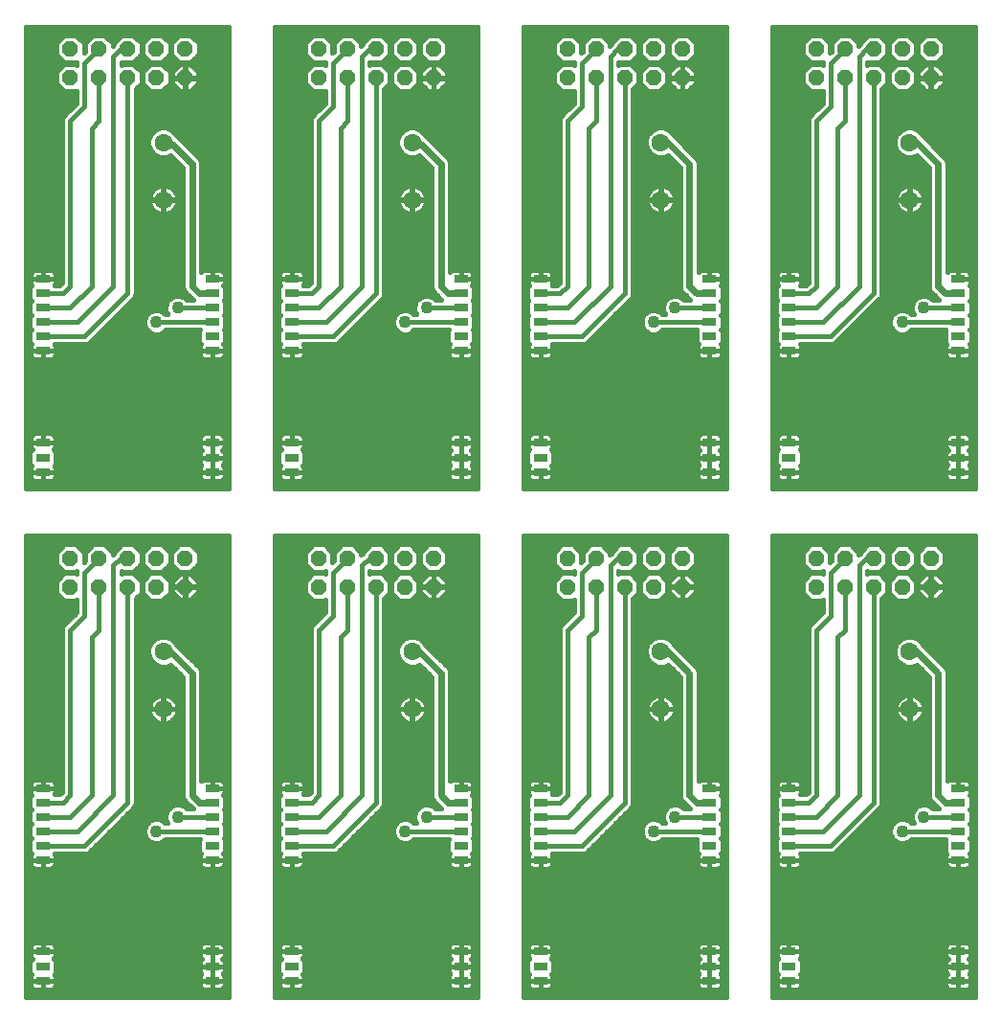
<source format=gtl>
%MOIN*%
%OFA0B0*%
%FSLAX25Y25*%
%IPPOS*%
%LPD*%
%AMOC8*
5,1,8,0,0,$1,22.5*%
%AMCOMP68*
4,1,7,
-0.011597956170014188,0.027999943081456966,
0.011597956170014185,0.027999943081456966,
0.027999943081456966,0.01159795617001419,
0.027999943081456966,-0.011597956170014185,
0.011597956170014192,-0.027999943081456966,
-0.011597956170014185,-0.027999943081456966,
-0.027999943081456966,-0.011597956170014192,
-0.027999943081456966,0.011597956170014181,
0*%
%AMOC80*
5,1,8,0,0,$1,22.5*%
%AMCOMP720*
4,1,7,
-0.011597956170014188,0.027999943081456966,
0.011597956170014185,0.027999943081456966,
0.027999943081456966,0.01159795617001419,
0.027999943081456966,-0.011597956170014185,
0.011597956170014192,-0.027999943081456966,
-0.011597956170014185,-0.027999943081456966,
-0.027999943081456966,-0.011597956170014192,
-0.027999943081456966,0.011597956170014181,
0*%
%AMOC81*
5,1,8,0,0,$1,22.5*%
%AMCOMP760*
4,1,7,
-0.011597956170014188,0.027999943081456966,
0.011597956170014185,0.027999943081456966,
0.027999943081456966,0.01159795617001419,
0.027999943081456966,-0.011597956170014185,
0.011597956170014192,-0.027999943081456966,
-0.011597956170014185,-0.027999943081456966,
-0.027999943081456966,-0.011597956170014192,
-0.027999943081456966,0.011597956170014181,
0*%
%AMOC80*
5,1,8,0,0,$1,22.5*%
%AMCOMP800*
4,1,7,
-0.011597956170014188,0.027999943081456966,
0.011597956170014185,0.027999943081456966,
0.027999943081456966,0.01159795617001419,
0.027999943081456966,-0.011597956170014185,
0.011597956170014192,-0.027999943081456966,
-0.011597956170014185,-0.027999943081456966,
-0.027999943081456966,-0.011597956170014192,
-0.027999943081456966,0.011597956170014181,
0*%
%AMOC81*
5,1,8,0,0,$1,22.5*%
%AMCOMP840*
4,1,7,
-0.011597956170014188,0.027999943081456966,
0.011597956170014185,0.027999943081456966,
0.027999943081456966,0.01159795617001419,
0.027999943081456966,-0.011597956170014185,
0.011597956170014192,-0.027999943081456966,
-0.011597956170014185,-0.027999943081456966,
-0.027999943081456966,-0.011597956170014192,
-0.027999943081456966,0.011597956170014181,
0*%
%AMOC80*
5,1,8,0,0,$1,22.5*%
%AMCOMP880*
4,1,7,
-0.011597956170014188,0.027999943081456966,
0.011597956170014185,0.027999943081456966,
0.027999943081456966,0.01159795617001419,
0.027999943081456966,-0.011597956170014185,
0.011597956170014192,-0.027999943081456966,
-0.011597956170014185,-0.027999943081456966,
-0.027999943081456966,-0.011597956170014192,
-0.027999943081456966,0.011597956170014181,
0*%
%AMOC81*
5,1,8,0,0,$1,22.5*%
%AMCOMP920*
4,1,7,
-0.011597956170014188,0.027999943081456966,
0.011597956170014185,0.027999943081456966,
0.027999943081456966,0.01159795617001419,
0.027999943081456966,-0.011597956170014185,
0.011597956170014192,-0.027999943081456966,
-0.011597956170014185,-0.027999943081456966,
-0.027999943081456966,-0.011597956170014192,
-0.027999943081456966,0.011597956170014181,
0*%
%AMOC80*
5,1,8,0,0,$1,22.5*%
%AMCOMP960*
4,1,7,
-0.011597956170014188,0.027999943081456966,
0.011597956170014185,0.027999943081456966,
0.027999943081456966,0.01159795617001419,
0.027999943081456966,-0.011597956170014185,
0.011597956170014192,-0.027999943081456966,
-0.011597956170014185,-0.027999943081456966,
-0.027999943081456966,-0.011597956170014192,
-0.027999943081456966,0.011597956170014181,
0*%
%ADD10R,0.05X0.025*%
%AMCOMP121*
4,1,7,
-0.011597956170014188,0.027999943081456966,
0.011597956170014185,0.027999943081456966,
0.027999943081456966,0.01159795617001419,
0.027999943081456966,-0.011597956170014185,
0.011597956170014192,-0.027999943081456966,
-0.011597956170014185,-0.027999943081456966,
-0.027999943081456966,-0.011597956170014192,
-0.027999943081456966,0.011597956170014181,
0*%
%ADD11COMP121,0.056*%
%ADD12C,0.06299*%
%ADD13C,0.01575*%
%ADD14C,0.02362*%
%ADD15C,0.04331*%
%ADD26R,0.05X0.025*%
%AMCOMP122*
4,1,7,
-0.011597956170014188,0.027999943081456966,
0.011597956170014185,0.027999943081456966,
0.027999943081456966,0.01159795617001419,
0.027999943081456966,-0.011597956170014185,
0.011597956170014192,-0.027999943081456966,
-0.011597956170014185,-0.027999943081456966,
-0.027999943081456966,-0.011597956170014192,
-0.027999943081456966,0.011597956170014181,
0*%
%ADD27COMP122,0.056*%
%ADD28C,0.06299*%
%ADD29C,0.01575*%
%ADD30C,0.02362*%
%ADD31C,0.04331*%
%ADD32R,0.05X0.025*%
%AMCOMP123*
4,1,7,
-0.011597956170014188,0.027999943081456966,
0.011597956170014185,0.027999943081456966,
0.027999943081456966,0.01159795617001419,
0.027999943081456966,-0.011597956170014185,
0.011597956170014192,-0.027999943081456966,
-0.011597956170014185,-0.027999943081456966,
-0.027999943081456966,-0.011597956170014192,
-0.027999943081456966,0.011597956170014181,
0*%
%ADD33COMP123,0.056*%
%ADD34C,0.06299*%
%ADD35C,0.01575*%
%ADD36C,0.02362*%
%ADD37C,0.04331*%
%ADD38R,0.05X0.025*%
%AMCOMP124*
4,1,7,
-0.011597956170014188,0.027999943081456966,
0.011597956170014185,0.027999943081456966,
0.027999943081456966,0.01159795617001419,
0.027999943081456966,-0.011597956170014185,
0.011597956170014192,-0.027999943081456966,
-0.011597956170014185,-0.027999943081456966,
-0.027999943081456966,-0.011597956170014192,
-0.027999943081456966,0.011597956170014181,
0*%
%ADD39COMP124,0.056*%
%ADD40C,0.06299*%
%ADD41C,0.01575*%
%ADD42C,0.02362*%
%ADD43C,0.04331*%
%ADD44R,0.05X0.025*%
%AMCOMP125*
4,1,7,
-0.011597956170014188,0.027999943081456966,
0.011597956170014185,0.027999943081456966,
0.027999943081456966,0.01159795617001419,
0.027999943081456966,-0.011597956170014185,
0.011597956170014192,-0.027999943081456966,
-0.011597956170014185,-0.027999943081456966,
-0.027999943081456966,-0.011597956170014192,
-0.027999943081456966,0.011597956170014181,
0*%
%ADD45COMP125,0.056*%
%ADD46C,0.06299*%
%ADD47C,0.01575*%
%ADD48C,0.02362*%
%ADD49C,0.04331*%
%ADD50R,0.05X0.025*%
%AMCOMP126*
4,1,7,
-0.011597956170014188,0.027999943081456966,
0.011597956170014185,0.027999943081456966,
0.027999943081456966,0.01159795617001419,
0.027999943081456966,-0.011597956170014185,
0.011597956170014192,-0.027999943081456966,
-0.011597956170014185,-0.027999943081456966,
-0.027999943081456966,-0.011597956170014192,
-0.027999943081456966,0.011597956170014181,
0*%
%ADD51COMP126,0.056*%
%ADD52C,0.06299*%
%ADD53C,0.01575*%
%ADD54C,0.02362*%
%ADD55C,0.04331*%
%ADD56R,0.05X0.025*%
%AMCOMP127*
4,1,7,
-0.011597956170014188,0.027999943081456966,
0.011597956170014185,0.027999943081456966,
0.027999943081456966,0.01159795617001419,
0.027999943081456966,-0.011597956170014185,
0.011597956170014192,-0.027999943081456966,
-0.011597956170014185,-0.027999943081456966,
-0.027999943081456966,-0.011597956170014192,
-0.027999943081456966,0.011597956170014181,
0*%
%ADD57COMP127,0.056*%
%ADD58C,0.06299*%
%ADD59C,0.01575*%
%ADD60C,0.02362*%
%ADD61C,0.04331*%
%ADD62R,0.05X0.025*%
%AMCOMP128*
4,1,7,
-0.011597956170014188,0.027999943081456966,
0.011597956170014185,0.027999943081456966,
0.027999943081456966,0.01159795617001419,
0.027999943081456966,-0.011597956170014185,
0.011597956170014192,-0.027999943081456966,
-0.011597956170014185,-0.027999943081456966,
-0.027999943081456966,-0.011597956170014192,
-0.027999943081456966,0.011597956170014181,
0*%
%ADD63COMP128,0.056*%
%ADD64C,0.06299*%
%ADD65C,0.01575*%
%ADD66C,0.02362*%
%ADD67C,0.04331*%
G75*
D10*
X0019685Y0011811D02*
X0029504Y0021394D03*
X0029504Y0026394D03*
X0029504Y0031787D03*
X0029504Y0063598D03*
X0029504Y0068598D03*
X0029504Y0073598D03*
X0029504Y0078597D03*
X0029504Y0083598D03*
X0029504Y0088597D03*
X0088441Y0088597D03*
X0088441Y0083598D03*
X0088441Y0078597D03*
X0088441Y0073598D03*
X0088441Y0068598D03*
X0088441Y0063598D03*
X0088441Y0031787D03*
X0088441Y0026394D03*
X0088441Y0021394D03*
D11*
X0078972Y0158598D03*
X0078972Y0168598D03*
X0068972Y0168598D03*
X0068972Y0158598D03*
X0058972Y0158598D03*
X0058972Y0168598D03*
X0048972Y0168598D03*
X0048972Y0158598D03*
X0038972Y0158598D03*
X0038972Y0168598D03*
D12*
X0071472Y0136098D03*
X0071472Y0116097D03*
D13*
X0023638Y0176433D02*
X0023638Y0015763D01*
X0094307Y0015763D01*
X0094307Y0176433D01*
X0023638Y0176433D01*
X0023638Y0175650D02*
X0094307Y0175650D01*
X0094307Y0174076D02*
X0023638Y0174076D01*
X0023638Y0172503D02*
X0036133Y0172503D01*
X0036997Y0173367D02*
X0034204Y0170574D01*
X0034204Y0166623D01*
X0036997Y0163830D01*
X0040948Y0163830D01*
X0041216Y0164099D01*
X0041216Y0163098D01*
X0040948Y0163367D01*
X0036997Y0163367D01*
X0034204Y0160574D01*
X0034204Y0156623D01*
X0036997Y0153830D01*
X0040948Y0153830D01*
X0041216Y0154099D01*
X0041216Y0149740D01*
X0036636Y0145159D01*
X0036216Y0144147D01*
X0036216Y0087240D01*
X0035331Y0086353D01*
X0033494Y0086353D01*
X0033669Y0086658D01*
X0033791Y0087113D01*
X0033791Y0088597D01*
X0029504Y0088597D01*
X0029504Y0088597D01*
X0025216Y0088597D01*
X0025216Y0087113D01*
X0025338Y0086658D01*
X0025574Y0086250D01*
X0025598Y0086226D01*
X0025035Y0085664D01*
X0025035Y0081533D01*
X0025470Y0081098D01*
X0025035Y0080664D01*
X0025035Y0076533D01*
X0025470Y0076098D01*
X0025035Y0075664D01*
X0025035Y0071533D01*
X0025470Y0071098D01*
X0025035Y0070664D01*
X0025035Y0066533D01*
X0025598Y0065970D01*
X0025574Y0065946D01*
X0025338Y0065538D01*
X0025216Y0065084D01*
X0025216Y0063598D01*
X0025216Y0062112D01*
X0025338Y0061658D01*
X0025574Y0061251D01*
X0025906Y0060918D01*
X0026314Y0060683D01*
X0026769Y0060561D01*
X0029504Y0060561D01*
X0032239Y0060561D01*
X0032694Y0060683D01*
X0033101Y0060918D01*
X0033434Y0061251D01*
X0033669Y0061658D01*
X0033791Y0062112D01*
X0033791Y0063598D01*
X0029504Y0063598D01*
X0029504Y0060561D01*
X0029504Y0063598D01*
X0029504Y0063598D01*
X0029504Y0063598D01*
X0025216Y0063598D01*
X0029504Y0063598D01*
X0029504Y0063598D01*
X0033791Y0063598D01*
X0033791Y0065084D01*
X0033669Y0065538D01*
X0033494Y0065842D01*
X0044521Y0065842D01*
X0045533Y0066262D01*
X0060533Y0081262D01*
X0061309Y0082037D01*
X0061728Y0083050D01*
X0061728Y0154611D01*
X0063741Y0156623D01*
X0063741Y0160574D01*
X0060948Y0163367D01*
X0056997Y0163367D01*
X0056728Y0163098D01*
X0056728Y0164099D01*
X0056997Y0163830D01*
X0060948Y0163830D01*
X0063741Y0166623D01*
X0063741Y0170574D01*
X0060948Y0173367D01*
X0056997Y0173367D01*
X0054204Y0170574D01*
X0054204Y0170227D01*
X0053741Y0169764D01*
X0053741Y0170574D01*
X0050948Y0173367D01*
X0046997Y0173367D01*
X0044204Y0170574D01*
X0044204Y0167727D01*
X0043741Y0167264D01*
X0043741Y0170574D01*
X0040948Y0173367D01*
X0036997Y0173367D01*
X0034560Y0170929D02*
X0023638Y0170929D01*
X0023638Y0169357D02*
X0034204Y0169357D01*
X0034204Y0167783D02*
X0023638Y0167783D01*
X0023638Y0166210D02*
X0034617Y0166210D01*
X0036191Y0164637D02*
X0023638Y0164637D01*
X0023638Y0163063D02*
X0036694Y0163063D01*
X0035120Y0161490D02*
X0023638Y0161490D01*
X0023638Y0159917D02*
X0034204Y0159917D01*
X0034204Y0158342D02*
X0023638Y0158342D01*
X0023638Y0156770D02*
X0034204Y0156770D01*
X0035630Y0155197D02*
X0023638Y0155197D01*
X0023638Y0153623D02*
X0041216Y0153623D01*
X0041216Y0152050D02*
X0023638Y0152050D01*
X0023638Y0150477D02*
X0041216Y0150477D01*
X0040380Y0148903D02*
X0023638Y0148903D01*
X0023638Y0147330D02*
X0038807Y0147330D01*
X0037233Y0145757D02*
X0023638Y0145757D01*
X0023638Y0144184D02*
X0036232Y0144184D01*
X0036216Y0142610D02*
X0023638Y0142610D01*
X0023638Y0141037D02*
X0036216Y0141037D01*
X0036216Y0139464D02*
X0023638Y0139464D01*
X0023638Y0137890D02*
X0036216Y0137890D01*
X0036216Y0136316D02*
X0023638Y0136316D01*
X0023638Y0134744D02*
X0036216Y0134744D01*
X0036216Y0133170D02*
X0023638Y0133170D01*
X0023638Y0131597D02*
X0036216Y0131597D01*
X0036216Y0130024D02*
X0023638Y0130024D01*
X0023638Y0128450D02*
X0036216Y0128450D01*
X0036216Y0126877D02*
X0023638Y0126877D01*
X0023638Y0125304D02*
X0036216Y0125304D01*
X0036216Y0123730D02*
X0023638Y0123730D01*
X0023638Y0122157D02*
X0036216Y0122157D01*
X0036216Y0120584D02*
X0023638Y0120584D01*
X0023638Y0119010D02*
X0036216Y0119010D01*
X0036216Y0117436D02*
X0023638Y0117436D01*
X0023638Y0115863D02*
X0036216Y0115863D01*
X0036216Y0114291D02*
X0023638Y0114291D01*
X0023638Y0112717D02*
X0036216Y0112717D01*
X0036216Y0111144D02*
X0023638Y0111144D01*
X0023638Y0109571D02*
X0036216Y0109571D01*
X0036216Y0107997D02*
X0023638Y0107997D01*
X0023638Y0106424D02*
X0036216Y0106424D01*
X0036216Y0104851D02*
X0023638Y0104851D01*
X0023638Y0103277D02*
X0036216Y0103277D01*
X0036216Y0101704D02*
X0023638Y0101704D01*
X0023638Y0100130D02*
X0036216Y0100130D01*
X0036216Y0098557D02*
X0023638Y0098557D01*
X0023638Y0096984D02*
X0036216Y0096984D01*
X0036216Y0095411D02*
X0023638Y0095411D01*
X0023638Y0093837D02*
X0036216Y0093837D01*
X0036216Y0092264D02*
X0023638Y0092264D01*
X0023638Y0090691D02*
X0025426Y0090691D01*
X0025338Y0090538D02*
X0025216Y0090084D01*
X0025216Y0088597D01*
X0029504Y0088597D01*
X0029504Y0088597D01*
X0033791Y0088597D01*
X0033791Y0090084D01*
X0033669Y0090538D01*
X0033434Y0090946D01*
X0033101Y0091279D01*
X0032694Y0091513D01*
X0032239Y0091636D01*
X0029504Y0091636D01*
X0029504Y0088599D01*
X0029504Y0088599D01*
X0029504Y0091636D01*
X0026769Y0091636D01*
X0026314Y0091513D01*
X0025906Y0091279D01*
X0025574Y0090946D01*
X0025338Y0090538D01*
X0025216Y0089117D02*
X0023638Y0089117D01*
X0023638Y0087544D02*
X0025216Y0087544D01*
X0025341Y0085970D02*
X0023638Y0085970D01*
X0023638Y0084398D02*
X0025035Y0084398D01*
X0025035Y0082824D02*
X0023638Y0082824D01*
X0023638Y0081251D02*
X0025317Y0081251D01*
X0025035Y0079678D02*
X0023638Y0079678D01*
X0023638Y0078104D02*
X0025035Y0078104D01*
X0025036Y0076531D02*
X0023638Y0076531D01*
X0023638Y0074958D02*
X0025035Y0074958D01*
X0025035Y0073384D02*
X0023638Y0073384D01*
X0023638Y0071811D02*
X0025035Y0071811D01*
X0025035Y0070238D02*
X0023638Y0070238D01*
X0023638Y0068664D02*
X0025035Y0068664D01*
X0025035Y0067091D02*
X0023638Y0067091D01*
X0023638Y0065518D02*
X0025333Y0065518D01*
X0025216Y0063944D02*
X0023638Y0063944D01*
X0023638Y0062371D02*
X0025216Y0062371D01*
X0026115Y0060798D02*
X0023638Y0060798D01*
X0023638Y0059225D02*
X0094307Y0059225D01*
X0094307Y0060798D02*
X0091830Y0060798D01*
X0091631Y0060683D02*
X0091176Y0060561D01*
X0088441Y0060561D01*
X0088441Y0063598D01*
X0088441Y0063598D01*
X0088441Y0060561D01*
X0085706Y0060561D01*
X0085251Y0060683D01*
X0084843Y0060918D01*
X0084511Y0061251D01*
X0084275Y0061658D01*
X0084154Y0062112D01*
X0084154Y0063598D01*
X0088441Y0063598D01*
X0088441Y0063598D01*
X0092728Y0063598D01*
X0092728Y0062112D01*
X0092606Y0061658D01*
X0092371Y0061251D01*
X0092038Y0060918D01*
X0091631Y0060683D01*
X0092728Y0062371D02*
X0094307Y0062371D01*
X0094307Y0063944D02*
X0092728Y0063944D01*
X0092728Y0063598D02*
X0092728Y0065084D01*
X0092606Y0065538D01*
X0092371Y0065946D01*
X0092347Y0065970D01*
X0092909Y0066533D01*
X0092909Y0070664D01*
X0092474Y0071098D01*
X0092909Y0071533D01*
X0092909Y0075664D01*
X0092474Y0076098D01*
X0092909Y0076533D01*
X0092909Y0080664D01*
X0092474Y0081098D01*
X0092909Y0081533D01*
X0092909Y0085664D01*
X0092347Y0086226D01*
X0092371Y0086250D01*
X0092606Y0086658D01*
X0092728Y0087113D01*
X0092728Y0088597D01*
X0088441Y0088597D01*
X0088441Y0088597D01*
X0092728Y0088597D01*
X0092728Y0090084D01*
X0092606Y0090538D01*
X0092371Y0090946D01*
X0092038Y0091279D01*
X0091631Y0091513D01*
X0091176Y0091636D01*
X0088441Y0091636D01*
X0088441Y0088599D01*
X0088441Y0088599D01*
X0088441Y0091636D01*
X0085706Y0091636D01*
X0085251Y0091513D01*
X0084843Y0091279D01*
X0084622Y0091057D01*
X0084622Y0129224D01*
X0084142Y0130382D01*
X0076642Y0137883D01*
X0076012Y0138513D01*
X0075811Y0138998D01*
X0074372Y0140437D01*
X0072490Y0141216D01*
X0070454Y0141216D01*
X0068573Y0140437D01*
X0067133Y0138998D01*
X0066353Y0137116D01*
X0066353Y0135080D01*
X0067133Y0133199D01*
X0068573Y0131759D01*
X0070454Y0130980D01*
X0072490Y0130980D01*
X0074008Y0131609D01*
X0078323Y0127294D01*
X0078323Y0085472D01*
X0078802Y0084314D01*
X0079688Y0083427D01*
X0081762Y0081354D01*
X0079563Y0081354D01*
X0078813Y0082103D01*
X0077295Y0082732D01*
X0075649Y0082732D01*
X0074130Y0082103D01*
X0072968Y0080940D01*
X0072339Y0079421D01*
X0072339Y0077776D01*
X0072927Y0076353D01*
X0072063Y0076353D01*
X0071314Y0077103D01*
X0069795Y0077732D01*
X0068150Y0077732D01*
X0066631Y0077103D01*
X0065468Y0075939D01*
X0064839Y0074420D01*
X0064839Y0072776D01*
X0065468Y0071256D01*
X0066631Y0070094D01*
X0068150Y0069465D01*
X0069795Y0069465D01*
X0071314Y0070094D01*
X0072063Y0070842D01*
X0084150Y0070842D01*
X0083972Y0070664D01*
X0083972Y0066533D01*
X0084535Y0065970D01*
X0084511Y0065946D01*
X0084275Y0065538D01*
X0084154Y0065084D01*
X0084154Y0063598D01*
X0088441Y0063598D01*
X0088441Y0063598D01*
X0092728Y0063598D01*
X0092612Y0065518D02*
X0094307Y0065518D01*
X0094307Y0067091D02*
X0092909Y0067091D01*
X0092909Y0068664D02*
X0094307Y0068664D01*
X0094307Y0070238D02*
X0092909Y0070238D01*
X0092909Y0071811D02*
X0094307Y0071811D01*
X0094307Y0073384D02*
X0092909Y0073384D01*
X0092909Y0074958D02*
X0094307Y0074958D01*
X0094307Y0076531D02*
X0092907Y0076531D01*
X0092909Y0078104D02*
X0094307Y0078104D01*
X0094307Y0079678D02*
X0092909Y0079678D01*
X0092627Y0081251D02*
X0094307Y0081251D01*
X0094307Y0082824D02*
X0092909Y0082824D01*
X0092909Y0084398D02*
X0094307Y0084398D01*
X0094307Y0085970D02*
X0092602Y0085970D01*
X0092728Y0087544D02*
X0094307Y0087544D01*
X0094307Y0089117D02*
X0092728Y0089117D01*
X0092517Y0090691D02*
X0094307Y0090691D01*
X0094307Y0092264D02*
X0084622Y0092264D01*
X0084622Y0093837D02*
X0094307Y0093837D01*
X0094307Y0095411D02*
X0084622Y0095411D01*
X0084622Y0096984D02*
X0094307Y0096984D01*
X0094307Y0098557D02*
X0084622Y0098557D01*
X0084622Y0100130D02*
X0094307Y0100130D01*
X0094307Y0101704D02*
X0084622Y0101704D01*
X0084622Y0103277D02*
X0094307Y0103277D01*
X0094307Y0104851D02*
X0084622Y0104851D01*
X0084622Y0106424D02*
X0094307Y0106424D01*
X0094307Y0107997D02*
X0084622Y0107997D01*
X0084622Y0109571D02*
X0094307Y0109571D01*
X0094307Y0111144D02*
X0084622Y0111144D01*
X0084622Y0112717D02*
X0094307Y0112717D01*
X0094307Y0114291D02*
X0084622Y0114291D01*
X0084622Y0115863D02*
X0094307Y0115863D01*
X0094307Y0117436D02*
X0084622Y0117436D01*
X0084622Y0119010D02*
X0094307Y0119010D01*
X0094307Y0120584D02*
X0084622Y0120584D01*
X0084622Y0122157D02*
X0094307Y0122157D01*
X0094307Y0123730D02*
X0084622Y0123730D01*
X0084622Y0125304D02*
X0094307Y0125304D01*
X0094307Y0126877D02*
X0084622Y0126877D01*
X0084622Y0128450D02*
X0094307Y0128450D01*
X0094307Y0130024D02*
X0084291Y0130024D01*
X0082928Y0131597D02*
X0094307Y0131597D01*
X0094307Y0133170D02*
X0081355Y0133170D01*
X0079781Y0134744D02*
X0094307Y0134744D01*
X0094307Y0136316D02*
X0078208Y0136316D01*
X0076635Y0137890D02*
X0094307Y0137890D01*
X0094307Y0139464D02*
X0075345Y0139464D01*
X0072924Y0141037D02*
X0094307Y0141037D01*
X0094307Y0142610D02*
X0061728Y0142610D01*
X0061728Y0141037D02*
X0070021Y0141037D01*
X0067599Y0139464D02*
X0061728Y0139464D01*
X0061728Y0137890D02*
X0066675Y0137890D01*
X0066353Y0136316D02*
X0061728Y0136316D01*
X0061728Y0134744D02*
X0066494Y0134744D01*
X0067162Y0133170D02*
X0061728Y0133170D01*
X0061728Y0131597D02*
X0068965Y0131597D01*
X0073979Y0131597D02*
X0074020Y0131597D01*
X0075593Y0130024D02*
X0061728Y0130024D01*
X0061728Y0128450D02*
X0077166Y0128450D01*
X0078323Y0126877D02*
X0061728Y0126877D01*
X0061728Y0125304D02*
X0078323Y0125304D01*
X0078323Y0123730D02*
X0061728Y0123730D01*
X0061728Y0122157D02*
X0078323Y0122157D01*
X0078323Y0120584D02*
X0073544Y0120584D01*
X0073368Y0120673D02*
X0072628Y0120914D01*
X0071861Y0121035D01*
X0071571Y0121035D01*
X0071571Y0116197D01*
X0071374Y0116197D01*
X0071374Y0121035D01*
X0071084Y0121035D01*
X0070316Y0120914D01*
X0069577Y0120673D01*
X0068885Y0120320D01*
X0068255Y0119864D01*
X0067707Y0119315D01*
X0067250Y0118686D01*
X0066897Y0117994D01*
X0066657Y0117253D01*
X0066535Y0116487D01*
X0066535Y0116197D01*
X0071374Y0116197D01*
X0071374Y0115999D01*
X0066535Y0115999D01*
X0066535Y0115710D01*
X0066657Y0114942D01*
X0066897Y0114203D01*
X0067250Y0113511D01*
X0067707Y0112882D01*
X0068255Y0112333D01*
X0068885Y0111876D01*
X0069577Y0111523D01*
X0070316Y0111283D01*
X0071084Y0111161D01*
X0071374Y0111161D01*
X0071374Y0115999D01*
X0071571Y0115999D01*
X0071571Y0116197D01*
X0076409Y0116197D01*
X0076409Y0116487D01*
X0076288Y0117253D01*
X0076048Y0117994D01*
X0075695Y0118686D01*
X0075238Y0119315D01*
X0074689Y0119864D01*
X0074060Y0120320D01*
X0073368Y0120673D01*
X0071571Y0120584D02*
X0071374Y0120584D01*
X0071374Y0119010D02*
X0071571Y0119010D01*
X0071571Y0117436D02*
X0071374Y0117436D01*
X0071571Y0115999D02*
X0076409Y0115999D01*
X0076409Y0115710D01*
X0076288Y0114942D01*
X0076048Y0114203D01*
X0075695Y0113511D01*
X0075238Y0112882D01*
X0074689Y0112333D01*
X0074060Y0111876D01*
X0073368Y0111523D01*
X0072628Y0111283D01*
X0071861Y0111161D01*
X0071571Y0111161D01*
X0071571Y0115999D01*
X0071571Y0115863D02*
X0071374Y0115863D01*
X0071374Y0114291D02*
X0071571Y0114291D01*
X0071571Y0112717D02*
X0071374Y0112717D01*
X0067872Y0112717D02*
X0061728Y0112717D01*
X0061728Y0111144D02*
X0078323Y0111144D01*
X0078323Y0112717D02*
X0075073Y0112717D01*
X0076076Y0114291D02*
X0078323Y0114291D01*
X0078323Y0115863D02*
X0076409Y0115863D01*
X0076228Y0117436D02*
X0078323Y0117436D01*
X0078323Y0119010D02*
X0075459Y0119010D01*
X0078323Y0109571D02*
X0061728Y0109571D01*
X0061728Y0107997D02*
X0078323Y0107997D01*
X0078323Y0106424D02*
X0061728Y0106424D01*
X0061728Y0104851D02*
X0078323Y0104851D01*
X0078323Y0103277D02*
X0061728Y0103277D01*
X0061728Y0101704D02*
X0078323Y0101704D01*
X0078323Y0100130D02*
X0061728Y0100130D01*
X0061728Y0098557D02*
X0078323Y0098557D01*
X0078323Y0096984D02*
X0061728Y0096984D01*
X0061728Y0095411D02*
X0078323Y0095411D01*
X0078323Y0093837D02*
X0061728Y0093837D01*
X0061728Y0092264D02*
X0078323Y0092264D01*
X0078323Y0090691D02*
X0061728Y0090691D01*
X0061728Y0089117D02*
X0078323Y0089117D01*
X0078323Y0087544D02*
X0061728Y0087544D01*
X0061728Y0085970D02*
X0078323Y0085970D01*
X0078768Y0084398D02*
X0061728Y0084398D01*
X0061634Y0082824D02*
X0080292Y0082824D01*
X0076472Y0078597D02*
X0088441Y0078597D01*
X0088441Y0073598D02*
X0068972Y0073598D01*
X0066059Y0076531D02*
X0055801Y0076531D01*
X0054229Y0074958D02*
X0065061Y0074958D01*
X0064839Y0073384D02*
X0052656Y0073384D01*
X0051082Y0071811D02*
X0065238Y0071811D01*
X0066487Y0070238D02*
X0049509Y0070238D01*
X0047936Y0068664D02*
X0083972Y0068664D01*
X0083972Y0067091D02*
X0046363Y0067091D01*
X0043972Y0068598D02*
X0058972Y0083598D01*
X0058972Y0158598D01*
X0061251Y0163063D02*
X0066694Y0163063D01*
X0066997Y0163367D02*
X0064203Y0160574D01*
X0064203Y0156623D01*
X0066997Y0153830D01*
X0070948Y0153830D01*
X0073741Y0156623D01*
X0073741Y0160574D01*
X0070948Y0163367D01*
X0066997Y0163367D01*
X0066997Y0163830D02*
X0070948Y0163830D01*
X0073741Y0166623D01*
X0073741Y0170574D01*
X0070948Y0173367D01*
X0066997Y0173367D01*
X0064203Y0170574D01*
X0064203Y0166623D01*
X0066997Y0163830D01*
X0066191Y0164637D02*
X0061754Y0164637D01*
X0063327Y0166210D02*
X0064616Y0166210D01*
X0064203Y0167783D02*
X0063741Y0167783D01*
X0063741Y0169357D02*
X0064203Y0169357D01*
X0064559Y0170929D02*
X0063385Y0170929D01*
X0061811Y0172503D02*
X0066133Y0172503D01*
X0071251Y0163063D02*
X0076950Y0163063D01*
X0077072Y0163186D02*
X0074385Y0160499D01*
X0074385Y0158711D01*
X0078860Y0158711D01*
X0078860Y0163186D01*
X0077072Y0163186D01*
X0076997Y0163830D02*
X0080948Y0163830D01*
X0083741Y0166623D01*
X0083741Y0170574D01*
X0080948Y0173367D01*
X0076997Y0173367D01*
X0074203Y0170574D01*
X0074203Y0166623D01*
X0076997Y0163830D01*
X0076191Y0164637D02*
X0071754Y0164637D01*
X0073328Y0166210D02*
X0074616Y0166210D01*
X0074203Y0167783D02*
X0073741Y0167783D01*
X0073741Y0169357D02*
X0074203Y0169357D01*
X0074560Y0170929D02*
X0073385Y0170929D01*
X0071811Y0172503D02*
X0076133Y0172503D01*
X0079085Y0163186D02*
X0080873Y0163186D01*
X0083560Y0160499D01*
X0083560Y0158711D01*
X0079085Y0158711D01*
X0079085Y0158486D01*
X0083560Y0158486D01*
X0083560Y0156698D01*
X0080873Y0154011D01*
X0079085Y0154011D01*
X0079085Y0158486D01*
X0078860Y0158486D01*
X0078860Y0154011D01*
X0077072Y0154011D01*
X0074385Y0156698D01*
X0074385Y0158486D01*
X0078860Y0158486D01*
X0078860Y0158711D01*
X0079085Y0158711D01*
X0079085Y0163186D01*
X0079085Y0163063D02*
X0078860Y0163063D01*
X0078860Y0161490D02*
X0079085Y0161490D01*
X0079085Y0159917D02*
X0078860Y0159917D01*
X0078860Y0158342D02*
X0079085Y0158342D01*
X0079085Y0156770D02*
X0078860Y0156770D01*
X0078860Y0155197D02*
X0079085Y0155197D01*
X0082058Y0155197D02*
X0094307Y0155197D01*
X0094307Y0156770D02*
X0083560Y0156770D01*
X0083560Y0158342D02*
X0094307Y0158342D01*
X0094307Y0159917D02*
X0083560Y0159917D01*
X0082568Y0161490D02*
X0094307Y0161490D01*
X0094307Y0163063D02*
X0080995Y0163063D01*
X0081754Y0164637D02*
X0094307Y0164637D01*
X0094307Y0166210D02*
X0083328Y0166210D01*
X0083741Y0167783D02*
X0094307Y0167783D01*
X0094307Y0169357D02*
X0083741Y0169357D01*
X0083385Y0170929D02*
X0094307Y0170929D01*
X0094307Y0172503D02*
X0081811Y0172503D01*
X0075376Y0161490D02*
X0072825Y0161490D01*
X0073741Y0159917D02*
X0074385Y0159917D01*
X0074385Y0158342D02*
X0073741Y0158342D01*
X0073741Y0156770D02*
X0074385Y0156770D01*
X0075887Y0155197D02*
X0072314Y0155197D01*
X0065629Y0155197D02*
X0062314Y0155197D01*
X0061728Y0153623D02*
X0094307Y0153623D01*
X0094307Y0152050D02*
X0061728Y0152050D01*
X0061728Y0150477D02*
X0094307Y0150477D01*
X0094307Y0148903D02*
X0061728Y0148903D01*
X0061728Y0147330D02*
X0094307Y0147330D01*
X0094307Y0145757D02*
X0061728Y0145757D01*
X0061728Y0144184D02*
X0094307Y0144184D01*
X0069401Y0120584D02*
X0061728Y0120584D01*
X0061728Y0119010D02*
X0067486Y0119010D01*
X0066715Y0117436D02*
X0061728Y0117436D01*
X0061728Y0115863D02*
X0066535Y0115863D01*
X0066869Y0114291D02*
X0061728Y0114291D01*
X0053972Y0086098D02*
X0041472Y0073598D01*
X0029504Y0073598D01*
X0029504Y0068598D02*
X0043972Y0068598D01*
X0038972Y0078597D02*
X0046472Y0086098D01*
X0046472Y0141098D01*
X0048972Y0143598D01*
X0048972Y0158598D01*
X0043972Y0163598D02*
X0048972Y0168598D01*
X0051810Y0172503D02*
X0056133Y0172503D01*
X0054560Y0170929D02*
X0053385Y0170929D01*
X0056472Y0168598D02*
X0053972Y0166098D01*
X0053972Y0086098D01*
X0057376Y0078104D02*
X0072339Y0078104D01*
X0072445Y0079678D02*
X0058948Y0079678D01*
X0060522Y0081251D02*
X0073279Y0081251D01*
X0072854Y0076531D02*
X0071886Y0076531D01*
X0071458Y0070238D02*
X0083972Y0070238D01*
X0084270Y0065518D02*
X0033675Y0065518D01*
X0033791Y0063944D02*
X0084154Y0063944D01*
X0084154Y0062371D02*
X0033791Y0062371D01*
X0032893Y0060798D02*
X0085052Y0060798D01*
X0088441Y0060798D02*
X0088441Y0060798D01*
X0088441Y0062371D02*
X0088441Y0062371D01*
X0094307Y0057651D02*
X0023638Y0057651D01*
X0023638Y0056077D02*
X0094307Y0056077D01*
X0094307Y0054505D02*
X0023638Y0054505D01*
X0023638Y0052930D02*
X0094307Y0052930D01*
X0094307Y0051358D02*
X0023638Y0051358D01*
X0023638Y0049785D02*
X0094307Y0049785D01*
X0094307Y0048211D02*
X0023638Y0048211D01*
X0023638Y0046638D02*
X0094307Y0046638D01*
X0094307Y0045065D02*
X0023638Y0045065D01*
X0023638Y0043491D02*
X0094307Y0043491D01*
X0094307Y0041918D02*
X0023638Y0041918D01*
X0023638Y0040345D02*
X0094307Y0040345D01*
X0094307Y0038771D02*
X0023638Y0038771D01*
X0023638Y0037198D02*
X0094307Y0037198D01*
X0094307Y0035625D02*
X0023638Y0035625D01*
X0023638Y0034051D02*
X0025524Y0034051D01*
X0025574Y0034135D02*
X0025338Y0033727D01*
X0025216Y0033273D01*
X0025216Y0031787D01*
X0025216Y0030302D01*
X0025338Y0029847D01*
X0025574Y0029440D01*
X0025795Y0029219D01*
X0025035Y0028459D01*
X0025035Y0024328D01*
X0025598Y0023766D01*
X0025574Y0023741D01*
X0025338Y0023334D01*
X0025216Y0022879D01*
X0025216Y0021394D01*
X0029504Y0021394D01*
X0033791Y0021394D01*
X0033791Y0022879D01*
X0033669Y0023334D01*
X0033434Y0023741D01*
X0033409Y0023766D01*
X0033972Y0024328D01*
X0033972Y0028459D01*
X0033212Y0029219D01*
X0033434Y0029440D01*
X0033669Y0029847D01*
X0033791Y0030302D01*
X0033791Y0031787D01*
X0029504Y0031787D01*
X0029504Y0031787D01*
X0025216Y0031787D01*
X0029504Y0031787D01*
X0029504Y0031787D01*
X0033791Y0031787D01*
X0033791Y0033273D01*
X0033669Y0033727D01*
X0033434Y0034135D01*
X0033101Y0034468D01*
X0032694Y0034703D01*
X0032239Y0034825D01*
X0029504Y0034825D01*
X0029504Y0031788D01*
X0029504Y0031788D01*
X0029504Y0034825D01*
X0026769Y0034825D01*
X0026314Y0034703D01*
X0025906Y0034468D01*
X0025574Y0034135D01*
X0025216Y0032478D02*
X0023638Y0032478D01*
X0023638Y0030905D02*
X0025216Y0030905D01*
X0025682Y0029332D02*
X0023638Y0029332D01*
X0023638Y0027758D02*
X0025035Y0027758D01*
X0025035Y0026185D02*
X0023638Y0026185D01*
X0023638Y0024612D02*
X0025035Y0024612D01*
X0025258Y0023038D02*
X0023638Y0023038D01*
X0023638Y0021465D02*
X0025216Y0021465D01*
X0025216Y0021394D02*
X0025216Y0019908D01*
X0025338Y0019454D01*
X0025574Y0019046D01*
X0025906Y0018713D01*
X0026314Y0018478D01*
X0026769Y0018356D01*
X0029504Y0018356D01*
X0032239Y0018356D01*
X0032694Y0018478D01*
X0033101Y0018713D01*
X0033434Y0019046D01*
X0033669Y0019454D01*
X0033791Y0019908D01*
X0033791Y0021394D01*
X0029504Y0021394D01*
X0029504Y0021394D01*
X0029504Y0021394D01*
X0029504Y0018356D01*
X0029504Y0021394D01*
X0029504Y0021394D01*
X0025216Y0021394D01*
X0025221Y0019892D02*
X0023638Y0019892D01*
X0023638Y0018318D02*
X0094307Y0018318D01*
X0094307Y0016745D02*
X0023638Y0016745D01*
X0029504Y0019892D02*
X0029504Y0019892D01*
X0033787Y0019892D02*
X0084158Y0019892D01*
X0084154Y0019908D02*
X0084275Y0019454D01*
X0084511Y0019046D01*
X0084843Y0018713D01*
X0085251Y0018478D01*
X0085706Y0018356D01*
X0088441Y0018356D01*
X0091176Y0018356D01*
X0091631Y0018478D01*
X0092038Y0018713D01*
X0092371Y0019046D01*
X0092606Y0019454D01*
X0092728Y0019908D01*
X0092728Y0021394D01*
X0092728Y0022879D01*
X0092606Y0023334D01*
X0092371Y0023741D01*
X0092219Y0023894D01*
X0092371Y0024046D01*
X0092606Y0024454D01*
X0092728Y0024907D01*
X0092728Y0026394D01*
X0092728Y0027879D01*
X0092606Y0028333D01*
X0092371Y0028741D01*
X0092038Y0029074D01*
X0092010Y0029091D01*
X0092038Y0029107D01*
X0092371Y0029440D01*
X0092606Y0029847D01*
X0092728Y0030302D01*
X0092728Y0031787D01*
X0088441Y0031787D01*
X0088441Y0026394D01*
X0088441Y0026394D01*
X0088441Y0029431D01*
X0088441Y0031787D01*
X0088441Y0031787D01*
X0088441Y0031787D01*
X0084154Y0031787D01*
X0084154Y0030302D01*
X0084275Y0029847D01*
X0084511Y0029440D01*
X0084843Y0029107D01*
X0084872Y0029091D01*
X0084843Y0029074D01*
X0084511Y0028741D01*
X0084275Y0028333D01*
X0084154Y0027879D01*
X0084154Y0026394D01*
X0088441Y0026394D01*
X0092728Y0026394D01*
X0088441Y0026394D01*
X0088441Y0026394D01*
X0088441Y0026394D01*
X0084154Y0026394D01*
X0084154Y0024907D01*
X0084275Y0024454D01*
X0084511Y0024046D01*
X0084663Y0023894D01*
X0084511Y0023741D01*
X0084275Y0023334D01*
X0084154Y0022879D01*
X0084154Y0021394D01*
X0088441Y0021394D01*
X0088441Y0021394D01*
X0088441Y0026394D01*
X0088441Y0026394D01*
X0088441Y0024431D01*
X0088441Y0021394D01*
X0092728Y0021394D01*
X0088441Y0021394D01*
X0088441Y0021394D01*
X0088441Y0021394D01*
X0084154Y0021394D01*
X0084154Y0019908D01*
X0084154Y0021465D02*
X0033791Y0021465D01*
X0033749Y0023038D02*
X0084196Y0023038D01*
X0084233Y0024612D02*
X0033972Y0024612D01*
X0033972Y0026185D02*
X0084154Y0026185D01*
X0084154Y0027758D02*
X0033972Y0027758D01*
X0033326Y0029332D02*
X0084619Y0029332D01*
X0084154Y0030905D02*
X0033791Y0030905D01*
X0033791Y0032478D02*
X0084154Y0032478D01*
X0084154Y0031787D02*
X0084154Y0033273D01*
X0084275Y0033727D01*
X0084511Y0034135D01*
X0084843Y0034468D01*
X0085251Y0034703D01*
X0085706Y0034825D01*
X0088441Y0034825D01*
X0088441Y0031788D01*
X0088441Y0031788D01*
X0088441Y0034825D01*
X0091176Y0034825D01*
X0091631Y0034703D01*
X0092038Y0034468D01*
X0092371Y0034135D01*
X0092606Y0033727D01*
X0092728Y0033273D01*
X0092728Y0031787D01*
X0088441Y0031787D01*
X0088441Y0031787D01*
X0084154Y0031787D01*
X0084461Y0034051D02*
X0033482Y0034051D01*
X0029504Y0034051D02*
X0029504Y0034051D01*
X0029504Y0032478D02*
X0029504Y0032478D01*
X0029504Y0060798D02*
X0029504Y0060798D01*
X0029504Y0062371D02*
X0029504Y0062371D01*
X0029504Y0078597D02*
X0038972Y0078597D01*
X0036472Y0083598D02*
X0038972Y0086098D01*
X0038972Y0143598D01*
X0043972Y0148598D01*
X0043972Y0163598D01*
X0043741Y0167783D02*
X0044204Y0167783D01*
X0044204Y0169357D02*
X0043741Y0169357D01*
X0043385Y0170929D02*
X0044560Y0170929D01*
X0046133Y0172503D02*
X0041811Y0172503D01*
X0056472Y0168598D02*
X0058972Y0168598D01*
X0062825Y0161490D02*
X0065120Y0161490D01*
X0064203Y0159917D02*
X0063741Y0159917D01*
X0063741Y0158342D02*
X0064203Y0158342D01*
X0064203Y0156770D02*
X0063741Y0156770D01*
X0088441Y0090691D02*
X0088441Y0090691D01*
X0088441Y0089117D02*
X0088441Y0089117D01*
X0088441Y0034051D02*
X0088441Y0034051D01*
X0088441Y0032478D02*
X0088441Y0032478D01*
X0088441Y0030905D02*
X0088441Y0030905D01*
X0088441Y0029332D02*
X0088441Y0029332D01*
X0088441Y0027758D02*
X0088441Y0027758D01*
X0088441Y0026185D02*
X0088441Y0026185D01*
X0088441Y0024612D02*
X0088441Y0024612D01*
X0088441Y0023038D02*
X0088441Y0023038D01*
X0088441Y0021465D02*
X0088441Y0021465D01*
X0088441Y0021394D02*
X0088441Y0018356D01*
X0088441Y0021394D01*
X0088441Y0021394D01*
X0088441Y0019892D02*
X0088441Y0019892D01*
X0092723Y0019892D02*
X0094307Y0019892D01*
X0094307Y0021465D02*
X0092728Y0021465D01*
X0092686Y0023038D02*
X0094307Y0023038D01*
X0094307Y0024612D02*
X0092649Y0024612D01*
X0092728Y0026185D02*
X0094307Y0026185D01*
X0094307Y0027758D02*
X0092728Y0027758D01*
X0092263Y0029332D02*
X0094307Y0029332D01*
X0094307Y0030905D02*
X0092728Y0030905D01*
X0092728Y0032478D02*
X0094307Y0032478D01*
X0094307Y0034051D02*
X0092419Y0034051D01*
X0036472Y0083598D02*
X0029504Y0083598D01*
X0029504Y0089117D02*
X0029504Y0089117D01*
X0029504Y0090691D02*
X0029504Y0090691D01*
X0033581Y0090691D02*
X0036216Y0090691D01*
X0036216Y0089117D02*
X0033791Y0089117D01*
X0033791Y0087544D02*
X0036216Y0087544D01*
D14*
X0071472Y0136098D02*
X0073972Y0136098D01*
X0081472Y0128597D01*
X0081472Y0086098D01*
X0083972Y0083598D01*
X0088441Y0083598D01*
D15*
X0076472Y0078597D03*
X0068972Y0073598D03*
G04 next file*
G75*
D26*
X0106299Y0011811D02*
X0116118Y0021394D03*
X0116118Y0026394D03*
X0116118Y0031787D03*
X0116118Y0063598D03*
X0116118Y0068598D03*
X0116118Y0073598D03*
X0116118Y0078597D03*
X0116118Y0083598D03*
X0116118Y0088597D03*
X0175055Y0088597D03*
X0175055Y0083598D03*
X0175055Y0078597D03*
X0175055Y0073598D03*
X0175055Y0068598D03*
X0175055Y0063598D03*
X0175055Y0031787D03*
X0175055Y0026394D03*
X0175055Y0021394D03*
D27*
X0165586Y0158598D03*
X0165586Y0168598D03*
X0155586Y0168598D03*
X0155586Y0158598D03*
X0145586Y0158598D03*
X0145586Y0168598D03*
X0135586Y0168598D03*
X0135586Y0158598D03*
X0125586Y0158598D03*
X0125586Y0168598D03*
D28*
X0158086Y0136098D03*
X0158086Y0116097D03*
D29*
X0110252Y0176433D02*
X0110252Y0015763D01*
X0180921Y0015763D01*
X0180921Y0176433D01*
X0110252Y0176433D01*
X0110252Y0175650D02*
X0180921Y0175650D01*
X0180921Y0174076D02*
X0110252Y0174076D01*
X0110252Y0172503D02*
X0122747Y0172503D01*
X0123611Y0173367D02*
X0120818Y0170574D01*
X0120818Y0166623D01*
X0123611Y0163830D01*
X0127562Y0163830D01*
X0127830Y0164099D01*
X0127830Y0163098D01*
X0127562Y0163367D01*
X0123611Y0163367D01*
X0120818Y0160574D01*
X0120818Y0156623D01*
X0123611Y0153830D01*
X0127562Y0153830D01*
X0127830Y0154099D01*
X0127830Y0149740D01*
X0123250Y0145159D01*
X0122830Y0144147D01*
X0122830Y0087240D01*
X0121944Y0086353D01*
X0120107Y0086353D01*
X0120283Y0086658D01*
X0120405Y0087113D01*
X0120405Y0088597D01*
X0116118Y0088597D01*
X0116118Y0088597D01*
X0111830Y0088597D01*
X0111830Y0087113D01*
X0111952Y0086658D01*
X0112188Y0086250D01*
X0112212Y0086226D01*
X0111649Y0085664D01*
X0111649Y0081533D01*
X0112084Y0081098D01*
X0111649Y0080664D01*
X0111649Y0076533D01*
X0112084Y0076098D01*
X0111649Y0075664D01*
X0111649Y0071533D01*
X0112084Y0071098D01*
X0111649Y0070664D01*
X0111649Y0066533D01*
X0112212Y0065970D01*
X0112188Y0065946D01*
X0111952Y0065538D01*
X0111830Y0065084D01*
X0111830Y0063598D01*
X0111830Y0062112D01*
X0111952Y0061658D01*
X0112188Y0061251D01*
X0112520Y0060918D01*
X0112928Y0060683D01*
X0113382Y0060561D01*
X0116118Y0060561D01*
X0118853Y0060561D01*
X0119307Y0060683D01*
X0119715Y0060918D01*
X0120048Y0061251D01*
X0120283Y0061658D01*
X0120405Y0062112D01*
X0120405Y0063598D01*
X0116118Y0063598D01*
X0116118Y0060561D01*
X0116118Y0063598D01*
X0116118Y0063598D01*
X0116118Y0063598D01*
X0111830Y0063598D01*
X0116118Y0063598D01*
X0116118Y0063598D01*
X0120405Y0063598D01*
X0120405Y0065084D01*
X0120283Y0065538D01*
X0120107Y0065842D01*
X0131135Y0065842D01*
X0132147Y0066262D01*
X0147147Y0081262D01*
X0147923Y0082037D01*
X0148342Y0083050D01*
X0148342Y0154611D01*
X0150355Y0156623D01*
X0150355Y0160574D01*
X0147562Y0163367D01*
X0143611Y0163367D01*
X0143342Y0163098D01*
X0143342Y0164099D01*
X0143611Y0163830D01*
X0147562Y0163830D01*
X0150355Y0166623D01*
X0150355Y0170574D01*
X0147562Y0173367D01*
X0143611Y0173367D01*
X0140818Y0170574D01*
X0140818Y0170227D01*
X0140355Y0169764D01*
X0140355Y0170574D01*
X0137562Y0173367D01*
X0133611Y0173367D01*
X0130817Y0170574D01*
X0130817Y0167727D01*
X0130355Y0167264D01*
X0130355Y0170574D01*
X0127562Y0173367D01*
X0123611Y0173367D01*
X0121174Y0170929D02*
X0110252Y0170929D01*
X0110252Y0169357D02*
X0120818Y0169357D01*
X0120818Y0167783D02*
X0110252Y0167783D01*
X0110252Y0166210D02*
X0121231Y0166210D01*
X0122805Y0164637D02*
X0110252Y0164637D01*
X0110252Y0163063D02*
X0123308Y0163063D01*
X0121734Y0161490D02*
X0110252Y0161490D01*
X0110252Y0159917D02*
X0120818Y0159917D01*
X0120818Y0158342D02*
X0110252Y0158342D01*
X0110252Y0156770D02*
X0120818Y0156770D01*
X0122244Y0155197D02*
X0110252Y0155197D01*
X0110252Y0153623D02*
X0127830Y0153623D01*
X0127830Y0152050D02*
X0110252Y0152050D01*
X0110252Y0150477D02*
X0127830Y0150477D01*
X0126994Y0148903D02*
X0110252Y0148903D01*
X0110252Y0147330D02*
X0125421Y0147330D01*
X0123847Y0145757D02*
X0110252Y0145757D01*
X0110252Y0144184D02*
X0122846Y0144184D01*
X0122830Y0142610D02*
X0110252Y0142610D01*
X0110252Y0141037D02*
X0122830Y0141037D01*
X0122830Y0139464D02*
X0110252Y0139464D01*
X0110252Y0137890D02*
X0122830Y0137890D01*
X0122830Y0136316D02*
X0110252Y0136316D01*
X0110252Y0134744D02*
X0122830Y0134744D01*
X0122830Y0133170D02*
X0110252Y0133170D01*
X0110252Y0131597D02*
X0122830Y0131597D01*
X0122830Y0130024D02*
X0110252Y0130024D01*
X0110252Y0128450D02*
X0122830Y0128450D01*
X0122830Y0126877D02*
X0110252Y0126877D01*
X0110252Y0125304D02*
X0122830Y0125304D01*
X0122830Y0123730D02*
X0110252Y0123730D01*
X0110252Y0122157D02*
X0122830Y0122157D01*
X0122830Y0120584D02*
X0110252Y0120584D01*
X0110252Y0119010D02*
X0122830Y0119010D01*
X0122830Y0117436D02*
X0110252Y0117436D01*
X0110252Y0115863D02*
X0122830Y0115863D01*
X0122830Y0114291D02*
X0110252Y0114291D01*
X0110252Y0112717D02*
X0122830Y0112717D01*
X0122830Y0111144D02*
X0110252Y0111144D01*
X0110252Y0109571D02*
X0122830Y0109571D01*
X0122830Y0107997D02*
X0110252Y0107997D01*
X0110252Y0106424D02*
X0122830Y0106424D01*
X0122830Y0104851D02*
X0110252Y0104851D01*
X0110252Y0103277D02*
X0122830Y0103277D01*
X0122830Y0101704D02*
X0110252Y0101704D01*
X0110252Y0100130D02*
X0122830Y0100130D01*
X0122830Y0098557D02*
X0110252Y0098557D01*
X0110252Y0096984D02*
X0122830Y0096984D01*
X0122830Y0095411D02*
X0110252Y0095411D01*
X0110252Y0093837D02*
X0122830Y0093837D01*
X0122830Y0092264D02*
X0110252Y0092264D01*
X0110252Y0090691D02*
X0112040Y0090691D01*
X0111952Y0090538D02*
X0111830Y0090084D01*
X0111830Y0088597D01*
X0116118Y0088597D01*
X0116118Y0088597D01*
X0120405Y0088597D01*
X0120405Y0090084D01*
X0120283Y0090538D01*
X0120048Y0090946D01*
X0119715Y0091279D01*
X0119307Y0091513D01*
X0118853Y0091636D01*
X0116118Y0091636D01*
X0116118Y0088599D01*
X0116118Y0088599D01*
X0116118Y0091636D01*
X0113382Y0091636D01*
X0112928Y0091513D01*
X0112520Y0091279D01*
X0112188Y0090946D01*
X0111952Y0090538D01*
X0111830Y0089117D02*
X0110252Y0089117D01*
X0110252Y0087544D02*
X0111830Y0087544D01*
X0111956Y0085970D02*
X0110252Y0085970D01*
X0110252Y0084398D02*
X0111649Y0084398D01*
X0111649Y0082824D02*
X0110252Y0082824D01*
X0110252Y0081251D02*
X0111931Y0081251D01*
X0111649Y0079678D02*
X0110252Y0079678D01*
X0110252Y0078104D02*
X0111649Y0078104D01*
X0111650Y0076531D02*
X0110252Y0076531D01*
X0110252Y0074958D02*
X0111649Y0074958D01*
X0111649Y0073384D02*
X0110252Y0073384D01*
X0110252Y0071811D02*
X0111649Y0071811D01*
X0111649Y0070238D02*
X0110252Y0070238D01*
X0110252Y0068664D02*
X0111649Y0068664D01*
X0111649Y0067091D02*
X0110252Y0067091D01*
X0110252Y0065518D02*
X0111947Y0065518D01*
X0111830Y0063944D02*
X0110252Y0063944D01*
X0110252Y0062371D02*
X0111830Y0062371D01*
X0112728Y0060798D02*
X0110252Y0060798D01*
X0110252Y0059225D02*
X0180921Y0059225D01*
X0180921Y0060798D02*
X0178444Y0060798D01*
X0178245Y0060683D02*
X0177790Y0060561D01*
X0175055Y0060561D01*
X0175055Y0063598D01*
X0175055Y0063598D01*
X0175055Y0060561D01*
X0172320Y0060561D01*
X0171865Y0060683D01*
X0171457Y0060918D01*
X0171124Y0061251D01*
X0170889Y0061658D01*
X0170768Y0062112D01*
X0170768Y0063598D01*
X0175055Y0063598D01*
X0175055Y0063598D01*
X0179342Y0063598D01*
X0179342Y0062112D01*
X0179220Y0061658D01*
X0178984Y0061251D01*
X0178652Y0060918D01*
X0178245Y0060683D01*
X0179342Y0062371D02*
X0180921Y0062371D01*
X0180921Y0063944D02*
X0179342Y0063944D01*
X0179342Y0063598D02*
X0179342Y0065084D01*
X0179220Y0065538D01*
X0178984Y0065946D01*
X0178961Y0065970D01*
X0179523Y0066533D01*
X0179523Y0070664D01*
X0179089Y0071098D01*
X0179523Y0071533D01*
X0179523Y0075664D01*
X0179089Y0076098D01*
X0179523Y0076533D01*
X0179523Y0080664D01*
X0179089Y0081098D01*
X0179523Y0081533D01*
X0179523Y0085664D01*
X0178961Y0086226D01*
X0178984Y0086250D01*
X0179220Y0086658D01*
X0179342Y0087113D01*
X0179342Y0088597D01*
X0175055Y0088597D01*
X0175055Y0088597D01*
X0179342Y0088597D01*
X0179342Y0090084D01*
X0179220Y0090538D01*
X0178984Y0090946D01*
X0178652Y0091279D01*
X0178245Y0091513D01*
X0177790Y0091636D01*
X0175055Y0091636D01*
X0175055Y0088599D01*
X0175055Y0088599D01*
X0175055Y0091636D01*
X0172320Y0091636D01*
X0171865Y0091513D01*
X0171457Y0091279D01*
X0171236Y0091057D01*
X0171236Y0129224D01*
X0170756Y0130382D01*
X0163255Y0137883D01*
X0162626Y0138513D01*
X0162425Y0138998D01*
X0160986Y0140437D01*
X0159104Y0141216D01*
X0157068Y0141216D01*
X0155187Y0140437D01*
X0153747Y0138998D01*
X0152968Y0137116D01*
X0152968Y0135080D01*
X0153747Y0133199D01*
X0155187Y0131759D01*
X0157068Y0130980D01*
X0159104Y0130980D01*
X0160622Y0131609D01*
X0164937Y0127294D01*
X0164937Y0085472D01*
X0165416Y0084314D01*
X0166302Y0083427D01*
X0168376Y0081354D01*
X0166177Y0081354D01*
X0165427Y0082103D01*
X0163909Y0082732D01*
X0162264Y0082732D01*
X0160744Y0082103D01*
X0159582Y0080940D01*
X0158953Y0079421D01*
X0158953Y0077776D01*
X0159541Y0076353D01*
X0158677Y0076353D01*
X0157928Y0077103D01*
X0156409Y0077732D01*
X0154764Y0077732D01*
X0153245Y0077103D01*
X0152082Y0075939D01*
X0151453Y0074420D01*
X0151453Y0072776D01*
X0152082Y0071256D01*
X0153245Y0070094D01*
X0154764Y0069465D01*
X0156409Y0069465D01*
X0157928Y0070094D01*
X0158677Y0070842D01*
X0170765Y0070842D01*
X0170586Y0070664D01*
X0170586Y0066533D01*
X0171149Y0065970D01*
X0171124Y0065946D01*
X0170889Y0065538D01*
X0170768Y0065084D01*
X0170768Y0063598D01*
X0175055Y0063598D01*
X0175055Y0063598D01*
X0179342Y0063598D01*
X0179226Y0065518D02*
X0180921Y0065518D01*
X0180921Y0067091D02*
X0179523Y0067091D01*
X0179523Y0068664D02*
X0180921Y0068664D01*
X0180921Y0070238D02*
X0179523Y0070238D01*
X0179523Y0071811D02*
X0180921Y0071811D01*
X0180921Y0073384D02*
X0179523Y0073384D01*
X0179523Y0074958D02*
X0180921Y0074958D01*
X0180921Y0076531D02*
X0179521Y0076531D01*
X0179523Y0078104D02*
X0180921Y0078104D01*
X0180921Y0079678D02*
X0179523Y0079678D01*
X0179241Y0081251D02*
X0180921Y0081251D01*
X0180921Y0082824D02*
X0179523Y0082824D01*
X0179523Y0084398D02*
X0180921Y0084398D01*
X0180921Y0085970D02*
X0179216Y0085970D01*
X0179342Y0087544D02*
X0180921Y0087544D01*
X0180921Y0089117D02*
X0179342Y0089117D01*
X0179132Y0090691D02*
X0180921Y0090691D01*
X0180921Y0092264D02*
X0171236Y0092264D01*
X0171236Y0093837D02*
X0180921Y0093837D01*
X0180921Y0095411D02*
X0171236Y0095411D01*
X0171236Y0096984D02*
X0180921Y0096984D01*
X0180921Y0098557D02*
X0171236Y0098557D01*
X0171236Y0100130D02*
X0180921Y0100130D01*
X0180921Y0101704D02*
X0171236Y0101704D01*
X0171236Y0103277D02*
X0180921Y0103277D01*
X0180921Y0104851D02*
X0171236Y0104851D01*
X0171236Y0106424D02*
X0180921Y0106424D01*
X0180921Y0107997D02*
X0171236Y0107997D01*
X0171236Y0109571D02*
X0180921Y0109571D01*
X0180921Y0111144D02*
X0171236Y0111144D01*
X0171236Y0112717D02*
X0180921Y0112717D01*
X0180921Y0114291D02*
X0171236Y0114291D01*
X0171236Y0115863D02*
X0180921Y0115863D01*
X0180921Y0117436D02*
X0171236Y0117436D01*
X0171236Y0119010D02*
X0180921Y0119010D01*
X0180921Y0120584D02*
X0171236Y0120584D01*
X0171236Y0122157D02*
X0180921Y0122157D01*
X0180921Y0123730D02*
X0171236Y0123730D01*
X0171236Y0125304D02*
X0180921Y0125304D01*
X0180921Y0126877D02*
X0171236Y0126877D01*
X0171236Y0128450D02*
X0180921Y0128450D01*
X0180921Y0130024D02*
X0170905Y0130024D01*
X0169541Y0131597D02*
X0180921Y0131597D01*
X0180921Y0133170D02*
X0167969Y0133170D01*
X0166395Y0134744D02*
X0180921Y0134744D01*
X0180921Y0136316D02*
X0164822Y0136316D01*
X0163249Y0137890D02*
X0180921Y0137890D01*
X0180921Y0139464D02*
X0161959Y0139464D01*
X0159538Y0141037D02*
X0180921Y0141037D01*
X0180921Y0142610D02*
X0148342Y0142610D01*
X0148342Y0141037D02*
X0156635Y0141037D01*
X0154213Y0139464D02*
X0148342Y0139464D01*
X0148342Y0137890D02*
X0153289Y0137890D01*
X0152968Y0136316D02*
X0148342Y0136316D01*
X0148342Y0134744D02*
X0153108Y0134744D01*
X0153776Y0133170D02*
X0148342Y0133170D01*
X0148342Y0131597D02*
X0155579Y0131597D01*
X0160593Y0131597D02*
X0160634Y0131597D01*
X0162207Y0130024D02*
X0148342Y0130024D01*
X0148342Y0128450D02*
X0163780Y0128450D01*
X0164937Y0126877D02*
X0148342Y0126877D01*
X0148342Y0125304D02*
X0164937Y0125304D01*
X0164937Y0123730D02*
X0148342Y0123730D01*
X0148342Y0122157D02*
X0164937Y0122157D01*
X0164937Y0120584D02*
X0160158Y0120584D01*
X0159982Y0120673D02*
X0159241Y0120914D01*
X0158475Y0121035D01*
X0158185Y0121035D01*
X0158185Y0116197D01*
X0157988Y0116197D01*
X0157988Y0121035D01*
X0157698Y0121035D01*
X0156930Y0120914D01*
X0156190Y0120673D01*
X0155499Y0120320D01*
X0154870Y0119864D01*
X0154321Y0119315D01*
X0153864Y0118686D01*
X0153511Y0117994D01*
X0153271Y0117253D01*
X0153149Y0116487D01*
X0153149Y0116197D01*
X0157988Y0116197D01*
X0157988Y0115999D01*
X0153149Y0115999D01*
X0153149Y0115710D01*
X0153271Y0114942D01*
X0153511Y0114203D01*
X0153864Y0113511D01*
X0154321Y0112882D01*
X0154870Y0112333D01*
X0155499Y0111876D01*
X0156190Y0111523D01*
X0156930Y0111283D01*
X0157698Y0111161D01*
X0157988Y0111161D01*
X0157988Y0115999D01*
X0158185Y0115999D01*
X0158185Y0116197D01*
X0163023Y0116197D01*
X0163023Y0116487D01*
X0162902Y0117253D01*
X0162662Y0117994D01*
X0162309Y0118686D01*
X0161852Y0119315D01*
X0161303Y0119864D01*
X0160674Y0120320D01*
X0159982Y0120673D01*
X0158185Y0120584D02*
X0157988Y0120584D01*
X0157988Y0119010D02*
X0158185Y0119010D01*
X0158185Y0117436D02*
X0157988Y0117436D01*
X0158185Y0115999D02*
X0163023Y0115999D01*
X0163023Y0115710D01*
X0162902Y0114942D01*
X0162662Y0114203D01*
X0162309Y0113511D01*
X0161852Y0112882D01*
X0161303Y0112333D01*
X0160674Y0111876D01*
X0159982Y0111523D01*
X0159241Y0111283D01*
X0158475Y0111161D01*
X0158185Y0111161D01*
X0158185Y0115999D01*
X0158185Y0115863D02*
X0157988Y0115863D01*
X0157988Y0114291D02*
X0158185Y0114291D01*
X0158185Y0112717D02*
X0157988Y0112717D01*
X0154485Y0112717D02*
X0148342Y0112717D01*
X0148342Y0111144D02*
X0164937Y0111144D01*
X0164937Y0112717D02*
X0161687Y0112717D01*
X0162690Y0114291D02*
X0164937Y0114291D01*
X0164937Y0115863D02*
X0163023Y0115863D01*
X0162841Y0117436D02*
X0164937Y0117436D01*
X0164937Y0119010D02*
X0162073Y0119010D01*
X0164937Y0109571D02*
X0148342Y0109571D01*
X0148342Y0107997D02*
X0164937Y0107997D01*
X0164937Y0106424D02*
X0148342Y0106424D01*
X0148342Y0104851D02*
X0164937Y0104851D01*
X0164937Y0103277D02*
X0148342Y0103277D01*
X0148342Y0101704D02*
X0164937Y0101704D01*
X0164937Y0100130D02*
X0148342Y0100130D01*
X0148342Y0098557D02*
X0164937Y0098557D01*
X0164937Y0096984D02*
X0148342Y0096984D01*
X0148342Y0095411D02*
X0164937Y0095411D01*
X0164937Y0093837D02*
X0148342Y0093837D01*
X0148342Y0092264D02*
X0164937Y0092264D01*
X0164937Y0090691D02*
X0148342Y0090691D01*
X0148342Y0089117D02*
X0164937Y0089117D01*
X0164937Y0087544D02*
X0148342Y0087544D01*
X0148342Y0085970D02*
X0164937Y0085970D01*
X0165382Y0084398D02*
X0148342Y0084398D01*
X0148249Y0082824D02*
X0166906Y0082824D01*
X0163086Y0078597D02*
X0175055Y0078597D01*
X0175055Y0073598D02*
X0155586Y0073598D01*
X0152673Y0076531D02*
X0142416Y0076531D01*
X0140843Y0074958D02*
X0151675Y0074958D01*
X0151453Y0073384D02*
X0139270Y0073384D01*
X0137696Y0071811D02*
X0151852Y0071811D01*
X0153101Y0070238D02*
X0136123Y0070238D01*
X0134550Y0068664D02*
X0170586Y0068664D01*
X0170586Y0067091D02*
X0132977Y0067091D01*
X0130586Y0068598D02*
X0145586Y0083598D01*
X0145586Y0158598D01*
X0147865Y0163063D02*
X0153307Y0163063D01*
X0153611Y0163367D02*
X0150818Y0160574D01*
X0150818Y0156623D01*
X0153611Y0153830D01*
X0157562Y0153830D01*
X0160355Y0156623D01*
X0160355Y0160574D01*
X0157562Y0163367D01*
X0153611Y0163367D01*
X0153611Y0163830D02*
X0157562Y0163830D01*
X0160355Y0166623D01*
X0160355Y0170574D01*
X0157562Y0173367D01*
X0153611Y0173367D01*
X0150818Y0170574D01*
X0150818Y0166623D01*
X0153611Y0163830D01*
X0152805Y0164637D02*
X0148368Y0164637D01*
X0149942Y0166210D02*
X0151230Y0166210D01*
X0150818Y0167783D02*
X0150355Y0167783D01*
X0150355Y0169357D02*
X0150818Y0169357D01*
X0151174Y0170929D02*
X0149999Y0170929D01*
X0148425Y0172503D02*
X0152747Y0172503D01*
X0157865Y0163063D02*
X0163564Y0163063D01*
X0163686Y0163186D02*
X0160999Y0160499D01*
X0160999Y0158711D01*
X0165474Y0158711D01*
X0165474Y0163186D01*
X0163686Y0163186D01*
X0163611Y0163830D02*
X0167562Y0163830D01*
X0170355Y0166623D01*
X0170355Y0170574D01*
X0167562Y0173367D01*
X0163611Y0173367D01*
X0160818Y0170574D01*
X0160818Y0166623D01*
X0163611Y0163830D01*
X0162805Y0164637D02*
X0158368Y0164637D01*
X0159942Y0166210D02*
X0161231Y0166210D01*
X0160818Y0167783D02*
X0160355Y0167783D01*
X0160355Y0169357D02*
X0160818Y0169357D01*
X0161174Y0170929D02*
X0159998Y0170929D01*
X0158424Y0172503D02*
X0162747Y0172503D01*
X0165699Y0163186D02*
X0167487Y0163186D01*
X0170174Y0160499D01*
X0170174Y0158711D01*
X0165699Y0158711D01*
X0165699Y0158486D01*
X0170174Y0158486D01*
X0170174Y0156698D01*
X0167487Y0154011D01*
X0165699Y0154011D01*
X0165699Y0158486D01*
X0165474Y0158486D01*
X0165474Y0154011D01*
X0163686Y0154011D01*
X0160999Y0156698D01*
X0160999Y0158486D01*
X0165474Y0158486D01*
X0165474Y0158711D01*
X0165699Y0158711D01*
X0165699Y0163186D01*
X0165699Y0163063D02*
X0165474Y0163063D01*
X0165474Y0161490D02*
X0165699Y0161490D01*
X0165699Y0159917D02*
X0165474Y0159917D01*
X0165474Y0158342D02*
X0165699Y0158342D01*
X0165699Y0156770D02*
X0165474Y0156770D01*
X0165474Y0155197D02*
X0165699Y0155197D01*
X0168672Y0155197D02*
X0180921Y0155197D01*
X0180921Y0156770D02*
X0170174Y0156770D01*
X0170174Y0158342D02*
X0180921Y0158342D01*
X0180921Y0159917D02*
X0170174Y0159917D01*
X0169182Y0161490D02*
X0180921Y0161490D01*
X0180921Y0163063D02*
X0167609Y0163063D01*
X0168368Y0164637D02*
X0180921Y0164637D01*
X0180921Y0166210D02*
X0169942Y0166210D01*
X0170355Y0167783D02*
X0180921Y0167783D01*
X0180921Y0169357D02*
X0170355Y0169357D01*
X0169999Y0170929D02*
X0180921Y0170929D01*
X0180921Y0172503D02*
X0168425Y0172503D01*
X0161990Y0161490D02*
X0159438Y0161490D01*
X0160355Y0159917D02*
X0160999Y0159917D01*
X0160999Y0158342D02*
X0160355Y0158342D01*
X0160355Y0156770D02*
X0160999Y0156770D01*
X0162501Y0155197D02*
X0158928Y0155197D01*
X0152244Y0155197D02*
X0148928Y0155197D01*
X0148342Y0153623D02*
X0180921Y0153623D01*
X0180921Y0152050D02*
X0148342Y0152050D01*
X0148342Y0150477D02*
X0180921Y0150477D01*
X0180921Y0148903D02*
X0148342Y0148903D01*
X0148342Y0147330D02*
X0180921Y0147330D01*
X0180921Y0145757D02*
X0148342Y0145757D01*
X0148342Y0144184D02*
X0180921Y0144184D01*
X0156015Y0120584D02*
X0148342Y0120584D01*
X0148342Y0119010D02*
X0154100Y0119010D01*
X0153330Y0117436D02*
X0148342Y0117436D01*
X0148342Y0115863D02*
X0153149Y0115863D01*
X0153482Y0114291D02*
X0148342Y0114291D01*
X0140586Y0086098D02*
X0128086Y0073598D01*
X0116118Y0073598D01*
X0116118Y0068598D02*
X0130586Y0068598D01*
X0125586Y0078597D02*
X0133086Y0086098D01*
X0133086Y0141098D01*
X0135586Y0143598D01*
X0135586Y0158598D01*
X0130586Y0163598D02*
X0135586Y0168598D01*
X0138425Y0172503D02*
X0142747Y0172503D01*
X0141174Y0170929D02*
X0139999Y0170929D01*
X0143086Y0168598D02*
X0140586Y0166098D01*
X0140586Y0086098D01*
X0143990Y0078104D02*
X0158953Y0078104D01*
X0159059Y0079678D02*
X0145562Y0079678D01*
X0147136Y0081251D02*
X0159893Y0081251D01*
X0159468Y0076531D02*
X0158500Y0076531D01*
X0158072Y0070238D02*
X0170586Y0070238D01*
X0170884Y0065518D02*
X0120289Y0065518D01*
X0120405Y0063944D02*
X0170768Y0063944D01*
X0170768Y0062371D02*
X0120405Y0062371D01*
X0119507Y0060798D02*
X0171666Y0060798D01*
X0175055Y0060798D02*
X0175055Y0060798D01*
X0175055Y0062371D02*
X0175055Y0062371D01*
X0180921Y0057651D02*
X0110252Y0057651D01*
X0110252Y0056077D02*
X0180921Y0056077D01*
X0180921Y0054505D02*
X0110252Y0054505D01*
X0110252Y0052930D02*
X0180921Y0052930D01*
X0180921Y0051358D02*
X0110252Y0051358D01*
X0110252Y0049785D02*
X0180921Y0049785D01*
X0180921Y0048211D02*
X0110252Y0048211D01*
X0110252Y0046638D02*
X0180921Y0046638D01*
X0180921Y0045065D02*
X0110252Y0045065D01*
X0110252Y0043491D02*
X0180921Y0043491D01*
X0180921Y0041918D02*
X0110252Y0041918D01*
X0110252Y0040345D02*
X0180921Y0040345D01*
X0180921Y0038771D02*
X0110252Y0038771D01*
X0110252Y0037198D02*
X0180921Y0037198D01*
X0180921Y0035625D02*
X0110252Y0035625D01*
X0110252Y0034051D02*
X0112139Y0034051D01*
X0112188Y0034135D02*
X0111952Y0033727D01*
X0111830Y0033273D01*
X0111830Y0031787D01*
X0111830Y0030302D01*
X0111952Y0029847D01*
X0112188Y0029440D01*
X0112409Y0029219D01*
X0111649Y0028459D01*
X0111649Y0024328D01*
X0112212Y0023766D01*
X0112188Y0023741D01*
X0111952Y0023334D01*
X0111830Y0022879D01*
X0111830Y0021394D01*
X0116118Y0021394D01*
X0120405Y0021394D01*
X0120405Y0022879D01*
X0120283Y0023334D01*
X0120048Y0023741D01*
X0120024Y0023766D01*
X0120586Y0024328D01*
X0120586Y0028459D01*
X0119827Y0029219D01*
X0120048Y0029440D01*
X0120283Y0029847D01*
X0120405Y0030302D01*
X0120405Y0031787D01*
X0116118Y0031787D01*
X0116118Y0031787D01*
X0111830Y0031787D01*
X0116118Y0031787D01*
X0116118Y0031787D01*
X0120405Y0031787D01*
X0120405Y0033273D01*
X0120283Y0033727D01*
X0120048Y0034135D01*
X0119715Y0034468D01*
X0119307Y0034703D01*
X0118853Y0034825D01*
X0116118Y0034825D01*
X0116118Y0031788D01*
X0116118Y0031788D01*
X0116118Y0034825D01*
X0113382Y0034825D01*
X0112928Y0034703D01*
X0112520Y0034468D01*
X0112188Y0034135D01*
X0111830Y0032478D02*
X0110252Y0032478D01*
X0110252Y0030905D02*
X0111830Y0030905D01*
X0112296Y0029332D02*
X0110252Y0029332D01*
X0110252Y0027758D02*
X0111649Y0027758D01*
X0111649Y0026185D02*
X0110252Y0026185D01*
X0110252Y0024612D02*
X0111649Y0024612D01*
X0111873Y0023038D02*
X0110252Y0023038D01*
X0110252Y0021465D02*
X0111830Y0021465D01*
X0111830Y0021394D02*
X0111830Y0019908D01*
X0111952Y0019454D01*
X0112188Y0019046D01*
X0112520Y0018713D01*
X0112928Y0018478D01*
X0113382Y0018356D01*
X0116118Y0018356D01*
X0118853Y0018356D01*
X0119307Y0018478D01*
X0119715Y0018713D01*
X0120048Y0019046D01*
X0120283Y0019454D01*
X0120405Y0019908D01*
X0120405Y0021394D01*
X0116118Y0021394D01*
X0116118Y0021394D01*
X0116118Y0021394D01*
X0116118Y0018356D01*
X0116118Y0021394D01*
X0116118Y0021394D01*
X0111830Y0021394D01*
X0111835Y0019892D02*
X0110252Y0019892D01*
X0110252Y0018318D02*
X0180921Y0018318D01*
X0180921Y0016745D02*
X0110252Y0016745D01*
X0116118Y0019892D02*
X0116118Y0019892D01*
X0120401Y0019892D02*
X0170772Y0019892D01*
X0170768Y0019908D02*
X0170889Y0019454D01*
X0171124Y0019046D01*
X0171457Y0018713D01*
X0171865Y0018478D01*
X0172320Y0018356D01*
X0175055Y0018356D01*
X0177790Y0018356D01*
X0178245Y0018478D01*
X0178652Y0018713D01*
X0178984Y0019046D01*
X0179220Y0019454D01*
X0179342Y0019908D01*
X0179342Y0021394D01*
X0179342Y0022879D01*
X0179220Y0023334D01*
X0178984Y0023741D01*
X0178833Y0023894D01*
X0178984Y0024046D01*
X0179220Y0024454D01*
X0179342Y0024907D01*
X0179342Y0026394D01*
X0179342Y0027879D01*
X0179220Y0028333D01*
X0178984Y0028741D01*
X0178652Y0029074D01*
X0178623Y0029091D01*
X0178652Y0029107D01*
X0178984Y0029440D01*
X0179220Y0029847D01*
X0179342Y0030302D01*
X0179342Y0031787D01*
X0175055Y0031787D01*
X0175055Y0026394D01*
X0175055Y0026394D01*
X0175055Y0029431D01*
X0175055Y0031787D01*
X0175055Y0031787D01*
X0175055Y0031787D01*
X0170768Y0031787D01*
X0170768Y0030302D01*
X0170889Y0029847D01*
X0171124Y0029440D01*
X0171457Y0029107D01*
X0171486Y0029091D01*
X0171457Y0029074D01*
X0171124Y0028741D01*
X0170889Y0028333D01*
X0170768Y0027879D01*
X0170768Y0026394D01*
X0175055Y0026394D01*
X0179342Y0026394D01*
X0175055Y0026394D01*
X0175055Y0026394D01*
X0175055Y0026394D01*
X0170768Y0026394D01*
X0170768Y0024907D01*
X0170889Y0024454D01*
X0171124Y0024046D01*
X0171277Y0023894D01*
X0171124Y0023741D01*
X0170889Y0023334D01*
X0170768Y0022879D01*
X0170768Y0021394D01*
X0175055Y0021394D01*
X0175055Y0021394D01*
X0175055Y0026394D01*
X0175055Y0026394D01*
X0175055Y0024431D01*
X0175055Y0021394D01*
X0179342Y0021394D01*
X0175055Y0021394D01*
X0175055Y0021394D01*
X0175055Y0021394D01*
X0170768Y0021394D01*
X0170768Y0019908D01*
X0170768Y0021465D02*
X0120405Y0021465D01*
X0120363Y0023038D02*
X0170810Y0023038D01*
X0170847Y0024612D02*
X0120586Y0024612D01*
X0120586Y0026185D02*
X0170768Y0026185D01*
X0170768Y0027758D02*
X0120586Y0027758D01*
X0119940Y0029332D02*
X0171233Y0029332D01*
X0170768Y0030905D02*
X0120405Y0030905D01*
X0120405Y0032478D02*
X0170768Y0032478D01*
X0170768Y0031787D02*
X0170768Y0033273D01*
X0170889Y0033727D01*
X0171124Y0034135D01*
X0171457Y0034468D01*
X0171865Y0034703D01*
X0172320Y0034825D01*
X0175055Y0034825D01*
X0175055Y0031788D01*
X0175055Y0031788D01*
X0175055Y0034825D01*
X0177790Y0034825D01*
X0178245Y0034703D01*
X0178652Y0034468D01*
X0178984Y0034135D01*
X0179220Y0033727D01*
X0179342Y0033273D01*
X0179342Y0031787D01*
X0175055Y0031787D01*
X0175055Y0031787D01*
X0170768Y0031787D01*
X0171075Y0034051D02*
X0120096Y0034051D01*
X0116118Y0034051D02*
X0116118Y0034051D01*
X0116118Y0032478D02*
X0116118Y0032478D01*
X0116118Y0060798D02*
X0116118Y0060798D01*
X0116118Y0062371D02*
X0116118Y0062371D01*
X0116118Y0078597D02*
X0125586Y0078597D01*
X0123086Y0083598D02*
X0125586Y0086098D01*
X0125586Y0143598D01*
X0130586Y0148598D01*
X0130586Y0163598D01*
X0130355Y0167783D02*
X0130817Y0167783D01*
X0130817Y0169357D02*
X0130355Y0169357D01*
X0129999Y0170929D02*
X0131174Y0170929D01*
X0132747Y0172503D02*
X0128424Y0172503D01*
X0143086Y0168598D02*
X0145586Y0168598D01*
X0149439Y0161490D02*
X0151733Y0161490D01*
X0150818Y0159917D02*
X0150355Y0159917D01*
X0150355Y0158342D02*
X0150818Y0158342D01*
X0150818Y0156770D02*
X0150355Y0156770D01*
X0175055Y0090691D02*
X0175055Y0090691D01*
X0175055Y0089117D02*
X0175055Y0089117D01*
X0175055Y0034051D02*
X0175055Y0034051D01*
X0175055Y0032478D02*
X0175055Y0032478D01*
X0175055Y0030905D02*
X0175055Y0030905D01*
X0175055Y0029332D02*
X0175055Y0029332D01*
X0175055Y0027758D02*
X0175055Y0027758D01*
X0175055Y0026185D02*
X0175055Y0026185D01*
X0175055Y0024612D02*
X0175055Y0024612D01*
X0175055Y0023038D02*
X0175055Y0023038D01*
X0175055Y0021465D02*
X0175055Y0021465D01*
X0175055Y0021394D02*
X0175055Y0018356D01*
X0175055Y0021394D01*
X0175055Y0021394D01*
X0175055Y0019892D02*
X0175055Y0019892D01*
X0179338Y0019892D02*
X0180921Y0019892D01*
X0180921Y0021465D02*
X0179342Y0021465D01*
X0179300Y0023038D02*
X0180921Y0023038D01*
X0180921Y0024612D02*
X0179263Y0024612D01*
X0179342Y0026185D02*
X0180921Y0026185D01*
X0180921Y0027758D02*
X0179342Y0027758D01*
X0178877Y0029332D02*
X0180921Y0029332D01*
X0180921Y0030905D02*
X0179342Y0030905D01*
X0179342Y0032478D02*
X0180921Y0032478D01*
X0180921Y0034051D02*
X0179033Y0034051D01*
X0123086Y0083598D02*
X0116118Y0083598D01*
X0116118Y0089117D02*
X0116118Y0089117D01*
X0116118Y0090691D02*
X0116118Y0090691D01*
X0120195Y0090691D02*
X0122830Y0090691D01*
X0122830Y0089117D02*
X0120405Y0089117D01*
X0120405Y0087544D02*
X0122830Y0087544D01*
D30*
X0158086Y0136098D02*
X0160586Y0136098D01*
X0168086Y0128597D01*
X0168086Y0086098D01*
X0170586Y0083598D01*
X0175055Y0083598D01*
D31*
X0163086Y0078597D03*
X0155586Y0073598D03*
G04 next file*
G75*
D32*
X0192913Y0011811D02*
X0202732Y0021394D03*
X0202732Y0026394D03*
X0202732Y0031787D03*
X0202732Y0063598D03*
X0202732Y0068598D03*
X0202732Y0073598D03*
X0202732Y0078597D03*
X0202732Y0083598D03*
X0202732Y0088597D03*
X0261669Y0088597D03*
X0261669Y0083598D03*
X0261669Y0078597D03*
X0261669Y0073598D03*
X0261669Y0068598D03*
X0261669Y0063598D03*
X0261669Y0031787D03*
X0261669Y0026394D03*
X0261669Y0021394D03*
D33*
X0252199Y0158598D03*
X0252199Y0168598D03*
X0242200Y0168598D03*
X0242200Y0158598D03*
X0232200Y0158598D03*
X0232200Y0168598D03*
X0222200Y0168598D03*
X0222200Y0158598D03*
X0212200Y0158598D03*
X0212200Y0168598D03*
D34*
X0244700Y0136098D03*
X0244700Y0116097D03*
D35*
X0196866Y0176433D02*
X0196866Y0015763D01*
X0267534Y0015763D01*
X0267534Y0176433D01*
X0196866Y0176433D01*
X0196866Y0175650D02*
X0267534Y0175650D01*
X0267534Y0174076D02*
X0196866Y0174076D01*
X0196866Y0172503D02*
X0209361Y0172503D01*
X0210225Y0173367D02*
X0207432Y0170574D01*
X0207432Y0166623D01*
X0210225Y0163830D01*
X0214176Y0163830D01*
X0214444Y0164099D01*
X0214444Y0163098D01*
X0214176Y0163367D01*
X0210225Y0163367D01*
X0207432Y0160574D01*
X0207432Y0156623D01*
X0210225Y0153830D01*
X0214176Y0153830D01*
X0214444Y0154099D01*
X0214444Y0149740D01*
X0209864Y0145159D01*
X0209444Y0144147D01*
X0209444Y0087240D01*
X0208558Y0086353D01*
X0206721Y0086353D01*
X0206897Y0086658D01*
X0207019Y0087113D01*
X0207019Y0088597D01*
X0202732Y0088597D01*
X0202732Y0088597D01*
X0198444Y0088597D01*
X0198444Y0087113D01*
X0198566Y0086658D01*
X0198802Y0086250D01*
X0198826Y0086226D01*
X0198263Y0085664D01*
X0198263Y0081533D01*
X0198698Y0081098D01*
X0198263Y0080664D01*
X0198263Y0076533D01*
X0198698Y0076098D01*
X0198263Y0075664D01*
X0198263Y0071533D01*
X0198698Y0071098D01*
X0198263Y0070664D01*
X0198263Y0066533D01*
X0198826Y0065970D01*
X0198802Y0065946D01*
X0198566Y0065538D01*
X0198444Y0065084D01*
X0198444Y0063598D01*
X0198444Y0062112D01*
X0198566Y0061658D01*
X0198802Y0061251D01*
X0199134Y0060918D01*
X0199542Y0060683D01*
X0199997Y0060561D01*
X0202732Y0060561D01*
X0205467Y0060561D01*
X0205921Y0060683D01*
X0206328Y0060918D01*
X0206662Y0061251D01*
X0206897Y0061658D01*
X0207019Y0062112D01*
X0207019Y0063598D01*
X0202732Y0063598D01*
X0202732Y0060561D01*
X0202732Y0063598D01*
X0202732Y0063598D01*
X0202732Y0063598D01*
X0198444Y0063598D01*
X0202732Y0063598D01*
X0202732Y0063598D01*
X0207019Y0063598D01*
X0207019Y0065084D01*
X0206897Y0065538D01*
X0206721Y0065842D01*
X0217749Y0065842D01*
X0218760Y0066262D01*
X0233761Y0081262D01*
X0234537Y0082037D01*
X0234956Y0083050D01*
X0234956Y0154611D01*
X0236968Y0156623D01*
X0236968Y0160574D01*
X0234175Y0163367D01*
X0230225Y0163367D01*
X0229956Y0163098D01*
X0229956Y0164099D01*
X0230225Y0163830D01*
X0234175Y0163830D01*
X0236968Y0166623D01*
X0236968Y0170574D01*
X0234175Y0173367D01*
X0230225Y0173367D01*
X0227432Y0170574D01*
X0227432Y0170227D01*
X0226969Y0169764D01*
X0226969Y0170574D01*
X0224176Y0173367D01*
X0220224Y0173367D01*
X0217431Y0170574D01*
X0217431Y0167727D01*
X0216969Y0167264D01*
X0216969Y0170574D01*
X0214176Y0173367D01*
X0210225Y0173367D01*
X0207788Y0170929D02*
X0196866Y0170929D01*
X0196866Y0169357D02*
X0207432Y0169357D01*
X0207432Y0167783D02*
X0196866Y0167783D01*
X0196866Y0166210D02*
X0207845Y0166210D01*
X0209419Y0164637D02*
X0196866Y0164637D01*
X0196866Y0163063D02*
X0209922Y0163063D01*
X0208348Y0161490D02*
X0196866Y0161490D01*
X0196866Y0159917D02*
X0207432Y0159917D01*
X0207432Y0158342D02*
X0196866Y0158342D01*
X0196866Y0156770D02*
X0207432Y0156770D01*
X0208858Y0155197D02*
X0196866Y0155197D01*
X0196866Y0153623D02*
X0214444Y0153623D01*
X0214444Y0152050D02*
X0196866Y0152050D01*
X0196866Y0150477D02*
X0214444Y0150477D01*
X0213608Y0148903D02*
X0196866Y0148903D01*
X0196866Y0147330D02*
X0212035Y0147330D01*
X0210461Y0145757D02*
X0196866Y0145757D01*
X0196866Y0144184D02*
X0209459Y0144184D01*
X0209444Y0142610D02*
X0196866Y0142610D01*
X0196866Y0141037D02*
X0209444Y0141037D01*
X0209444Y0139464D02*
X0196866Y0139464D01*
X0196866Y0137890D02*
X0209444Y0137890D01*
X0209444Y0136316D02*
X0196866Y0136316D01*
X0196866Y0134744D02*
X0209444Y0134744D01*
X0209444Y0133170D02*
X0196866Y0133170D01*
X0196866Y0131597D02*
X0209444Y0131597D01*
X0209444Y0130024D02*
X0196866Y0130024D01*
X0196866Y0128450D02*
X0209444Y0128450D01*
X0209444Y0126877D02*
X0196866Y0126877D01*
X0196866Y0125304D02*
X0209444Y0125304D01*
X0209444Y0123730D02*
X0196866Y0123730D01*
X0196866Y0122157D02*
X0209444Y0122157D01*
X0209444Y0120584D02*
X0196866Y0120584D01*
X0196866Y0119010D02*
X0209444Y0119010D01*
X0209444Y0117436D02*
X0196866Y0117436D01*
X0196866Y0115863D02*
X0209444Y0115863D01*
X0209444Y0114291D02*
X0196866Y0114291D01*
X0196866Y0112717D02*
X0209444Y0112717D01*
X0209444Y0111144D02*
X0196866Y0111144D01*
X0196866Y0109571D02*
X0209444Y0109571D01*
X0209444Y0107997D02*
X0196866Y0107997D01*
X0196866Y0106424D02*
X0209444Y0106424D01*
X0209444Y0104851D02*
X0196866Y0104851D01*
X0196866Y0103277D02*
X0209444Y0103277D01*
X0209444Y0101704D02*
X0196866Y0101704D01*
X0196866Y0100130D02*
X0209444Y0100130D01*
X0209444Y0098557D02*
X0196866Y0098557D01*
X0196866Y0096984D02*
X0209444Y0096984D01*
X0209444Y0095411D02*
X0196866Y0095411D01*
X0196866Y0093837D02*
X0209444Y0093837D01*
X0209444Y0092264D02*
X0196866Y0092264D01*
X0196866Y0090691D02*
X0198654Y0090691D01*
X0198566Y0090538D02*
X0198444Y0090084D01*
X0198444Y0088597D01*
X0202732Y0088597D01*
X0202732Y0088597D01*
X0207019Y0088597D01*
X0207019Y0090084D01*
X0206897Y0090538D01*
X0206662Y0090946D01*
X0206328Y0091279D01*
X0205921Y0091513D01*
X0205467Y0091636D01*
X0202732Y0091636D01*
X0202732Y0088599D01*
X0202732Y0088599D01*
X0202732Y0091636D01*
X0199997Y0091636D01*
X0199542Y0091513D01*
X0199134Y0091279D01*
X0198802Y0090946D01*
X0198566Y0090538D01*
X0198444Y0089117D02*
X0196866Y0089117D01*
X0196866Y0087544D02*
X0198444Y0087544D01*
X0198570Y0085970D02*
X0196866Y0085970D01*
X0196866Y0084398D02*
X0198263Y0084398D01*
X0198263Y0082824D02*
X0196866Y0082824D01*
X0196866Y0081251D02*
X0198545Y0081251D01*
X0198263Y0079678D02*
X0196866Y0079678D01*
X0196866Y0078104D02*
X0198263Y0078104D01*
X0198265Y0076531D02*
X0196866Y0076531D01*
X0196866Y0074958D02*
X0198263Y0074958D01*
X0198263Y0073384D02*
X0196866Y0073384D01*
X0196866Y0071811D02*
X0198263Y0071811D01*
X0198263Y0070238D02*
X0196866Y0070238D01*
X0196866Y0068664D02*
X0198263Y0068664D01*
X0198263Y0067091D02*
X0196866Y0067091D01*
X0196866Y0065518D02*
X0198561Y0065518D01*
X0198444Y0063944D02*
X0196866Y0063944D01*
X0196866Y0062371D02*
X0198444Y0062371D01*
X0199343Y0060798D02*
X0196866Y0060798D01*
X0196866Y0059225D02*
X0267534Y0059225D01*
X0267534Y0060798D02*
X0265058Y0060798D01*
X0264859Y0060683D02*
X0264404Y0060561D01*
X0261669Y0060561D01*
X0261669Y0063598D01*
X0261669Y0063598D01*
X0261669Y0060561D01*
X0258934Y0060561D01*
X0258479Y0060683D01*
X0258070Y0060918D01*
X0257738Y0061251D01*
X0257503Y0061658D01*
X0257382Y0062112D01*
X0257382Y0063598D01*
X0261669Y0063598D01*
X0261669Y0063598D01*
X0265956Y0063598D01*
X0265956Y0062112D01*
X0265834Y0061658D01*
X0265599Y0061251D01*
X0265266Y0060918D01*
X0264859Y0060683D01*
X0265956Y0062371D02*
X0267534Y0062371D01*
X0267534Y0063944D02*
X0265956Y0063944D01*
X0265956Y0063598D02*
X0265956Y0065084D01*
X0265834Y0065538D01*
X0265599Y0065946D01*
X0265575Y0065970D01*
X0266137Y0066533D01*
X0266137Y0070664D01*
X0265703Y0071098D01*
X0266137Y0071533D01*
X0266137Y0075664D01*
X0265703Y0076098D01*
X0266137Y0076533D01*
X0266137Y0080664D01*
X0265703Y0081098D01*
X0266137Y0081533D01*
X0266137Y0085664D01*
X0265575Y0086226D01*
X0265599Y0086250D01*
X0265834Y0086658D01*
X0265956Y0087113D01*
X0265956Y0088597D01*
X0261669Y0088597D01*
X0261669Y0088597D01*
X0265956Y0088597D01*
X0265956Y0090084D01*
X0265834Y0090538D01*
X0265599Y0090946D01*
X0265266Y0091279D01*
X0264859Y0091513D01*
X0264404Y0091636D01*
X0261669Y0091636D01*
X0261669Y0088599D01*
X0261669Y0088599D01*
X0261669Y0091636D01*
X0258934Y0091636D01*
X0258479Y0091513D01*
X0258070Y0091279D01*
X0257850Y0091057D01*
X0257850Y0129224D01*
X0257370Y0130382D01*
X0249870Y0137883D01*
X0249240Y0138513D01*
X0249039Y0138998D01*
X0247600Y0140437D01*
X0245718Y0141216D01*
X0243682Y0141216D01*
X0241801Y0140437D01*
X0240361Y0138998D01*
X0239582Y0137116D01*
X0239582Y0135080D01*
X0240361Y0133199D01*
X0241801Y0131759D01*
X0243682Y0130980D01*
X0245718Y0130980D01*
X0247236Y0131609D01*
X0251551Y0127294D01*
X0251551Y0085472D01*
X0252030Y0084314D01*
X0252916Y0083427D01*
X0254990Y0081354D01*
X0252791Y0081354D01*
X0252042Y0082103D01*
X0250523Y0082732D01*
X0248878Y0082732D01*
X0247359Y0082103D01*
X0246196Y0080940D01*
X0245567Y0079421D01*
X0245567Y0077776D01*
X0246155Y0076353D01*
X0245291Y0076353D01*
X0244542Y0077103D01*
X0243023Y0077732D01*
X0241378Y0077732D01*
X0239859Y0077103D01*
X0238696Y0075939D01*
X0238066Y0074420D01*
X0238066Y0072776D01*
X0238696Y0071256D01*
X0239859Y0070094D01*
X0241378Y0069465D01*
X0243023Y0069465D01*
X0244542Y0070094D01*
X0245291Y0070842D01*
X0257378Y0070842D01*
X0257200Y0070664D01*
X0257200Y0066533D01*
X0257763Y0065970D01*
X0257738Y0065946D01*
X0257503Y0065538D01*
X0257382Y0065084D01*
X0257382Y0063598D01*
X0261669Y0063598D01*
X0261669Y0063598D01*
X0265956Y0063598D01*
X0265840Y0065518D02*
X0267534Y0065518D01*
X0267534Y0067091D02*
X0266137Y0067091D01*
X0266137Y0068664D02*
X0267534Y0068664D01*
X0267534Y0070238D02*
X0266137Y0070238D01*
X0266137Y0071811D02*
X0267534Y0071811D01*
X0267534Y0073384D02*
X0266137Y0073384D01*
X0266137Y0074958D02*
X0267534Y0074958D01*
X0267534Y0076531D02*
X0266135Y0076531D01*
X0266137Y0078104D02*
X0267534Y0078104D01*
X0267534Y0079678D02*
X0266137Y0079678D01*
X0265855Y0081251D02*
X0267534Y0081251D01*
X0267534Y0082824D02*
X0266137Y0082824D01*
X0266137Y0084398D02*
X0267534Y0084398D01*
X0267534Y0085970D02*
X0265830Y0085970D01*
X0265956Y0087544D02*
X0267534Y0087544D01*
X0267534Y0089117D02*
X0265956Y0089117D01*
X0265746Y0090691D02*
X0267534Y0090691D01*
X0267534Y0092264D02*
X0257850Y0092264D01*
X0257850Y0093837D02*
X0267534Y0093837D01*
X0267534Y0095411D02*
X0257850Y0095411D01*
X0257850Y0096984D02*
X0267534Y0096984D01*
X0267534Y0098557D02*
X0257850Y0098557D01*
X0257850Y0100130D02*
X0267534Y0100130D01*
X0267534Y0101704D02*
X0257850Y0101704D01*
X0257850Y0103277D02*
X0267534Y0103277D01*
X0267534Y0104851D02*
X0257850Y0104851D01*
X0257850Y0106424D02*
X0267534Y0106424D01*
X0267534Y0107997D02*
X0257850Y0107997D01*
X0257850Y0109571D02*
X0267534Y0109571D01*
X0267534Y0111144D02*
X0257850Y0111144D01*
X0257850Y0112717D02*
X0267534Y0112717D01*
X0267534Y0114291D02*
X0257850Y0114291D01*
X0257850Y0115863D02*
X0267534Y0115863D01*
X0267534Y0117436D02*
X0257850Y0117436D01*
X0257850Y0119010D02*
X0267534Y0119010D01*
X0267534Y0120584D02*
X0257850Y0120584D01*
X0257850Y0122157D02*
X0267534Y0122157D01*
X0267534Y0123730D02*
X0257850Y0123730D01*
X0257850Y0125304D02*
X0267534Y0125304D01*
X0267534Y0126877D02*
X0257850Y0126877D01*
X0257850Y0128450D02*
X0267534Y0128450D01*
X0267534Y0130024D02*
X0257519Y0130024D01*
X0256156Y0131597D02*
X0267534Y0131597D01*
X0267534Y0133170D02*
X0254583Y0133170D01*
X0253009Y0134744D02*
X0267534Y0134744D01*
X0267534Y0136316D02*
X0251436Y0136316D01*
X0249863Y0137890D02*
X0267534Y0137890D01*
X0267534Y0139464D02*
X0248573Y0139464D01*
X0246152Y0141037D02*
X0267534Y0141037D01*
X0267534Y0142610D02*
X0234956Y0142610D01*
X0234956Y0141037D02*
X0243249Y0141037D01*
X0240827Y0139464D02*
X0234956Y0139464D01*
X0234956Y0137890D02*
X0239903Y0137890D01*
X0239582Y0136316D02*
X0234956Y0136316D01*
X0234956Y0134744D02*
X0239722Y0134744D01*
X0240390Y0133170D02*
X0234956Y0133170D01*
X0234956Y0131597D02*
X0242193Y0131597D01*
X0247207Y0131597D02*
X0247248Y0131597D01*
X0248821Y0130024D02*
X0234956Y0130024D01*
X0234956Y0128450D02*
X0250394Y0128450D01*
X0251551Y0126877D02*
X0234956Y0126877D01*
X0234956Y0125304D02*
X0251551Y0125304D01*
X0251551Y0123730D02*
X0234956Y0123730D01*
X0234956Y0122157D02*
X0251551Y0122157D01*
X0251551Y0120584D02*
X0246772Y0120584D01*
X0246596Y0120673D02*
X0245856Y0120914D01*
X0245088Y0121035D01*
X0244799Y0121035D01*
X0244799Y0116197D01*
X0244602Y0116197D01*
X0244602Y0121035D01*
X0244312Y0121035D01*
X0243543Y0120914D01*
X0242804Y0120673D01*
X0242112Y0120320D01*
X0241484Y0119864D01*
X0240935Y0119315D01*
X0240478Y0118686D01*
X0240125Y0117994D01*
X0239885Y0117253D01*
X0239763Y0116487D01*
X0239763Y0116197D01*
X0244602Y0116197D01*
X0244602Y0115999D01*
X0239763Y0115999D01*
X0239763Y0115710D01*
X0239885Y0114942D01*
X0240125Y0114203D01*
X0240478Y0113511D01*
X0240935Y0112882D01*
X0241484Y0112333D01*
X0242112Y0111876D01*
X0242804Y0111523D01*
X0243543Y0111283D01*
X0244312Y0111161D01*
X0244602Y0111161D01*
X0244602Y0115999D01*
X0244799Y0115999D01*
X0244799Y0116197D01*
X0249637Y0116197D01*
X0249637Y0116487D01*
X0249515Y0117253D01*
X0249276Y0117994D01*
X0248923Y0118686D01*
X0248466Y0119315D01*
X0247917Y0119864D01*
X0247288Y0120320D01*
X0246596Y0120673D01*
X0244799Y0120584D02*
X0244602Y0120584D01*
X0244602Y0119010D02*
X0244799Y0119010D01*
X0244799Y0117436D02*
X0244602Y0117436D01*
X0244799Y0115999D02*
X0249637Y0115999D01*
X0249637Y0115710D01*
X0249515Y0114942D01*
X0249276Y0114203D01*
X0248923Y0113511D01*
X0248466Y0112882D01*
X0247917Y0112333D01*
X0247288Y0111876D01*
X0246596Y0111523D01*
X0245856Y0111283D01*
X0245088Y0111161D01*
X0244799Y0111161D01*
X0244799Y0115999D01*
X0244799Y0115863D02*
X0244602Y0115863D01*
X0244602Y0114291D02*
X0244799Y0114291D01*
X0244799Y0112717D02*
X0244602Y0112717D01*
X0241100Y0112717D02*
X0234956Y0112717D01*
X0234956Y0111144D02*
X0251551Y0111144D01*
X0251551Y0112717D02*
X0248301Y0112717D01*
X0249304Y0114291D02*
X0251551Y0114291D01*
X0251551Y0115863D02*
X0249637Y0115863D01*
X0249456Y0117436D02*
X0251551Y0117436D01*
X0251551Y0119010D02*
X0248687Y0119010D01*
X0251551Y0109571D02*
X0234956Y0109571D01*
X0234956Y0107997D02*
X0251551Y0107997D01*
X0251551Y0106424D02*
X0234956Y0106424D01*
X0234956Y0104851D02*
X0251551Y0104851D01*
X0251551Y0103277D02*
X0234956Y0103277D01*
X0234956Y0101704D02*
X0251551Y0101704D01*
X0251551Y0100130D02*
X0234956Y0100130D01*
X0234956Y0098557D02*
X0251551Y0098557D01*
X0251551Y0096984D02*
X0234956Y0096984D01*
X0234956Y0095411D02*
X0251551Y0095411D01*
X0251551Y0093837D02*
X0234956Y0093837D01*
X0234956Y0092264D02*
X0251551Y0092264D01*
X0251551Y0090691D02*
X0234956Y0090691D01*
X0234956Y0089117D02*
X0251551Y0089117D01*
X0251551Y0087544D02*
X0234956Y0087544D01*
X0234956Y0085970D02*
X0251551Y0085970D01*
X0251996Y0084398D02*
X0234956Y0084398D01*
X0234863Y0082824D02*
X0253520Y0082824D01*
X0249700Y0078597D02*
X0261669Y0078597D01*
X0261669Y0073598D02*
X0242200Y0073598D01*
X0239286Y0076531D02*
X0229029Y0076531D01*
X0227457Y0074958D02*
X0238289Y0074958D01*
X0238066Y0073384D02*
X0225884Y0073384D01*
X0224310Y0071811D02*
X0238465Y0071811D01*
X0239715Y0070238D02*
X0222737Y0070238D01*
X0221164Y0068664D02*
X0257200Y0068664D01*
X0257200Y0067091D02*
X0219591Y0067091D01*
X0217200Y0068598D02*
X0232200Y0083598D01*
X0232200Y0158598D01*
X0234479Y0163063D02*
X0239922Y0163063D01*
X0240225Y0163367D02*
X0237432Y0160574D01*
X0237432Y0156623D01*
X0240225Y0153830D01*
X0244176Y0153830D01*
X0246969Y0156623D01*
X0246969Y0160574D01*
X0244176Y0163367D01*
X0240225Y0163367D01*
X0240225Y0163830D02*
X0244176Y0163830D01*
X0246969Y0166623D01*
X0246969Y0170574D01*
X0244176Y0173367D01*
X0240225Y0173367D01*
X0237432Y0170574D01*
X0237432Y0166623D01*
X0240225Y0163830D01*
X0239419Y0164637D02*
X0234981Y0164637D01*
X0236556Y0166210D02*
X0237845Y0166210D01*
X0237432Y0167783D02*
X0236968Y0167783D01*
X0236968Y0169357D02*
X0237432Y0169357D01*
X0237788Y0170929D02*
X0236613Y0170929D01*
X0235039Y0172503D02*
X0239360Y0172503D01*
X0244478Y0163063D02*
X0250178Y0163063D01*
X0250300Y0163186D02*
X0247613Y0160499D01*
X0247613Y0158711D01*
X0252088Y0158711D01*
X0252088Y0163186D01*
X0250300Y0163186D01*
X0250225Y0163830D02*
X0254176Y0163830D01*
X0256968Y0166623D01*
X0256968Y0170574D01*
X0254176Y0173367D01*
X0250225Y0173367D01*
X0247432Y0170574D01*
X0247432Y0166623D01*
X0250225Y0163830D01*
X0249419Y0164637D02*
X0244982Y0164637D01*
X0246556Y0166210D02*
X0247845Y0166210D01*
X0247432Y0167783D02*
X0246969Y0167783D01*
X0246969Y0169357D02*
X0247432Y0169357D01*
X0247788Y0170929D02*
X0246613Y0170929D01*
X0245039Y0172503D02*
X0249361Y0172503D01*
X0252313Y0163186D02*
X0254101Y0163186D01*
X0256788Y0160499D01*
X0256788Y0158711D01*
X0252313Y0158711D01*
X0252313Y0158486D01*
X0256788Y0158486D01*
X0256788Y0156698D01*
X0254101Y0154011D01*
X0252313Y0154011D01*
X0252313Y0158486D01*
X0252088Y0158486D01*
X0252088Y0154011D01*
X0250300Y0154011D01*
X0247613Y0156698D01*
X0247613Y0158486D01*
X0252088Y0158486D01*
X0252088Y0158711D01*
X0252313Y0158711D01*
X0252313Y0163186D01*
X0252313Y0163063D02*
X0252088Y0163063D01*
X0252088Y0161490D02*
X0252313Y0161490D01*
X0252313Y0159917D02*
X0252088Y0159917D01*
X0252088Y0158342D02*
X0252313Y0158342D01*
X0252313Y0156770D02*
X0252088Y0156770D01*
X0252088Y0155197D02*
X0252313Y0155197D01*
X0255286Y0155197D02*
X0267534Y0155197D01*
X0267534Y0156770D02*
X0256788Y0156770D01*
X0256788Y0158342D02*
X0267534Y0158342D01*
X0267534Y0159917D02*
X0256788Y0159917D01*
X0255796Y0161490D02*
X0267534Y0161490D01*
X0267534Y0163063D02*
X0254223Y0163063D01*
X0254982Y0164637D02*
X0267534Y0164637D01*
X0267534Y0166210D02*
X0256556Y0166210D01*
X0256968Y0167783D02*
X0267534Y0167783D01*
X0267534Y0169357D02*
X0256968Y0169357D01*
X0256612Y0170929D02*
X0267534Y0170929D01*
X0267534Y0172503D02*
X0255039Y0172503D01*
X0248604Y0161490D02*
X0246053Y0161490D01*
X0246969Y0159917D02*
X0247613Y0159917D01*
X0247613Y0158342D02*
X0246969Y0158342D01*
X0246969Y0156770D02*
X0247613Y0156770D01*
X0249115Y0155197D02*
X0245542Y0155197D01*
X0238858Y0155197D02*
X0235542Y0155197D01*
X0234956Y0153623D02*
X0267534Y0153623D01*
X0267534Y0152050D02*
X0234956Y0152050D01*
X0234956Y0150477D02*
X0267534Y0150477D01*
X0267534Y0148903D02*
X0234956Y0148903D01*
X0234956Y0147330D02*
X0267534Y0147330D01*
X0267534Y0145757D02*
X0234956Y0145757D01*
X0234956Y0144184D02*
X0267534Y0144184D01*
X0242628Y0120584D02*
X0234956Y0120584D01*
X0234956Y0119010D02*
X0240714Y0119010D01*
X0239943Y0117436D02*
X0234956Y0117436D01*
X0234956Y0115863D02*
X0239763Y0115863D01*
X0240097Y0114291D02*
X0234956Y0114291D01*
X0227199Y0086098D02*
X0214699Y0073598D01*
X0202732Y0073598D01*
X0202732Y0068598D02*
X0217200Y0068598D01*
X0212200Y0078597D02*
X0219700Y0086098D01*
X0219700Y0141098D01*
X0222200Y0143598D01*
X0222200Y0158598D01*
X0217200Y0163598D02*
X0222200Y0168598D01*
X0225039Y0172503D02*
X0229361Y0172503D01*
X0227788Y0170929D02*
X0226613Y0170929D01*
X0229700Y0168598D02*
X0227199Y0166098D01*
X0227199Y0086098D01*
X0230604Y0078104D02*
X0245567Y0078104D01*
X0245673Y0079678D02*
X0232177Y0079678D01*
X0233750Y0081251D02*
X0246507Y0081251D01*
X0246082Y0076531D02*
X0245114Y0076531D01*
X0244686Y0070238D02*
X0257200Y0070238D01*
X0257497Y0065518D02*
X0206903Y0065518D01*
X0207019Y0063944D02*
X0257382Y0063944D01*
X0257382Y0062371D02*
X0207019Y0062371D01*
X0206121Y0060798D02*
X0258280Y0060798D01*
X0261669Y0060798D02*
X0261669Y0060798D01*
X0261669Y0062371D02*
X0261669Y0062371D01*
X0267534Y0057651D02*
X0196866Y0057651D01*
X0196866Y0056077D02*
X0267534Y0056077D01*
X0267534Y0054505D02*
X0196866Y0054505D01*
X0196866Y0052930D02*
X0267534Y0052930D01*
X0267534Y0051358D02*
X0196866Y0051358D01*
X0196866Y0049785D02*
X0267534Y0049785D01*
X0267534Y0048211D02*
X0196866Y0048211D01*
X0196866Y0046638D02*
X0267534Y0046638D01*
X0267534Y0045065D02*
X0196866Y0045065D01*
X0196866Y0043491D02*
X0267534Y0043491D01*
X0267534Y0041918D02*
X0196866Y0041918D01*
X0196866Y0040345D02*
X0267534Y0040345D01*
X0267534Y0038771D02*
X0196866Y0038771D01*
X0196866Y0037198D02*
X0267534Y0037198D01*
X0267534Y0035625D02*
X0196866Y0035625D01*
X0196866Y0034051D02*
X0198753Y0034051D01*
X0198802Y0034135D02*
X0198566Y0033727D01*
X0198444Y0033273D01*
X0198444Y0031787D01*
X0198444Y0030302D01*
X0198566Y0029847D01*
X0198802Y0029440D01*
X0199023Y0029219D01*
X0198263Y0028459D01*
X0198263Y0024328D01*
X0198826Y0023766D01*
X0198802Y0023741D01*
X0198566Y0023334D01*
X0198444Y0022879D01*
X0198444Y0021394D01*
X0202732Y0021394D01*
X0207019Y0021394D01*
X0207019Y0022879D01*
X0206897Y0023334D01*
X0206662Y0023741D01*
X0206638Y0023766D01*
X0207200Y0024328D01*
X0207200Y0028459D01*
X0206441Y0029219D01*
X0206662Y0029440D01*
X0206897Y0029847D01*
X0207019Y0030302D01*
X0207019Y0031787D01*
X0202732Y0031787D01*
X0202732Y0031787D01*
X0198444Y0031787D01*
X0202732Y0031787D01*
X0202732Y0031787D01*
X0207019Y0031787D01*
X0207019Y0033273D01*
X0206897Y0033727D01*
X0206662Y0034135D01*
X0206328Y0034468D01*
X0205921Y0034703D01*
X0205467Y0034825D01*
X0202732Y0034825D01*
X0202732Y0031788D01*
X0202732Y0031788D01*
X0202732Y0034825D01*
X0199997Y0034825D01*
X0199542Y0034703D01*
X0199134Y0034468D01*
X0198802Y0034135D01*
X0198444Y0032478D02*
X0196866Y0032478D01*
X0196866Y0030905D02*
X0198444Y0030905D01*
X0198910Y0029332D02*
X0196866Y0029332D01*
X0196866Y0027758D02*
X0198263Y0027758D01*
X0198263Y0026185D02*
X0196866Y0026185D01*
X0196866Y0024612D02*
X0198263Y0024612D01*
X0198486Y0023038D02*
X0196866Y0023038D01*
X0196866Y0021465D02*
X0198444Y0021465D01*
X0198444Y0021394D02*
X0198444Y0019908D01*
X0198566Y0019454D01*
X0198802Y0019046D01*
X0199134Y0018713D01*
X0199542Y0018478D01*
X0199997Y0018356D01*
X0202732Y0018356D01*
X0205467Y0018356D01*
X0205921Y0018478D01*
X0206328Y0018713D01*
X0206662Y0019046D01*
X0206897Y0019454D01*
X0207019Y0019908D01*
X0207019Y0021394D01*
X0202732Y0021394D01*
X0202732Y0021394D01*
X0202732Y0021394D01*
X0202732Y0018356D01*
X0202732Y0021394D01*
X0202732Y0021394D01*
X0198444Y0021394D01*
X0198449Y0019892D02*
X0196866Y0019892D01*
X0196866Y0018318D02*
X0267534Y0018318D01*
X0267534Y0016745D02*
X0196866Y0016745D01*
X0202732Y0019892D02*
X0202732Y0019892D01*
X0207015Y0019892D02*
X0257385Y0019892D01*
X0257382Y0019908D02*
X0257503Y0019454D01*
X0257738Y0019046D01*
X0258070Y0018713D01*
X0258479Y0018478D01*
X0258934Y0018356D01*
X0261669Y0018356D01*
X0264404Y0018356D01*
X0264859Y0018478D01*
X0265266Y0018713D01*
X0265599Y0019046D01*
X0265834Y0019454D01*
X0265956Y0019908D01*
X0265956Y0021394D01*
X0265956Y0022879D01*
X0265834Y0023334D01*
X0265599Y0023741D01*
X0265447Y0023894D01*
X0265599Y0024046D01*
X0265834Y0024454D01*
X0265956Y0024907D01*
X0265956Y0026394D01*
X0265956Y0027879D01*
X0265834Y0028333D01*
X0265599Y0028741D01*
X0265266Y0029074D01*
X0265238Y0029091D01*
X0265266Y0029107D01*
X0265599Y0029440D01*
X0265834Y0029847D01*
X0265956Y0030302D01*
X0265956Y0031787D01*
X0261669Y0031787D01*
X0261669Y0026394D01*
X0261669Y0026394D01*
X0261669Y0029431D01*
X0261669Y0031787D01*
X0261669Y0031787D01*
X0261669Y0031787D01*
X0257382Y0031787D01*
X0257382Y0030302D01*
X0257503Y0029847D01*
X0257738Y0029440D01*
X0258070Y0029107D01*
X0258100Y0029091D01*
X0258070Y0029074D01*
X0257738Y0028741D01*
X0257503Y0028333D01*
X0257382Y0027879D01*
X0257382Y0026394D01*
X0261669Y0026394D01*
X0265956Y0026394D01*
X0261669Y0026394D01*
X0261669Y0026394D01*
X0261669Y0026394D01*
X0257382Y0026394D01*
X0257382Y0024907D01*
X0257503Y0024454D01*
X0257738Y0024046D01*
X0257891Y0023894D01*
X0257738Y0023741D01*
X0257503Y0023334D01*
X0257382Y0022879D01*
X0257382Y0021394D01*
X0261669Y0021394D01*
X0261669Y0021394D01*
X0261669Y0026394D01*
X0261669Y0026394D01*
X0261669Y0024431D01*
X0261669Y0021394D01*
X0265956Y0021394D01*
X0261669Y0021394D01*
X0261669Y0021394D01*
X0261669Y0021394D01*
X0257382Y0021394D01*
X0257382Y0019908D01*
X0257382Y0021465D02*
X0207019Y0021465D01*
X0206977Y0023038D02*
X0257424Y0023038D01*
X0257460Y0024612D02*
X0207200Y0024612D01*
X0207200Y0026185D02*
X0257382Y0026185D01*
X0257382Y0027758D02*
X0207200Y0027758D01*
X0206554Y0029332D02*
X0257846Y0029332D01*
X0257382Y0030905D02*
X0207019Y0030905D01*
X0207019Y0032478D02*
X0257382Y0032478D01*
X0257382Y0031787D02*
X0257382Y0033273D01*
X0257503Y0033727D01*
X0257738Y0034135D01*
X0258070Y0034468D01*
X0258479Y0034703D01*
X0258934Y0034825D01*
X0261669Y0034825D01*
X0261669Y0031788D01*
X0261669Y0031788D01*
X0261669Y0034825D01*
X0264404Y0034825D01*
X0264859Y0034703D01*
X0265266Y0034468D01*
X0265599Y0034135D01*
X0265834Y0033727D01*
X0265956Y0033273D01*
X0265956Y0031787D01*
X0261669Y0031787D01*
X0261669Y0031787D01*
X0257382Y0031787D01*
X0257690Y0034051D02*
X0206710Y0034051D01*
X0202732Y0034051D02*
X0202732Y0034051D01*
X0202732Y0032478D02*
X0202732Y0032478D01*
X0202732Y0060798D02*
X0202732Y0060798D01*
X0202732Y0062371D02*
X0202732Y0062371D01*
X0202732Y0078597D02*
X0212200Y0078597D01*
X0209700Y0083598D02*
X0212200Y0086098D01*
X0212200Y0143598D01*
X0217200Y0148598D01*
X0217200Y0163598D01*
X0216969Y0167783D02*
X0217431Y0167783D01*
X0217431Y0169357D02*
X0216969Y0169357D01*
X0216613Y0170929D02*
X0217788Y0170929D01*
X0219361Y0172503D02*
X0215038Y0172503D01*
X0229700Y0168598D02*
X0232200Y0168598D01*
X0236052Y0161490D02*
X0238348Y0161490D01*
X0237432Y0159917D02*
X0236968Y0159917D01*
X0236968Y0158342D02*
X0237432Y0158342D01*
X0237432Y0156770D02*
X0236968Y0156770D01*
X0261669Y0090691D02*
X0261669Y0090691D01*
X0261669Y0089117D02*
X0261669Y0089117D01*
X0261669Y0034051D02*
X0261669Y0034051D01*
X0261669Y0032478D02*
X0261669Y0032478D01*
X0261669Y0030905D02*
X0261669Y0030905D01*
X0261669Y0029332D02*
X0261669Y0029332D01*
X0261669Y0027758D02*
X0261669Y0027758D01*
X0261669Y0026185D02*
X0261669Y0026185D01*
X0261669Y0024612D02*
X0261669Y0024612D01*
X0261669Y0023038D02*
X0261669Y0023038D01*
X0261669Y0021465D02*
X0261669Y0021465D01*
X0261669Y0021394D02*
X0261669Y0018356D01*
X0261669Y0021394D01*
X0261669Y0021394D01*
X0261669Y0019892D02*
X0261669Y0019892D01*
X0265952Y0019892D02*
X0267534Y0019892D01*
X0267534Y0021465D02*
X0265956Y0021465D01*
X0265914Y0023038D02*
X0267534Y0023038D01*
X0267534Y0024612D02*
X0265877Y0024612D01*
X0265956Y0026185D02*
X0267534Y0026185D01*
X0267534Y0027758D02*
X0265956Y0027758D01*
X0265491Y0029332D02*
X0267534Y0029332D01*
X0267534Y0030905D02*
X0265956Y0030905D01*
X0265956Y0032478D02*
X0267534Y0032478D01*
X0267534Y0034051D02*
X0265647Y0034051D01*
X0209700Y0083598D02*
X0202732Y0083598D01*
X0202732Y0089117D02*
X0202732Y0089117D01*
X0202732Y0090691D02*
X0202732Y0090691D01*
X0206809Y0090691D02*
X0209444Y0090691D01*
X0209444Y0089117D02*
X0207019Y0089117D01*
X0207019Y0087544D02*
X0209444Y0087544D01*
D36*
X0244700Y0136098D02*
X0247200Y0136098D01*
X0254700Y0128597D01*
X0254700Y0086098D01*
X0257200Y0083598D01*
X0261669Y0083598D01*
D37*
X0249700Y0078597D03*
X0242200Y0073598D03*
G04 next file*
G75*
D38*
X0279527Y0011811D02*
X0289346Y0021394D03*
X0289346Y0026394D03*
X0289346Y0031787D03*
X0289346Y0063598D03*
X0289346Y0068598D03*
X0289346Y0073598D03*
X0289346Y0078597D03*
X0289346Y0083598D03*
X0289346Y0088597D03*
X0348283Y0088597D03*
X0348283Y0083598D03*
X0348283Y0078597D03*
X0348283Y0073598D03*
X0348283Y0068598D03*
X0348283Y0063598D03*
X0348283Y0031787D03*
X0348283Y0026394D03*
X0348283Y0021394D03*
D39*
X0338814Y0158598D03*
X0338814Y0168598D03*
X0328814Y0168598D03*
X0328814Y0158598D03*
X0318814Y0158598D03*
X0318814Y0168598D03*
X0308814Y0168598D03*
X0308814Y0158598D03*
X0298814Y0158598D03*
X0298814Y0168598D03*
D40*
X0331314Y0136098D03*
X0331314Y0116097D03*
D41*
X0283480Y0176433D02*
X0283480Y0015763D01*
X0354149Y0015763D01*
X0354149Y0176433D01*
X0283480Y0176433D01*
X0283480Y0175650D02*
X0354149Y0175650D01*
X0354149Y0174076D02*
X0283480Y0174076D01*
X0283480Y0172503D02*
X0295975Y0172503D01*
X0296839Y0173367D02*
X0294046Y0170574D01*
X0294046Y0166623D01*
X0296839Y0163830D01*
X0300790Y0163830D01*
X0301058Y0164099D01*
X0301058Y0163098D01*
X0300790Y0163367D01*
X0296839Y0163367D01*
X0294046Y0160574D01*
X0294046Y0156623D01*
X0296839Y0153830D01*
X0300790Y0153830D01*
X0301058Y0154099D01*
X0301058Y0149740D01*
X0296478Y0145159D01*
X0296058Y0144147D01*
X0296058Y0087240D01*
X0295173Y0086353D01*
X0293335Y0086353D01*
X0293510Y0086658D01*
X0293633Y0087113D01*
X0293633Y0088597D01*
X0289346Y0088597D01*
X0289346Y0088597D01*
X0285058Y0088597D01*
X0285058Y0087113D01*
X0285180Y0086658D01*
X0285416Y0086250D01*
X0285439Y0086226D01*
X0284877Y0085664D01*
X0284877Y0081533D01*
X0285312Y0081098D01*
X0284877Y0080664D01*
X0284877Y0076533D01*
X0285312Y0076098D01*
X0284877Y0075664D01*
X0284877Y0071533D01*
X0285312Y0071098D01*
X0284877Y0070664D01*
X0284877Y0066533D01*
X0285439Y0065970D01*
X0285416Y0065946D01*
X0285180Y0065538D01*
X0285058Y0065084D01*
X0285058Y0063598D01*
X0285058Y0062112D01*
X0285180Y0061658D01*
X0285416Y0061251D01*
X0285748Y0060918D01*
X0286156Y0060683D01*
X0286611Y0060561D01*
X0289346Y0060561D01*
X0292081Y0060561D01*
X0292536Y0060683D01*
X0292943Y0060918D01*
X0293276Y0061251D01*
X0293510Y0061658D01*
X0293633Y0062112D01*
X0293633Y0063598D01*
X0289346Y0063598D01*
X0289346Y0060561D01*
X0289346Y0063598D01*
X0289346Y0063598D01*
X0289346Y0063598D01*
X0285058Y0063598D01*
X0289346Y0063598D01*
X0289346Y0063598D01*
X0293633Y0063598D01*
X0293633Y0065084D01*
X0293510Y0065538D01*
X0293335Y0065842D01*
X0304363Y0065842D01*
X0305375Y0066262D01*
X0320375Y0081262D01*
X0321151Y0082037D01*
X0321569Y0083050D01*
X0321569Y0154611D01*
X0323583Y0156623D01*
X0323583Y0160574D01*
X0320790Y0163367D01*
X0316839Y0163367D01*
X0316570Y0163098D01*
X0316570Y0164099D01*
X0316839Y0163830D01*
X0320790Y0163830D01*
X0323583Y0166623D01*
X0323583Y0170574D01*
X0320790Y0173367D01*
X0316839Y0173367D01*
X0314046Y0170574D01*
X0314046Y0170227D01*
X0313583Y0169764D01*
X0313583Y0170574D01*
X0310790Y0173367D01*
X0306839Y0173367D01*
X0304046Y0170574D01*
X0304046Y0167727D01*
X0303583Y0167264D01*
X0303583Y0170574D01*
X0300790Y0173367D01*
X0296839Y0173367D01*
X0294402Y0170929D02*
X0283480Y0170929D01*
X0283480Y0169357D02*
X0294046Y0169357D01*
X0294046Y0167783D02*
X0283480Y0167783D01*
X0283480Y0166210D02*
X0294459Y0166210D01*
X0296033Y0164637D02*
X0283480Y0164637D01*
X0283480Y0163063D02*
X0296536Y0163063D01*
X0294962Y0161490D02*
X0283480Y0161490D01*
X0283480Y0159917D02*
X0294046Y0159917D01*
X0294046Y0158342D02*
X0283480Y0158342D01*
X0283480Y0156770D02*
X0294046Y0156770D01*
X0295472Y0155197D02*
X0283480Y0155197D01*
X0283480Y0153623D02*
X0301058Y0153623D01*
X0301058Y0152050D02*
X0283480Y0152050D01*
X0283480Y0150477D02*
X0301058Y0150477D01*
X0300221Y0148903D02*
X0283480Y0148903D01*
X0283480Y0147330D02*
X0298649Y0147330D01*
X0297075Y0145757D02*
X0283480Y0145757D01*
X0283480Y0144184D02*
X0296074Y0144184D01*
X0296058Y0142610D02*
X0283480Y0142610D01*
X0283480Y0141037D02*
X0296058Y0141037D01*
X0296058Y0139464D02*
X0283480Y0139464D01*
X0283480Y0137890D02*
X0296058Y0137890D01*
X0296058Y0136316D02*
X0283480Y0136316D01*
X0283480Y0134744D02*
X0296058Y0134744D01*
X0296058Y0133170D02*
X0283480Y0133170D01*
X0283480Y0131597D02*
X0296058Y0131597D01*
X0296058Y0130024D02*
X0283480Y0130024D01*
X0283480Y0128450D02*
X0296058Y0128450D01*
X0296058Y0126877D02*
X0283480Y0126877D01*
X0283480Y0125304D02*
X0296058Y0125304D01*
X0296058Y0123730D02*
X0283480Y0123730D01*
X0283480Y0122157D02*
X0296058Y0122157D01*
X0296058Y0120584D02*
X0283480Y0120584D01*
X0283480Y0119010D02*
X0296058Y0119010D01*
X0296058Y0117436D02*
X0283480Y0117436D01*
X0283480Y0115863D02*
X0296058Y0115863D01*
X0296058Y0114291D02*
X0283480Y0114291D01*
X0283480Y0112717D02*
X0296058Y0112717D01*
X0296058Y0111144D02*
X0283480Y0111144D01*
X0283480Y0109571D02*
X0296058Y0109571D01*
X0296058Y0107997D02*
X0283480Y0107997D01*
X0283480Y0106424D02*
X0296058Y0106424D01*
X0296058Y0104851D02*
X0283480Y0104851D01*
X0283480Y0103277D02*
X0296058Y0103277D01*
X0296058Y0101704D02*
X0283480Y0101704D01*
X0283480Y0100130D02*
X0296058Y0100130D01*
X0296058Y0098557D02*
X0283480Y0098557D01*
X0283480Y0096984D02*
X0296058Y0096984D01*
X0296058Y0095411D02*
X0283480Y0095411D01*
X0283480Y0093837D02*
X0296058Y0093837D01*
X0296058Y0092264D02*
X0283480Y0092264D01*
X0283480Y0090691D02*
X0285267Y0090691D01*
X0285180Y0090538D02*
X0285058Y0090084D01*
X0285058Y0088597D01*
X0289346Y0088597D01*
X0289346Y0088597D01*
X0293633Y0088597D01*
X0293633Y0090084D01*
X0293510Y0090538D01*
X0293276Y0090946D01*
X0292943Y0091279D01*
X0292536Y0091513D01*
X0292081Y0091636D01*
X0289346Y0091636D01*
X0289346Y0088599D01*
X0289346Y0088599D01*
X0289346Y0091636D01*
X0286611Y0091636D01*
X0286156Y0091513D01*
X0285748Y0091279D01*
X0285416Y0090946D01*
X0285180Y0090538D01*
X0285058Y0089117D02*
X0283480Y0089117D01*
X0283480Y0087544D02*
X0285058Y0087544D01*
X0285184Y0085970D02*
X0283480Y0085970D01*
X0283480Y0084398D02*
X0284877Y0084398D01*
X0284877Y0082824D02*
X0283480Y0082824D01*
X0283480Y0081251D02*
X0285159Y0081251D01*
X0284877Y0079678D02*
X0283480Y0079678D01*
X0283480Y0078104D02*
X0284877Y0078104D01*
X0284879Y0076531D02*
X0283480Y0076531D01*
X0283480Y0074958D02*
X0284877Y0074958D01*
X0284877Y0073384D02*
X0283480Y0073384D01*
X0283480Y0071811D02*
X0284877Y0071811D01*
X0284877Y0070238D02*
X0283480Y0070238D01*
X0283480Y0068664D02*
X0284877Y0068664D01*
X0284877Y0067091D02*
X0283480Y0067091D01*
X0283480Y0065518D02*
X0285175Y0065518D01*
X0285058Y0063944D02*
X0283480Y0063944D01*
X0283480Y0062371D02*
X0285058Y0062371D01*
X0285957Y0060798D02*
X0283480Y0060798D01*
X0283480Y0059225D02*
X0354149Y0059225D01*
X0354149Y0060798D02*
X0351672Y0060798D01*
X0351473Y0060683D02*
X0351018Y0060561D01*
X0348283Y0060561D01*
X0348283Y0063598D01*
X0348283Y0063598D01*
X0348283Y0060561D01*
X0345548Y0060561D01*
X0345093Y0060683D01*
X0344685Y0060918D01*
X0344353Y0061251D01*
X0344117Y0061658D01*
X0343996Y0062112D01*
X0343996Y0063598D01*
X0348283Y0063598D01*
X0348283Y0063598D01*
X0352570Y0063598D01*
X0352570Y0062112D01*
X0352447Y0061658D01*
X0352213Y0061251D01*
X0351880Y0060918D01*
X0351473Y0060683D01*
X0352570Y0062371D02*
X0354149Y0062371D01*
X0354149Y0063944D02*
X0352570Y0063944D01*
X0352570Y0063598D02*
X0352570Y0065084D01*
X0352447Y0065538D01*
X0352213Y0065946D01*
X0352188Y0065970D01*
X0352751Y0066533D01*
X0352751Y0070664D01*
X0352317Y0071098D01*
X0352751Y0071533D01*
X0352751Y0075664D01*
X0352317Y0076098D01*
X0352751Y0076533D01*
X0352751Y0080664D01*
X0352317Y0081098D01*
X0352751Y0081533D01*
X0352751Y0085664D01*
X0352188Y0086226D01*
X0352213Y0086250D01*
X0352447Y0086658D01*
X0352570Y0087113D01*
X0352570Y0088597D01*
X0348283Y0088597D01*
X0348283Y0088597D01*
X0352570Y0088597D01*
X0352570Y0090084D01*
X0352447Y0090538D01*
X0352213Y0090946D01*
X0351880Y0091279D01*
X0351473Y0091513D01*
X0351018Y0091636D01*
X0348283Y0091636D01*
X0348283Y0088599D01*
X0348283Y0088599D01*
X0348283Y0091636D01*
X0345548Y0091636D01*
X0345093Y0091513D01*
X0344685Y0091279D01*
X0344464Y0091057D01*
X0344464Y0129224D01*
X0343984Y0130382D01*
X0336483Y0137883D01*
X0335854Y0138513D01*
X0335653Y0138998D01*
X0334214Y0140437D01*
X0332332Y0141216D01*
X0330296Y0141216D01*
X0328415Y0140437D01*
X0326975Y0138998D01*
X0326196Y0137116D01*
X0326196Y0135080D01*
X0326975Y0133199D01*
X0328415Y0131759D01*
X0330296Y0130980D01*
X0332332Y0130980D01*
X0333849Y0131609D01*
X0338165Y0127294D01*
X0338165Y0085472D01*
X0338644Y0084314D01*
X0339530Y0083427D01*
X0341604Y0081354D01*
X0339405Y0081354D01*
X0338656Y0082103D01*
X0337137Y0082732D01*
X0335492Y0082732D01*
X0333973Y0082103D01*
X0332810Y0080940D01*
X0332181Y0079421D01*
X0332181Y0077776D01*
X0332769Y0076353D01*
X0331905Y0076353D01*
X0331156Y0077103D01*
X0329637Y0077732D01*
X0327992Y0077732D01*
X0326473Y0077103D01*
X0325310Y0075939D01*
X0324680Y0074420D01*
X0324680Y0072776D01*
X0325310Y0071256D01*
X0326473Y0070094D01*
X0327992Y0069465D01*
X0329637Y0069465D01*
X0331156Y0070094D01*
X0331905Y0070842D01*
X0343993Y0070842D01*
X0343814Y0070664D01*
X0343814Y0066533D01*
X0344377Y0065970D01*
X0344353Y0065946D01*
X0344117Y0065538D01*
X0343996Y0065084D01*
X0343996Y0063598D01*
X0348283Y0063598D01*
X0348283Y0063598D01*
X0352570Y0063598D01*
X0352454Y0065518D02*
X0354149Y0065518D01*
X0354149Y0067091D02*
X0352751Y0067091D01*
X0352751Y0068664D02*
X0354149Y0068664D01*
X0354149Y0070238D02*
X0352751Y0070238D01*
X0352751Y0071811D02*
X0354149Y0071811D01*
X0354149Y0073384D02*
X0352751Y0073384D01*
X0352751Y0074958D02*
X0354149Y0074958D01*
X0354149Y0076531D02*
X0352749Y0076531D01*
X0352751Y0078104D02*
X0354149Y0078104D01*
X0354149Y0079678D02*
X0352751Y0079678D01*
X0352469Y0081251D02*
X0354149Y0081251D01*
X0354149Y0082824D02*
X0352751Y0082824D01*
X0352751Y0084398D02*
X0354149Y0084398D01*
X0354149Y0085970D02*
X0352443Y0085970D01*
X0352570Y0087544D02*
X0354149Y0087544D01*
X0354149Y0089117D02*
X0352570Y0089117D01*
X0352360Y0090691D02*
X0354149Y0090691D01*
X0354149Y0092264D02*
X0344464Y0092264D01*
X0344464Y0093837D02*
X0354149Y0093837D01*
X0354149Y0095411D02*
X0344464Y0095411D01*
X0344464Y0096984D02*
X0354149Y0096984D01*
X0354149Y0098557D02*
X0344464Y0098557D01*
X0344464Y0100130D02*
X0354149Y0100130D01*
X0354149Y0101704D02*
X0344464Y0101704D01*
X0344464Y0103277D02*
X0354149Y0103277D01*
X0354149Y0104851D02*
X0344464Y0104851D01*
X0344464Y0106424D02*
X0354149Y0106424D01*
X0354149Y0107997D02*
X0344464Y0107997D01*
X0344464Y0109571D02*
X0354149Y0109571D01*
X0354149Y0111144D02*
X0344464Y0111144D01*
X0344464Y0112717D02*
X0354149Y0112717D01*
X0354149Y0114291D02*
X0344464Y0114291D01*
X0344464Y0115863D02*
X0354149Y0115863D01*
X0354149Y0117436D02*
X0344464Y0117436D01*
X0344464Y0119010D02*
X0354149Y0119010D01*
X0354149Y0120584D02*
X0344464Y0120584D01*
X0344464Y0122157D02*
X0354149Y0122157D01*
X0354149Y0123730D02*
X0344464Y0123730D01*
X0344464Y0125304D02*
X0354149Y0125304D01*
X0354149Y0126877D02*
X0344464Y0126877D01*
X0344464Y0128450D02*
X0354149Y0128450D01*
X0354149Y0130024D02*
X0344133Y0130024D01*
X0342770Y0131597D02*
X0354149Y0131597D01*
X0354149Y0133170D02*
X0341197Y0133170D01*
X0339623Y0134744D02*
X0354149Y0134744D01*
X0354149Y0136316D02*
X0338050Y0136316D01*
X0336477Y0137890D02*
X0354149Y0137890D01*
X0354149Y0139464D02*
X0335187Y0139464D01*
X0332766Y0141037D02*
X0354149Y0141037D01*
X0354149Y0142610D02*
X0321569Y0142610D01*
X0321569Y0141037D02*
X0329863Y0141037D01*
X0327441Y0139464D02*
X0321569Y0139464D01*
X0321569Y0137890D02*
X0326517Y0137890D01*
X0326196Y0136316D02*
X0321569Y0136316D01*
X0321569Y0134744D02*
X0326336Y0134744D01*
X0327003Y0133170D02*
X0321569Y0133170D01*
X0321569Y0131597D02*
X0328807Y0131597D01*
X0333821Y0131597D02*
X0333862Y0131597D01*
X0335435Y0130024D02*
X0321569Y0130024D01*
X0321569Y0128450D02*
X0337008Y0128450D01*
X0338165Y0126877D02*
X0321569Y0126877D01*
X0321569Y0125304D02*
X0338165Y0125304D01*
X0338165Y0123730D02*
X0321569Y0123730D01*
X0321569Y0122157D02*
X0338165Y0122157D01*
X0338165Y0120584D02*
X0333386Y0120584D01*
X0333210Y0120673D02*
X0332470Y0120914D01*
X0331703Y0121035D01*
X0331413Y0121035D01*
X0331413Y0116197D01*
X0331216Y0116197D01*
X0331216Y0121035D01*
X0330926Y0121035D01*
X0330158Y0120914D01*
X0329418Y0120673D01*
X0328727Y0120320D01*
X0328098Y0119864D01*
X0327549Y0119315D01*
X0327092Y0118686D01*
X0326739Y0117994D01*
X0326499Y0117253D01*
X0326377Y0116487D01*
X0326377Y0116197D01*
X0331216Y0116197D01*
X0331216Y0115999D01*
X0326377Y0115999D01*
X0326377Y0115710D01*
X0326499Y0114942D01*
X0326739Y0114203D01*
X0327092Y0113511D01*
X0327549Y0112882D01*
X0328098Y0112333D01*
X0328727Y0111876D01*
X0329418Y0111523D01*
X0330158Y0111283D01*
X0330926Y0111161D01*
X0331216Y0111161D01*
X0331216Y0115999D01*
X0331413Y0115999D01*
X0331413Y0116197D01*
X0336251Y0116197D01*
X0336251Y0116487D01*
X0336129Y0117253D01*
X0335890Y0117994D01*
X0335537Y0118686D01*
X0335080Y0119315D01*
X0334531Y0119864D01*
X0333902Y0120320D01*
X0333210Y0120673D01*
X0331413Y0120584D02*
X0331216Y0120584D01*
X0331216Y0119010D02*
X0331413Y0119010D01*
X0331413Y0117436D02*
X0331216Y0117436D01*
X0331413Y0115999D02*
X0336251Y0115999D01*
X0336251Y0115710D01*
X0336129Y0114942D01*
X0335890Y0114203D01*
X0335537Y0113511D01*
X0335080Y0112882D01*
X0334531Y0112333D01*
X0333902Y0111876D01*
X0333210Y0111523D01*
X0332470Y0111283D01*
X0331703Y0111161D01*
X0331413Y0111161D01*
X0331413Y0115999D01*
X0331413Y0115863D02*
X0331216Y0115863D01*
X0331216Y0114291D02*
X0331413Y0114291D01*
X0331413Y0112717D02*
X0331216Y0112717D01*
X0327714Y0112717D02*
X0321569Y0112717D01*
X0321569Y0111144D02*
X0338165Y0111144D01*
X0338165Y0112717D02*
X0334915Y0112717D01*
X0335918Y0114291D02*
X0338165Y0114291D01*
X0338165Y0115863D02*
X0336251Y0115863D01*
X0336070Y0117436D02*
X0338165Y0117436D01*
X0338165Y0119010D02*
X0335301Y0119010D01*
X0338165Y0109571D02*
X0321569Y0109571D01*
X0321569Y0107997D02*
X0338165Y0107997D01*
X0338165Y0106424D02*
X0321569Y0106424D01*
X0321569Y0104851D02*
X0338165Y0104851D01*
X0338165Y0103277D02*
X0321569Y0103277D01*
X0321569Y0101704D02*
X0338165Y0101704D01*
X0338165Y0100130D02*
X0321569Y0100130D01*
X0321569Y0098557D02*
X0338165Y0098557D01*
X0338165Y0096984D02*
X0321569Y0096984D01*
X0321569Y0095411D02*
X0338165Y0095411D01*
X0338165Y0093837D02*
X0321569Y0093837D01*
X0321569Y0092264D02*
X0338165Y0092264D01*
X0338165Y0090691D02*
X0321569Y0090691D01*
X0321569Y0089117D02*
X0338165Y0089117D01*
X0338165Y0087544D02*
X0321569Y0087544D01*
X0321569Y0085970D02*
X0338165Y0085970D01*
X0338609Y0084398D02*
X0321569Y0084398D01*
X0321477Y0082824D02*
X0340134Y0082824D01*
X0336314Y0078597D02*
X0348283Y0078597D01*
X0348283Y0073598D02*
X0328814Y0073598D01*
X0325901Y0076531D02*
X0315644Y0076531D01*
X0314070Y0074958D02*
X0324903Y0074958D01*
X0324680Y0073384D02*
X0312498Y0073384D01*
X0310924Y0071811D02*
X0325080Y0071811D01*
X0326329Y0070238D02*
X0309351Y0070238D01*
X0307778Y0068664D02*
X0343814Y0068664D01*
X0343814Y0067091D02*
X0306205Y0067091D01*
X0303814Y0068598D02*
X0318814Y0083598D01*
X0318814Y0158598D01*
X0321093Y0163063D02*
X0326536Y0163063D01*
X0326839Y0163367D02*
X0324046Y0160574D01*
X0324046Y0156623D01*
X0326839Y0153830D01*
X0330790Y0153830D01*
X0333583Y0156623D01*
X0333583Y0160574D01*
X0330790Y0163367D01*
X0326839Y0163367D01*
X0326839Y0163830D02*
X0330790Y0163830D01*
X0333583Y0166623D01*
X0333583Y0170574D01*
X0330790Y0173367D01*
X0326839Y0173367D01*
X0324046Y0170574D01*
X0324046Y0166623D01*
X0326839Y0163830D01*
X0326033Y0164637D02*
X0321596Y0164637D01*
X0323170Y0166210D02*
X0324459Y0166210D01*
X0324046Y0167783D02*
X0323583Y0167783D01*
X0323583Y0169357D02*
X0324046Y0169357D01*
X0324402Y0170929D02*
X0323227Y0170929D01*
X0321653Y0172503D02*
X0325975Y0172503D01*
X0331092Y0163063D02*
X0336792Y0163063D01*
X0336913Y0163186D02*
X0334227Y0160499D01*
X0334227Y0158711D01*
X0338702Y0158711D01*
X0338702Y0163186D01*
X0336913Y0163186D01*
X0336839Y0163830D02*
X0340790Y0163830D01*
X0343583Y0166623D01*
X0343583Y0170574D01*
X0340790Y0173367D01*
X0336839Y0173367D01*
X0334046Y0170574D01*
X0334046Y0166623D01*
X0336839Y0163830D01*
X0336033Y0164637D02*
X0331596Y0164637D01*
X0333170Y0166210D02*
X0334459Y0166210D01*
X0334046Y0167783D02*
X0333583Y0167783D01*
X0333583Y0169357D02*
X0334046Y0169357D01*
X0334402Y0170929D02*
X0333227Y0170929D01*
X0331653Y0172503D02*
X0335975Y0172503D01*
X0338926Y0163186D02*
X0340714Y0163186D01*
X0343402Y0160499D01*
X0343402Y0158711D01*
X0338926Y0158711D01*
X0338926Y0158486D01*
X0343402Y0158486D01*
X0343402Y0156698D01*
X0340714Y0154011D01*
X0338926Y0154011D01*
X0338926Y0158486D01*
X0338702Y0158486D01*
X0338702Y0154011D01*
X0336913Y0154011D01*
X0334227Y0156698D01*
X0334227Y0158486D01*
X0338702Y0158486D01*
X0338702Y0158711D01*
X0338926Y0158711D01*
X0338926Y0163186D01*
X0338926Y0163063D02*
X0338702Y0163063D01*
X0338702Y0161490D02*
X0338926Y0161490D01*
X0338926Y0159917D02*
X0338702Y0159917D01*
X0338702Y0158342D02*
X0338926Y0158342D01*
X0338926Y0156770D02*
X0338702Y0156770D01*
X0338702Y0155197D02*
X0338926Y0155197D01*
X0341899Y0155197D02*
X0354149Y0155197D01*
X0354149Y0156770D02*
X0343402Y0156770D01*
X0343402Y0158342D02*
X0354149Y0158342D01*
X0354149Y0159917D02*
X0343402Y0159917D01*
X0342410Y0161490D02*
X0354149Y0161490D01*
X0354149Y0163063D02*
X0340837Y0163063D01*
X0341596Y0164637D02*
X0354149Y0164637D01*
X0354149Y0166210D02*
X0343170Y0166210D01*
X0343583Y0167783D02*
X0354149Y0167783D01*
X0354149Y0169357D02*
X0343583Y0169357D01*
X0343227Y0170929D02*
X0354149Y0170929D01*
X0354149Y0172503D02*
X0341653Y0172503D01*
X0335218Y0161490D02*
X0332667Y0161490D01*
X0333583Y0159917D02*
X0334227Y0159917D01*
X0334227Y0158342D02*
X0333583Y0158342D01*
X0333583Y0156770D02*
X0334227Y0156770D01*
X0335729Y0155197D02*
X0332156Y0155197D01*
X0325472Y0155197D02*
X0322156Y0155197D01*
X0321569Y0153623D02*
X0354149Y0153623D01*
X0354149Y0152050D02*
X0321569Y0152050D01*
X0321569Y0150477D02*
X0354149Y0150477D01*
X0354149Y0148903D02*
X0321569Y0148903D01*
X0321569Y0147330D02*
X0354149Y0147330D01*
X0354149Y0145757D02*
X0321569Y0145757D01*
X0321569Y0144184D02*
X0354149Y0144184D01*
X0329243Y0120584D02*
X0321569Y0120584D01*
X0321569Y0119010D02*
X0327328Y0119010D01*
X0326558Y0117436D02*
X0321569Y0117436D01*
X0321569Y0115863D02*
X0326377Y0115863D01*
X0326711Y0114291D02*
X0321569Y0114291D01*
X0313814Y0086098D02*
X0301314Y0073598D01*
X0289346Y0073598D01*
X0289346Y0068598D02*
X0303814Y0068598D01*
X0298814Y0078597D02*
X0306314Y0086098D01*
X0306314Y0141098D01*
X0308814Y0143598D01*
X0308814Y0158598D01*
X0303814Y0163598D02*
X0308814Y0168598D01*
X0311652Y0172503D02*
X0315975Y0172503D01*
X0314402Y0170929D02*
X0313227Y0170929D01*
X0316313Y0168598D02*
X0313814Y0166098D01*
X0313814Y0086098D01*
X0317218Y0078104D02*
X0332181Y0078104D01*
X0332287Y0079678D02*
X0318791Y0079678D01*
X0320364Y0081251D02*
X0333120Y0081251D01*
X0332696Y0076531D02*
X0331728Y0076531D01*
X0331300Y0070238D02*
X0343814Y0070238D01*
X0344112Y0065518D02*
X0293517Y0065518D01*
X0293633Y0063944D02*
X0343996Y0063944D01*
X0343996Y0062371D02*
X0293633Y0062371D01*
X0292735Y0060798D02*
X0344894Y0060798D01*
X0348283Y0060798D02*
X0348283Y0060798D01*
X0348283Y0062371D02*
X0348283Y0062371D01*
X0354149Y0057651D02*
X0283480Y0057651D01*
X0283480Y0056077D02*
X0354149Y0056077D01*
X0354149Y0054505D02*
X0283480Y0054505D01*
X0283480Y0052930D02*
X0354149Y0052930D01*
X0354149Y0051358D02*
X0283480Y0051358D01*
X0283480Y0049785D02*
X0354149Y0049785D01*
X0354149Y0048211D02*
X0283480Y0048211D01*
X0283480Y0046638D02*
X0354149Y0046638D01*
X0354149Y0045065D02*
X0283480Y0045065D01*
X0283480Y0043491D02*
X0354149Y0043491D01*
X0354149Y0041918D02*
X0283480Y0041918D01*
X0283480Y0040345D02*
X0354149Y0040345D01*
X0354149Y0038771D02*
X0283480Y0038771D01*
X0283480Y0037198D02*
X0354149Y0037198D01*
X0354149Y0035625D02*
X0283480Y0035625D01*
X0283480Y0034051D02*
X0285366Y0034051D01*
X0285416Y0034135D02*
X0285180Y0033727D01*
X0285058Y0033273D01*
X0285058Y0031787D01*
X0285058Y0030302D01*
X0285180Y0029847D01*
X0285416Y0029440D01*
X0285636Y0029219D01*
X0284877Y0028459D01*
X0284877Y0024328D01*
X0285439Y0023766D01*
X0285416Y0023741D01*
X0285180Y0023334D01*
X0285058Y0022879D01*
X0285058Y0021394D01*
X0289346Y0021394D01*
X0293633Y0021394D01*
X0293633Y0022879D01*
X0293510Y0023334D01*
X0293276Y0023741D01*
X0293251Y0023766D01*
X0293814Y0024328D01*
X0293814Y0028459D01*
X0293055Y0029219D01*
X0293276Y0029440D01*
X0293510Y0029847D01*
X0293633Y0030302D01*
X0293633Y0031787D01*
X0289346Y0031787D01*
X0289346Y0031787D01*
X0285058Y0031787D01*
X0289346Y0031787D01*
X0289346Y0031787D01*
X0293633Y0031787D01*
X0293633Y0033273D01*
X0293510Y0033727D01*
X0293276Y0034135D01*
X0292943Y0034468D01*
X0292536Y0034703D01*
X0292081Y0034825D01*
X0289346Y0034825D01*
X0289346Y0031788D01*
X0289346Y0031788D01*
X0289346Y0034825D01*
X0286611Y0034825D01*
X0286156Y0034703D01*
X0285748Y0034468D01*
X0285416Y0034135D01*
X0285058Y0032478D02*
X0283480Y0032478D01*
X0283480Y0030905D02*
X0285058Y0030905D01*
X0285524Y0029332D02*
X0283480Y0029332D01*
X0283480Y0027758D02*
X0284877Y0027758D01*
X0284877Y0026185D02*
X0283480Y0026185D01*
X0283480Y0024612D02*
X0284877Y0024612D01*
X0285101Y0023038D02*
X0283480Y0023038D01*
X0283480Y0021465D02*
X0285058Y0021465D01*
X0285058Y0021394D02*
X0285058Y0019908D01*
X0285180Y0019454D01*
X0285416Y0019046D01*
X0285748Y0018713D01*
X0286156Y0018478D01*
X0286611Y0018356D01*
X0289346Y0018356D01*
X0292081Y0018356D01*
X0292536Y0018478D01*
X0292943Y0018713D01*
X0293276Y0019046D01*
X0293510Y0019454D01*
X0293633Y0019908D01*
X0293633Y0021394D01*
X0289346Y0021394D01*
X0289346Y0021394D01*
X0289346Y0021394D01*
X0289346Y0018356D01*
X0289346Y0021394D01*
X0289346Y0021394D01*
X0285058Y0021394D01*
X0285063Y0019892D02*
X0283480Y0019892D01*
X0283480Y0018318D02*
X0354149Y0018318D01*
X0354149Y0016745D02*
X0283480Y0016745D01*
X0289346Y0019892D02*
X0289346Y0019892D01*
X0293629Y0019892D02*
X0344000Y0019892D01*
X0343996Y0019908D02*
X0344117Y0019454D01*
X0344353Y0019046D01*
X0344685Y0018713D01*
X0345093Y0018478D01*
X0345548Y0018356D01*
X0348283Y0018356D01*
X0351018Y0018356D01*
X0351473Y0018478D01*
X0351880Y0018713D01*
X0352213Y0019046D01*
X0352447Y0019454D01*
X0352570Y0019908D01*
X0352570Y0021394D01*
X0352570Y0022879D01*
X0352447Y0023334D01*
X0352213Y0023741D01*
X0352061Y0023894D01*
X0352213Y0024046D01*
X0352447Y0024454D01*
X0352570Y0024907D01*
X0352570Y0026394D01*
X0352570Y0027879D01*
X0352447Y0028333D01*
X0352213Y0028741D01*
X0351880Y0029074D01*
X0351852Y0029091D01*
X0351880Y0029107D01*
X0352213Y0029440D01*
X0352447Y0029847D01*
X0352570Y0030302D01*
X0352570Y0031787D01*
X0348283Y0031787D01*
X0348283Y0026394D01*
X0348283Y0026394D01*
X0348283Y0029431D01*
X0348283Y0031787D01*
X0348283Y0031787D01*
X0348283Y0031787D01*
X0343996Y0031787D01*
X0343996Y0030302D01*
X0344117Y0029847D01*
X0344353Y0029440D01*
X0344685Y0029107D01*
X0344714Y0029091D01*
X0344685Y0029074D01*
X0344353Y0028741D01*
X0344117Y0028333D01*
X0343996Y0027879D01*
X0343996Y0026394D01*
X0348283Y0026394D01*
X0352570Y0026394D01*
X0348283Y0026394D01*
X0348283Y0026394D01*
X0348283Y0026394D01*
X0343996Y0026394D01*
X0343996Y0024907D01*
X0344117Y0024454D01*
X0344353Y0024046D01*
X0344505Y0023894D01*
X0344353Y0023741D01*
X0344117Y0023334D01*
X0343996Y0022879D01*
X0343996Y0021394D01*
X0348283Y0021394D01*
X0348283Y0021394D01*
X0348283Y0026394D01*
X0348283Y0026394D01*
X0348283Y0024431D01*
X0348283Y0021394D01*
X0352570Y0021394D01*
X0348283Y0021394D01*
X0348283Y0021394D01*
X0348283Y0021394D01*
X0343996Y0021394D01*
X0343996Y0019908D01*
X0343996Y0021465D02*
X0293633Y0021465D01*
X0293590Y0023038D02*
X0344038Y0023038D01*
X0344075Y0024612D02*
X0293814Y0024612D01*
X0293814Y0026185D02*
X0343996Y0026185D01*
X0343996Y0027758D02*
X0293814Y0027758D01*
X0293168Y0029332D02*
X0344461Y0029332D01*
X0343996Y0030905D02*
X0293633Y0030905D01*
X0293633Y0032478D02*
X0343996Y0032478D01*
X0343996Y0031787D02*
X0343996Y0033273D01*
X0344117Y0033727D01*
X0344353Y0034135D01*
X0344685Y0034468D01*
X0345093Y0034703D01*
X0345548Y0034825D01*
X0348283Y0034825D01*
X0348283Y0031788D01*
X0348283Y0031788D01*
X0348283Y0034825D01*
X0351018Y0034825D01*
X0351473Y0034703D01*
X0351880Y0034468D01*
X0352213Y0034135D01*
X0352447Y0033727D01*
X0352570Y0033273D01*
X0352570Y0031787D01*
X0348283Y0031787D01*
X0348283Y0031787D01*
X0343996Y0031787D01*
X0344304Y0034051D02*
X0293324Y0034051D01*
X0289346Y0034051D02*
X0289346Y0034051D01*
X0289346Y0032478D02*
X0289346Y0032478D01*
X0289346Y0060798D02*
X0289346Y0060798D01*
X0289346Y0062371D02*
X0289346Y0062371D01*
X0289346Y0078597D02*
X0298814Y0078597D01*
X0296314Y0083598D02*
X0298814Y0086098D01*
X0298814Y0143598D01*
X0303814Y0148598D01*
X0303814Y0163598D01*
X0303583Y0167783D02*
X0304046Y0167783D01*
X0304046Y0169357D02*
X0303583Y0169357D01*
X0303227Y0170929D02*
X0304402Y0170929D01*
X0305975Y0172503D02*
X0301653Y0172503D01*
X0316313Y0168598D02*
X0318814Y0168598D01*
X0322667Y0161490D02*
X0324962Y0161490D01*
X0324046Y0159917D02*
X0323583Y0159917D01*
X0323583Y0158342D02*
X0324046Y0158342D01*
X0324046Y0156770D02*
X0323583Y0156770D01*
X0348283Y0090691D02*
X0348283Y0090691D01*
X0348283Y0089117D02*
X0348283Y0089117D01*
X0348283Y0034051D02*
X0348283Y0034051D01*
X0348283Y0032478D02*
X0348283Y0032478D01*
X0348283Y0030905D02*
X0348283Y0030905D01*
X0348283Y0029332D02*
X0348283Y0029332D01*
X0348283Y0027758D02*
X0348283Y0027758D01*
X0348283Y0026185D02*
X0348283Y0026185D01*
X0348283Y0024612D02*
X0348283Y0024612D01*
X0348283Y0023038D02*
X0348283Y0023038D01*
X0348283Y0021465D02*
X0348283Y0021465D01*
X0348283Y0021394D02*
X0348283Y0018356D01*
X0348283Y0021394D01*
X0348283Y0021394D01*
X0348283Y0019892D02*
X0348283Y0019892D01*
X0352566Y0019892D02*
X0354149Y0019892D01*
X0354149Y0021465D02*
X0352570Y0021465D01*
X0352528Y0023038D02*
X0354149Y0023038D01*
X0354149Y0024612D02*
X0352491Y0024612D01*
X0352570Y0026185D02*
X0354149Y0026185D01*
X0354149Y0027758D02*
X0352570Y0027758D01*
X0352104Y0029332D02*
X0354149Y0029332D01*
X0354149Y0030905D02*
X0352570Y0030905D01*
X0352570Y0032478D02*
X0354149Y0032478D01*
X0354149Y0034051D02*
X0352261Y0034051D01*
X0296314Y0083598D02*
X0289346Y0083598D01*
X0289346Y0089117D02*
X0289346Y0089117D01*
X0289346Y0090691D02*
X0289346Y0090691D01*
X0293423Y0090691D02*
X0296058Y0090691D01*
X0296058Y0089117D02*
X0293633Y0089117D01*
X0293633Y0087544D02*
X0296058Y0087544D01*
D42*
X0331314Y0136098D02*
X0333813Y0136098D01*
X0341314Y0128597D01*
X0341314Y0086098D01*
X0343814Y0083598D01*
X0348283Y0083598D01*
D43*
X0336314Y0078597D03*
X0328814Y0073598D03*
G04 next file*
G75*
D44*
X0019685Y0188976D02*
X0029504Y0198559D03*
X0029504Y0203559D03*
X0029504Y0208951D03*
X0029504Y0240763D03*
X0029504Y0245763D03*
X0029504Y0250762D03*
X0029504Y0255763D03*
X0029504Y0260763D03*
X0029504Y0265763D03*
X0088441Y0265763D03*
X0088441Y0260763D03*
X0088441Y0255763D03*
X0088441Y0250762D03*
X0088441Y0245763D03*
X0088441Y0240763D03*
X0088441Y0208951D03*
X0088441Y0203559D03*
X0088441Y0198559D03*
D45*
X0078972Y0335763D03*
X0078972Y0345763D03*
X0068972Y0345763D03*
X0068972Y0335763D03*
X0058972Y0335763D03*
X0058972Y0345763D03*
X0048972Y0345763D03*
X0048972Y0335763D03*
X0038972Y0335763D03*
X0038972Y0345763D03*
D46*
X0071472Y0313263D03*
X0071472Y0293263D03*
D47*
X0023638Y0353598D02*
X0023638Y0192929D01*
X0094307Y0192929D01*
X0094307Y0353598D01*
X0023638Y0353598D01*
X0023638Y0352815D02*
X0094307Y0352815D01*
X0094307Y0351240D02*
X0023638Y0351240D01*
X0023638Y0349668D02*
X0036133Y0349668D01*
X0036997Y0350532D02*
X0034204Y0347739D01*
X0034204Y0343788D01*
X0036997Y0340995D01*
X0040948Y0340995D01*
X0041216Y0341264D01*
X0041216Y0340263D01*
X0040948Y0340532D01*
X0036997Y0340532D01*
X0034204Y0337739D01*
X0034204Y0333788D01*
X0036997Y0330995D01*
X0040948Y0330995D01*
X0041216Y0331264D01*
X0041216Y0326905D01*
X0036636Y0322324D01*
X0036216Y0321312D01*
X0036216Y0264405D01*
X0035331Y0263519D01*
X0033494Y0263519D01*
X0033669Y0263823D01*
X0033791Y0264278D01*
X0033791Y0265763D01*
X0029504Y0265763D01*
X0029504Y0265763D01*
X0025216Y0265763D01*
X0025216Y0264278D01*
X0025338Y0263823D01*
X0025574Y0263416D01*
X0025598Y0263391D01*
X0025035Y0262829D01*
X0025035Y0258697D01*
X0025470Y0258263D01*
X0025035Y0257829D01*
X0025035Y0253697D01*
X0025470Y0253263D01*
X0025035Y0252829D01*
X0025035Y0248698D01*
X0025470Y0248263D01*
X0025035Y0247829D01*
X0025035Y0243698D01*
X0025598Y0243135D01*
X0025574Y0243111D01*
X0025338Y0242702D01*
X0025216Y0242248D01*
X0025216Y0240763D01*
X0025216Y0239278D01*
X0025338Y0238823D01*
X0025574Y0238416D01*
X0025906Y0238083D01*
X0026314Y0237848D01*
X0026769Y0237726D01*
X0029504Y0237726D01*
X0032239Y0237726D01*
X0032694Y0237848D01*
X0033101Y0238083D01*
X0033434Y0238416D01*
X0033669Y0238823D01*
X0033791Y0239278D01*
X0033791Y0240763D01*
X0029504Y0240763D01*
X0029504Y0237726D01*
X0029504Y0240763D01*
X0029504Y0240763D01*
X0029504Y0240763D01*
X0025216Y0240763D01*
X0029504Y0240763D01*
X0029504Y0240763D01*
X0033791Y0240763D01*
X0033791Y0242248D01*
X0033669Y0242702D01*
X0033494Y0243007D01*
X0044521Y0243007D01*
X0045533Y0243427D01*
X0060533Y0258427D01*
X0061309Y0259202D01*
X0061728Y0260214D01*
X0061728Y0331776D01*
X0063741Y0333788D01*
X0063741Y0337739D01*
X0060948Y0340532D01*
X0056997Y0340532D01*
X0056728Y0340263D01*
X0056728Y0341264D01*
X0056997Y0340995D01*
X0060948Y0340995D01*
X0063741Y0343788D01*
X0063741Y0347739D01*
X0060948Y0350532D01*
X0056997Y0350532D01*
X0054204Y0347739D01*
X0054204Y0347392D01*
X0053741Y0346929D01*
X0053741Y0347739D01*
X0050948Y0350532D01*
X0046997Y0350532D01*
X0044204Y0347739D01*
X0044204Y0344892D01*
X0043741Y0344429D01*
X0043741Y0347739D01*
X0040948Y0350532D01*
X0036997Y0350532D01*
X0034560Y0348095D02*
X0023638Y0348095D01*
X0023638Y0346522D02*
X0034204Y0346522D01*
X0034204Y0344948D02*
X0023638Y0344948D01*
X0023638Y0343375D02*
X0034617Y0343375D01*
X0036191Y0341802D02*
X0023638Y0341802D01*
X0023638Y0340228D02*
X0036694Y0340228D01*
X0035120Y0338655D02*
X0023638Y0338655D01*
X0023638Y0337082D02*
X0034204Y0337082D01*
X0034204Y0335508D02*
X0023638Y0335508D01*
X0023638Y0333935D02*
X0034204Y0333935D01*
X0035630Y0332362D02*
X0023638Y0332362D01*
X0023638Y0330788D02*
X0041216Y0330788D01*
X0041216Y0329215D02*
X0023638Y0329215D01*
X0023638Y0327642D02*
X0041216Y0327642D01*
X0040380Y0326068D02*
X0023638Y0326068D01*
X0023638Y0324495D02*
X0038807Y0324495D01*
X0037233Y0322922D02*
X0023638Y0322922D01*
X0023638Y0321349D02*
X0036232Y0321349D01*
X0036216Y0319775D02*
X0023638Y0319775D01*
X0023638Y0318202D02*
X0036216Y0318202D01*
X0036216Y0316629D02*
X0023638Y0316629D01*
X0023638Y0315055D02*
X0036216Y0315055D01*
X0036216Y0313482D02*
X0023638Y0313482D01*
X0023638Y0311909D02*
X0036216Y0311909D01*
X0036216Y0310335D02*
X0023638Y0310335D01*
X0023638Y0308762D02*
X0036216Y0308762D01*
X0036216Y0307189D02*
X0023638Y0307189D01*
X0023638Y0305615D02*
X0036216Y0305615D01*
X0036216Y0304042D02*
X0023638Y0304042D01*
X0023638Y0302469D02*
X0036216Y0302469D01*
X0036216Y0300895D02*
X0023638Y0300895D01*
X0023638Y0299322D02*
X0036216Y0299322D01*
X0036216Y0297749D02*
X0023638Y0297749D01*
X0023638Y0296175D02*
X0036216Y0296175D01*
X0036216Y0294602D02*
X0023638Y0294602D01*
X0023638Y0293029D02*
X0036216Y0293029D01*
X0036216Y0291456D02*
X0023638Y0291456D01*
X0023638Y0289882D02*
X0036216Y0289882D01*
X0036216Y0288309D02*
X0023638Y0288309D01*
X0023638Y0286736D02*
X0036216Y0286736D01*
X0036216Y0285162D02*
X0023638Y0285162D01*
X0023638Y0283589D02*
X0036216Y0283589D01*
X0036216Y0282016D02*
X0023638Y0282016D01*
X0023638Y0280442D02*
X0036216Y0280442D01*
X0036216Y0278869D02*
X0023638Y0278869D01*
X0023638Y0277296D02*
X0036216Y0277296D01*
X0036216Y0275722D02*
X0023638Y0275722D01*
X0023638Y0274149D02*
X0036216Y0274149D01*
X0036216Y0272576D02*
X0023638Y0272576D01*
X0023638Y0271002D02*
X0036216Y0271002D01*
X0036216Y0269429D02*
X0023638Y0269429D01*
X0023638Y0267856D02*
X0025426Y0267856D01*
X0025338Y0267703D02*
X0025216Y0267249D01*
X0025216Y0265763D01*
X0029504Y0265763D01*
X0029504Y0265763D01*
X0033791Y0265763D01*
X0033791Y0267249D01*
X0033669Y0267703D01*
X0033434Y0268111D01*
X0033101Y0268444D01*
X0032694Y0268679D01*
X0032239Y0268801D01*
X0029504Y0268801D01*
X0029504Y0265764D01*
X0029504Y0265764D01*
X0029504Y0268801D01*
X0026769Y0268801D01*
X0026314Y0268679D01*
X0025906Y0268444D01*
X0025574Y0268111D01*
X0025338Y0267703D01*
X0025216Y0266282D02*
X0023638Y0266282D01*
X0023638Y0264709D02*
X0025216Y0264709D01*
X0025341Y0263136D02*
X0023638Y0263136D01*
X0023638Y0261563D02*
X0025035Y0261563D01*
X0025035Y0259989D02*
X0023638Y0259989D01*
X0023638Y0258415D02*
X0025317Y0258415D01*
X0025035Y0256843D02*
X0023638Y0256843D01*
X0023638Y0255269D02*
X0025035Y0255269D01*
X0025036Y0253696D02*
X0023638Y0253696D01*
X0023638Y0252123D02*
X0025035Y0252123D01*
X0025035Y0250549D02*
X0023638Y0250549D01*
X0023638Y0248976D02*
X0025035Y0248976D01*
X0025035Y0247403D02*
X0023638Y0247403D01*
X0023638Y0245829D02*
X0025035Y0245829D01*
X0025035Y0244255D02*
X0023638Y0244255D01*
X0023638Y0242682D02*
X0025333Y0242682D01*
X0025216Y0241109D02*
X0023638Y0241109D01*
X0023638Y0239536D02*
X0025216Y0239536D01*
X0026115Y0237963D02*
X0023638Y0237963D01*
X0023638Y0236390D02*
X0094307Y0236390D01*
X0094307Y0237963D02*
X0091830Y0237963D01*
X0091631Y0237848D02*
X0091176Y0237726D01*
X0088441Y0237726D01*
X0088441Y0240763D01*
X0088441Y0240763D01*
X0088441Y0237726D01*
X0085706Y0237726D01*
X0085251Y0237848D01*
X0084843Y0238083D01*
X0084511Y0238416D01*
X0084275Y0238823D01*
X0084154Y0239278D01*
X0084154Y0240763D01*
X0088441Y0240763D01*
X0088441Y0240763D01*
X0092728Y0240763D01*
X0092728Y0239278D01*
X0092606Y0238823D01*
X0092371Y0238416D01*
X0092038Y0238083D01*
X0091631Y0237848D01*
X0092728Y0239536D02*
X0094307Y0239536D01*
X0094307Y0241109D02*
X0092728Y0241109D01*
X0092728Y0240763D02*
X0092728Y0242248D01*
X0092606Y0242702D01*
X0092371Y0243111D01*
X0092347Y0243135D01*
X0092909Y0243698D01*
X0092909Y0247829D01*
X0092474Y0248263D01*
X0092909Y0248698D01*
X0092909Y0252829D01*
X0092474Y0253263D01*
X0092909Y0253697D01*
X0092909Y0257829D01*
X0092474Y0258263D01*
X0092909Y0258697D01*
X0092909Y0262829D01*
X0092347Y0263391D01*
X0092371Y0263416D01*
X0092606Y0263823D01*
X0092728Y0264278D01*
X0092728Y0265763D01*
X0088441Y0265763D01*
X0088441Y0265763D01*
X0092728Y0265763D01*
X0092728Y0267249D01*
X0092606Y0267703D01*
X0092371Y0268111D01*
X0092038Y0268444D01*
X0091631Y0268679D01*
X0091176Y0268801D01*
X0088441Y0268801D01*
X0088441Y0265764D01*
X0088441Y0265764D01*
X0088441Y0268801D01*
X0085706Y0268801D01*
X0085251Y0268679D01*
X0084843Y0268444D01*
X0084622Y0268222D01*
X0084622Y0306390D01*
X0084142Y0307548D01*
X0076642Y0315048D01*
X0076012Y0315678D01*
X0075811Y0316163D01*
X0074372Y0317602D01*
X0072490Y0318381D01*
X0070454Y0318381D01*
X0068573Y0317602D01*
X0067133Y0316163D01*
X0066353Y0314281D01*
X0066353Y0312245D01*
X0067133Y0310364D01*
X0068573Y0308924D01*
X0070454Y0308145D01*
X0072490Y0308145D01*
X0074008Y0308774D01*
X0078323Y0304459D01*
X0078323Y0262636D01*
X0078802Y0261479D01*
X0079688Y0260593D01*
X0081762Y0258519D01*
X0079563Y0258519D01*
X0078813Y0259268D01*
X0077295Y0259897D01*
X0075649Y0259897D01*
X0074130Y0259268D01*
X0072968Y0258104D01*
X0072339Y0256586D01*
X0072339Y0254940D01*
X0072927Y0253519D01*
X0072063Y0253519D01*
X0071314Y0254267D01*
X0069795Y0254897D01*
X0068150Y0254897D01*
X0066631Y0254267D01*
X0065468Y0253105D01*
X0064839Y0251586D01*
X0064839Y0249941D01*
X0065468Y0248422D01*
X0066631Y0247258D01*
X0068150Y0246630D01*
X0069795Y0246630D01*
X0071314Y0247258D01*
X0072063Y0248007D01*
X0084150Y0248007D01*
X0083972Y0247829D01*
X0083972Y0243698D01*
X0084535Y0243135D01*
X0084511Y0243111D01*
X0084275Y0242702D01*
X0084154Y0242248D01*
X0084154Y0240763D01*
X0088441Y0240763D01*
X0088441Y0240763D01*
X0092728Y0240763D01*
X0092612Y0242682D02*
X0094307Y0242682D01*
X0094307Y0244255D02*
X0092909Y0244255D01*
X0092909Y0245829D02*
X0094307Y0245829D01*
X0094307Y0247403D02*
X0092909Y0247403D01*
X0092909Y0248976D02*
X0094307Y0248976D01*
X0094307Y0250549D02*
X0092909Y0250549D01*
X0092909Y0252123D02*
X0094307Y0252123D01*
X0094307Y0253696D02*
X0092907Y0253696D01*
X0092909Y0255269D02*
X0094307Y0255269D01*
X0094307Y0256843D02*
X0092909Y0256843D01*
X0092627Y0258415D02*
X0094307Y0258415D01*
X0094307Y0259989D02*
X0092909Y0259989D01*
X0092909Y0261563D02*
X0094307Y0261563D01*
X0094307Y0263136D02*
X0092602Y0263136D01*
X0092728Y0264709D02*
X0094307Y0264709D01*
X0094307Y0266282D02*
X0092728Y0266282D01*
X0092517Y0267856D02*
X0094307Y0267856D01*
X0094307Y0269429D02*
X0084622Y0269429D01*
X0084622Y0271002D02*
X0094307Y0271002D01*
X0094307Y0272576D02*
X0084622Y0272576D01*
X0084622Y0274149D02*
X0094307Y0274149D01*
X0094307Y0275722D02*
X0084622Y0275722D01*
X0084622Y0277296D02*
X0094307Y0277296D01*
X0094307Y0278869D02*
X0084622Y0278869D01*
X0084622Y0280442D02*
X0094307Y0280442D01*
X0094307Y0282016D02*
X0084622Y0282016D01*
X0084622Y0283589D02*
X0094307Y0283589D01*
X0094307Y0285162D02*
X0084622Y0285162D01*
X0084622Y0286736D02*
X0094307Y0286736D01*
X0094307Y0288309D02*
X0084622Y0288309D01*
X0084622Y0289882D02*
X0094307Y0289882D01*
X0094307Y0291456D02*
X0084622Y0291456D01*
X0084622Y0293029D02*
X0094307Y0293029D01*
X0094307Y0294602D02*
X0084622Y0294602D01*
X0084622Y0296175D02*
X0094307Y0296175D01*
X0094307Y0297749D02*
X0084622Y0297749D01*
X0084622Y0299322D02*
X0094307Y0299322D01*
X0094307Y0300895D02*
X0084622Y0300895D01*
X0084622Y0302469D02*
X0094307Y0302469D01*
X0094307Y0304042D02*
X0084622Y0304042D01*
X0084622Y0305615D02*
X0094307Y0305615D01*
X0094307Y0307189D02*
X0084291Y0307189D01*
X0082928Y0308762D02*
X0094307Y0308762D01*
X0094307Y0310335D02*
X0081355Y0310335D01*
X0079781Y0311909D02*
X0094307Y0311909D01*
X0094307Y0313482D02*
X0078208Y0313482D01*
X0076635Y0315055D02*
X0094307Y0315055D01*
X0094307Y0316629D02*
X0075345Y0316629D01*
X0072924Y0318202D02*
X0094307Y0318202D01*
X0094307Y0319775D02*
X0061728Y0319775D01*
X0061728Y0318202D02*
X0070021Y0318202D01*
X0067599Y0316629D02*
X0061728Y0316629D01*
X0061728Y0315055D02*
X0066675Y0315055D01*
X0066353Y0313482D02*
X0061728Y0313482D01*
X0061728Y0311909D02*
X0066494Y0311909D01*
X0067162Y0310335D02*
X0061728Y0310335D01*
X0061728Y0308762D02*
X0068965Y0308762D01*
X0073979Y0308762D02*
X0074020Y0308762D01*
X0075593Y0307189D02*
X0061728Y0307189D01*
X0061728Y0305615D02*
X0077166Y0305615D01*
X0078323Y0304042D02*
X0061728Y0304042D01*
X0061728Y0302469D02*
X0078323Y0302469D01*
X0078323Y0300895D02*
X0061728Y0300895D01*
X0061728Y0299322D02*
X0078323Y0299322D01*
X0078323Y0297749D02*
X0073544Y0297749D01*
X0073368Y0297839D02*
X0072628Y0298079D01*
X0071861Y0298200D01*
X0071571Y0298200D01*
X0071571Y0293362D01*
X0071374Y0293362D01*
X0071374Y0298200D01*
X0071084Y0298200D01*
X0070316Y0298079D01*
X0069577Y0297839D01*
X0068885Y0297486D01*
X0068255Y0297029D01*
X0067707Y0296479D01*
X0067250Y0295851D01*
X0066897Y0295159D01*
X0066657Y0294419D01*
X0066535Y0293652D01*
X0066535Y0293362D01*
X0071374Y0293362D01*
X0071374Y0293165D01*
X0066535Y0293165D01*
X0066535Y0292875D01*
X0066657Y0292107D01*
X0066897Y0291368D01*
X0067250Y0290676D01*
X0067707Y0290047D01*
X0068255Y0289498D01*
X0068885Y0289041D01*
X0069577Y0288688D01*
X0070316Y0288448D01*
X0071084Y0288326D01*
X0071374Y0288326D01*
X0071374Y0293165D01*
X0071571Y0293165D01*
X0071571Y0293362D01*
X0076409Y0293362D01*
X0076409Y0293652D01*
X0076288Y0294419D01*
X0076048Y0295159D01*
X0075695Y0295851D01*
X0075238Y0296479D01*
X0074689Y0297029D01*
X0074060Y0297486D01*
X0073368Y0297839D01*
X0071571Y0297749D02*
X0071374Y0297749D01*
X0071374Y0296175D02*
X0071571Y0296175D01*
X0071571Y0294602D02*
X0071374Y0294602D01*
X0071571Y0293165D02*
X0076409Y0293165D01*
X0076409Y0292875D01*
X0076288Y0292107D01*
X0076048Y0291368D01*
X0075695Y0290676D01*
X0075238Y0290047D01*
X0074689Y0289498D01*
X0074060Y0289041D01*
X0073368Y0288688D01*
X0072628Y0288448D01*
X0071861Y0288326D01*
X0071571Y0288326D01*
X0071571Y0293165D01*
X0071571Y0293029D02*
X0071374Y0293029D01*
X0071374Y0291456D02*
X0071571Y0291456D01*
X0071571Y0289882D02*
X0071374Y0289882D01*
X0067872Y0289882D02*
X0061728Y0289882D01*
X0061728Y0288309D02*
X0078323Y0288309D01*
X0078323Y0289882D02*
X0075073Y0289882D01*
X0076076Y0291456D02*
X0078323Y0291456D01*
X0078323Y0293029D02*
X0076409Y0293029D01*
X0076228Y0294602D02*
X0078323Y0294602D01*
X0078323Y0296175D02*
X0075459Y0296175D01*
X0078323Y0286736D02*
X0061728Y0286736D01*
X0061728Y0285162D02*
X0078323Y0285162D01*
X0078323Y0283589D02*
X0061728Y0283589D01*
X0061728Y0282016D02*
X0078323Y0282016D01*
X0078323Y0280442D02*
X0061728Y0280442D01*
X0061728Y0278869D02*
X0078323Y0278869D01*
X0078323Y0277296D02*
X0061728Y0277296D01*
X0061728Y0275722D02*
X0078323Y0275722D01*
X0078323Y0274149D02*
X0061728Y0274149D01*
X0061728Y0272576D02*
X0078323Y0272576D01*
X0078323Y0271002D02*
X0061728Y0271002D01*
X0061728Y0269429D02*
X0078323Y0269429D01*
X0078323Y0267856D02*
X0061728Y0267856D01*
X0061728Y0266282D02*
X0078323Y0266282D01*
X0078323Y0264709D02*
X0061728Y0264709D01*
X0061728Y0263136D02*
X0078323Y0263136D01*
X0078768Y0261563D02*
X0061728Y0261563D01*
X0061634Y0259989D02*
X0080292Y0259989D01*
X0076472Y0255763D02*
X0088441Y0255763D01*
X0088441Y0250762D02*
X0068972Y0250762D01*
X0066059Y0253696D02*
X0055801Y0253696D01*
X0054229Y0252123D02*
X0065061Y0252123D01*
X0064839Y0250549D02*
X0052656Y0250549D01*
X0051082Y0248976D02*
X0065238Y0248976D01*
X0066487Y0247403D02*
X0049509Y0247403D01*
X0047936Y0245829D02*
X0083972Y0245829D01*
X0083972Y0244255D02*
X0046363Y0244255D01*
X0043972Y0245763D02*
X0058972Y0260763D01*
X0058972Y0335763D01*
X0061251Y0340228D02*
X0066694Y0340228D01*
X0066997Y0340532D02*
X0064203Y0337739D01*
X0064203Y0333788D01*
X0066997Y0330995D01*
X0070948Y0330995D01*
X0073741Y0333788D01*
X0073741Y0337739D01*
X0070948Y0340532D01*
X0066997Y0340532D01*
X0066997Y0340995D02*
X0070948Y0340995D01*
X0073741Y0343788D01*
X0073741Y0347739D01*
X0070948Y0350532D01*
X0066997Y0350532D01*
X0064203Y0347739D01*
X0064203Y0343788D01*
X0066997Y0340995D01*
X0066191Y0341802D02*
X0061754Y0341802D01*
X0063327Y0343375D02*
X0064616Y0343375D01*
X0064203Y0344948D02*
X0063741Y0344948D01*
X0063741Y0346522D02*
X0064203Y0346522D01*
X0064559Y0348095D02*
X0063385Y0348095D01*
X0061811Y0349668D02*
X0066133Y0349668D01*
X0071251Y0340228D02*
X0076950Y0340228D01*
X0077072Y0340351D02*
X0074385Y0337664D01*
X0074385Y0335876D01*
X0078860Y0335876D01*
X0078860Y0340351D01*
X0077072Y0340351D01*
X0076997Y0340995D02*
X0080948Y0340995D01*
X0083741Y0343788D01*
X0083741Y0347739D01*
X0080948Y0350532D01*
X0076997Y0350532D01*
X0074203Y0347739D01*
X0074203Y0343788D01*
X0076997Y0340995D01*
X0076191Y0341802D02*
X0071754Y0341802D01*
X0073328Y0343375D02*
X0074616Y0343375D01*
X0074203Y0344948D02*
X0073741Y0344948D01*
X0073741Y0346522D02*
X0074203Y0346522D01*
X0074560Y0348095D02*
X0073385Y0348095D01*
X0071811Y0349668D02*
X0076133Y0349668D01*
X0079085Y0340351D02*
X0080873Y0340351D01*
X0083560Y0337664D01*
X0083560Y0335876D01*
X0079085Y0335876D01*
X0079085Y0335651D01*
X0083560Y0335651D01*
X0083560Y0333863D01*
X0080873Y0331176D01*
X0079085Y0331176D01*
X0079085Y0335651D01*
X0078860Y0335651D01*
X0078860Y0331176D01*
X0077072Y0331176D01*
X0074385Y0333863D01*
X0074385Y0335651D01*
X0078860Y0335651D01*
X0078860Y0335876D01*
X0079085Y0335876D01*
X0079085Y0340351D01*
X0079085Y0340228D02*
X0078860Y0340228D01*
X0078860Y0338655D02*
X0079085Y0338655D01*
X0079085Y0337082D02*
X0078860Y0337082D01*
X0078860Y0335508D02*
X0079085Y0335508D01*
X0079085Y0333935D02*
X0078860Y0333935D01*
X0078860Y0332362D02*
X0079085Y0332362D01*
X0082058Y0332362D02*
X0094307Y0332362D01*
X0094307Y0333935D02*
X0083560Y0333935D01*
X0083560Y0335508D02*
X0094307Y0335508D01*
X0094307Y0337082D02*
X0083560Y0337082D01*
X0082568Y0338655D02*
X0094307Y0338655D01*
X0094307Y0340228D02*
X0080995Y0340228D01*
X0081754Y0341802D02*
X0094307Y0341802D01*
X0094307Y0343375D02*
X0083328Y0343375D01*
X0083741Y0344948D02*
X0094307Y0344948D01*
X0094307Y0346522D02*
X0083741Y0346522D01*
X0083385Y0348095D02*
X0094307Y0348095D01*
X0094307Y0349668D02*
X0081811Y0349668D01*
X0075376Y0338655D02*
X0072825Y0338655D01*
X0073741Y0337082D02*
X0074385Y0337082D01*
X0074385Y0335508D02*
X0073741Y0335508D01*
X0073741Y0333935D02*
X0074385Y0333935D01*
X0075887Y0332362D02*
X0072314Y0332362D01*
X0065629Y0332362D02*
X0062314Y0332362D01*
X0061728Y0330788D02*
X0094307Y0330788D01*
X0094307Y0329215D02*
X0061728Y0329215D01*
X0061728Y0327642D02*
X0094307Y0327642D01*
X0094307Y0326068D02*
X0061728Y0326068D01*
X0061728Y0324495D02*
X0094307Y0324495D01*
X0094307Y0322922D02*
X0061728Y0322922D01*
X0061728Y0321349D02*
X0094307Y0321349D01*
X0069401Y0297749D02*
X0061728Y0297749D01*
X0061728Y0296175D02*
X0067486Y0296175D01*
X0066715Y0294602D02*
X0061728Y0294602D01*
X0061728Y0293029D02*
X0066535Y0293029D01*
X0066869Y0291456D02*
X0061728Y0291456D01*
X0053972Y0263263D02*
X0041472Y0250762D01*
X0029504Y0250762D01*
X0029504Y0245763D02*
X0043972Y0245763D01*
X0038972Y0255763D02*
X0046472Y0263263D01*
X0046472Y0318263D01*
X0048972Y0320763D01*
X0048972Y0335763D01*
X0043972Y0340763D02*
X0048972Y0345763D01*
X0051810Y0349668D02*
X0056133Y0349668D01*
X0054560Y0348095D02*
X0053385Y0348095D01*
X0056472Y0345763D02*
X0053972Y0343263D01*
X0053972Y0263263D01*
X0057376Y0255269D02*
X0072339Y0255269D01*
X0072445Y0256843D02*
X0058948Y0256843D01*
X0060522Y0258415D02*
X0073279Y0258415D01*
X0072854Y0253696D02*
X0071886Y0253696D01*
X0071458Y0247403D02*
X0083972Y0247403D01*
X0084270Y0242682D02*
X0033675Y0242682D01*
X0033791Y0241109D02*
X0084154Y0241109D01*
X0084154Y0239536D02*
X0033791Y0239536D01*
X0032893Y0237963D02*
X0085052Y0237963D01*
X0088441Y0237963D02*
X0088441Y0237963D01*
X0088441Y0239536D02*
X0088441Y0239536D01*
X0094307Y0234816D02*
X0023638Y0234816D01*
X0023638Y0233243D02*
X0094307Y0233243D01*
X0094307Y0231670D02*
X0023638Y0231670D01*
X0023638Y0230096D02*
X0094307Y0230096D01*
X0094307Y0228523D02*
X0023638Y0228523D01*
X0023638Y0226949D02*
X0094307Y0226949D01*
X0094307Y0225376D02*
X0023638Y0225376D01*
X0023638Y0223803D02*
X0094307Y0223803D01*
X0094307Y0222230D02*
X0023638Y0222230D01*
X0023638Y0220656D02*
X0094307Y0220656D01*
X0094307Y0219083D02*
X0023638Y0219083D01*
X0023638Y0217510D02*
X0094307Y0217510D01*
X0094307Y0215936D02*
X0023638Y0215936D01*
X0023638Y0214363D02*
X0094307Y0214363D01*
X0094307Y0212790D02*
X0023638Y0212790D01*
X0023638Y0211215D02*
X0025524Y0211215D01*
X0025574Y0211300D02*
X0025338Y0210892D01*
X0025216Y0210438D01*
X0025216Y0208951D01*
X0025216Y0207466D01*
X0025338Y0207012D01*
X0025574Y0206605D01*
X0025795Y0206384D01*
X0025035Y0205623D01*
X0025035Y0201493D01*
X0025598Y0200931D01*
X0025574Y0200905D01*
X0025338Y0200498D01*
X0025216Y0200044D01*
X0025216Y0198559D01*
X0029504Y0198559D01*
X0033791Y0198559D01*
X0033791Y0200044D01*
X0033669Y0200498D01*
X0033434Y0200905D01*
X0033409Y0200931D01*
X0033972Y0201493D01*
X0033972Y0205623D01*
X0033212Y0206384D01*
X0033434Y0206605D01*
X0033669Y0207012D01*
X0033791Y0207466D01*
X0033791Y0208951D01*
X0029504Y0208951D01*
X0029504Y0208951D01*
X0025216Y0208951D01*
X0029504Y0208951D01*
X0029504Y0208951D01*
X0033791Y0208951D01*
X0033791Y0210438D01*
X0033669Y0210892D01*
X0033434Y0211300D01*
X0033101Y0211633D01*
X0032694Y0211868D01*
X0032239Y0211990D01*
X0029504Y0211990D01*
X0029504Y0208953D01*
X0029504Y0208953D01*
X0029504Y0211990D01*
X0026769Y0211990D01*
X0026314Y0211868D01*
X0025906Y0211633D01*
X0025574Y0211300D01*
X0025216Y0209642D02*
X0023638Y0209642D01*
X0023638Y0208070D02*
X0025216Y0208070D01*
X0025682Y0206497D02*
X0023638Y0206497D01*
X0023638Y0204923D02*
X0025035Y0204923D01*
X0025035Y0203350D02*
X0023638Y0203350D01*
X0023638Y0201777D02*
X0025035Y0201777D01*
X0025258Y0200203D02*
X0023638Y0200203D01*
X0023638Y0198630D02*
X0025216Y0198630D01*
X0025216Y0198559D02*
X0025216Y0197073D01*
X0025338Y0196619D01*
X0025574Y0196211D01*
X0025906Y0195878D01*
X0026314Y0195643D01*
X0026769Y0195521D01*
X0029504Y0195521D01*
X0032239Y0195521D01*
X0032694Y0195643D01*
X0033101Y0195878D01*
X0033434Y0196211D01*
X0033669Y0196619D01*
X0033791Y0197073D01*
X0033791Y0198559D01*
X0029504Y0198559D01*
X0029504Y0198559D01*
X0029504Y0198559D01*
X0029504Y0195521D01*
X0029504Y0198559D01*
X0029504Y0198559D01*
X0025216Y0198559D01*
X0025221Y0197057D02*
X0023638Y0197057D01*
X0023638Y0195483D02*
X0094307Y0195483D01*
X0094307Y0193910D02*
X0023638Y0193910D01*
X0029504Y0197057D02*
X0029504Y0197057D01*
X0033787Y0197057D02*
X0084158Y0197057D01*
X0084154Y0197073D02*
X0084275Y0196619D01*
X0084511Y0196211D01*
X0084843Y0195878D01*
X0085251Y0195643D01*
X0085706Y0195521D01*
X0088441Y0195521D01*
X0091176Y0195521D01*
X0091631Y0195643D01*
X0092038Y0195878D01*
X0092371Y0196211D01*
X0092606Y0196619D01*
X0092728Y0197073D01*
X0092728Y0198559D01*
X0092728Y0200044D01*
X0092606Y0200498D01*
X0092371Y0200905D01*
X0092219Y0201059D01*
X0092371Y0201210D01*
X0092606Y0201619D01*
X0092728Y0202073D01*
X0092728Y0203559D01*
X0092728Y0205044D01*
X0092606Y0205499D01*
X0092371Y0205906D01*
X0092038Y0206239D01*
X0092010Y0206256D01*
X0092038Y0206272D01*
X0092371Y0206605D01*
X0092606Y0207012D01*
X0092728Y0207466D01*
X0092728Y0208951D01*
X0088441Y0208951D01*
X0088441Y0203559D01*
X0088441Y0203559D01*
X0088441Y0206596D01*
X0088441Y0208951D01*
X0088441Y0208951D01*
X0088441Y0208951D01*
X0084154Y0208951D01*
X0084154Y0207466D01*
X0084275Y0207012D01*
X0084511Y0206605D01*
X0084843Y0206272D01*
X0084872Y0206256D01*
X0084843Y0206239D01*
X0084511Y0205906D01*
X0084275Y0205499D01*
X0084154Y0205044D01*
X0084154Y0203559D01*
X0088441Y0203559D01*
X0092728Y0203559D01*
X0088441Y0203559D01*
X0088441Y0203559D01*
X0088441Y0203559D01*
X0084154Y0203559D01*
X0084154Y0202073D01*
X0084275Y0201619D01*
X0084511Y0201210D01*
X0084663Y0201059D01*
X0084511Y0200905D01*
X0084275Y0200498D01*
X0084154Y0200044D01*
X0084154Y0198559D01*
X0088441Y0198559D01*
X0088441Y0198559D01*
X0088441Y0203559D01*
X0088441Y0203559D01*
X0088441Y0201596D01*
X0088441Y0198559D01*
X0092728Y0198559D01*
X0088441Y0198559D01*
X0088441Y0198559D01*
X0088441Y0198559D01*
X0084154Y0198559D01*
X0084154Y0197073D01*
X0084154Y0198630D02*
X0033791Y0198630D01*
X0033749Y0200203D02*
X0084196Y0200203D01*
X0084233Y0201777D02*
X0033972Y0201777D01*
X0033972Y0203350D02*
X0084154Y0203350D01*
X0084154Y0204923D02*
X0033972Y0204923D01*
X0033326Y0206497D02*
X0084619Y0206497D01*
X0084154Y0208070D02*
X0033791Y0208070D01*
X0033791Y0209642D02*
X0084154Y0209642D01*
X0084154Y0208951D02*
X0084154Y0210438D01*
X0084275Y0210892D01*
X0084511Y0211300D01*
X0084843Y0211633D01*
X0085251Y0211868D01*
X0085706Y0211990D01*
X0088441Y0211990D01*
X0088441Y0208953D01*
X0088441Y0208953D01*
X0088441Y0211990D01*
X0091176Y0211990D01*
X0091631Y0211868D01*
X0092038Y0211633D01*
X0092371Y0211300D01*
X0092606Y0210892D01*
X0092728Y0210438D01*
X0092728Y0208951D01*
X0088441Y0208951D01*
X0088441Y0208951D01*
X0084154Y0208951D01*
X0084461Y0211215D02*
X0033482Y0211215D01*
X0029504Y0211215D02*
X0029504Y0211215D01*
X0029504Y0209642D02*
X0029504Y0209642D01*
X0029504Y0237963D02*
X0029504Y0237963D01*
X0029504Y0239536D02*
X0029504Y0239536D01*
X0029504Y0255763D02*
X0038972Y0255763D01*
X0036472Y0260763D02*
X0038972Y0263263D01*
X0038972Y0320763D01*
X0043972Y0325763D01*
X0043972Y0340763D01*
X0043741Y0344948D02*
X0044204Y0344948D01*
X0044204Y0346522D02*
X0043741Y0346522D01*
X0043385Y0348095D02*
X0044560Y0348095D01*
X0046133Y0349668D02*
X0041811Y0349668D01*
X0056472Y0345763D02*
X0058972Y0345763D01*
X0062825Y0338655D02*
X0065120Y0338655D01*
X0064203Y0337082D02*
X0063741Y0337082D01*
X0063741Y0335508D02*
X0064203Y0335508D01*
X0064203Y0333935D02*
X0063741Y0333935D01*
X0088441Y0267856D02*
X0088441Y0267856D01*
X0088441Y0266282D02*
X0088441Y0266282D01*
X0088441Y0211215D02*
X0088441Y0211215D01*
X0088441Y0209642D02*
X0088441Y0209642D01*
X0088441Y0208070D02*
X0088441Y0208070D01*
X0088441Y0206497D02*
X0088441Y0206497D01*
X0088441Y0204923D02*
X0088441Y0204923D01*
X0088441Y0203350D02*
X0088441Y0203350D01*
X0088441Y0201777D02*
X0088441Y0201777D01*
X0088441Y0200203D02*
X0088441Y0200203D01*
X0088441Y0198630D02*
X0088441Y0198630D01*
X0088441Y0198559D02*
X0088441Y0195521D01*
X0088441Y0198559D01*
X0088441Y0198559D01*
X0088441Y0197057D02*
X0088441Y0197057D01*
X0092723Y0197057D02*
X0094307Y0197057D01*
X0094307Y0198630D02*
X0092728Y0198630D01*
X0092686Y0200203D02*
X0094307Y0200203D01*
X0094307Y0201777D02*
X0092649Y0201777D01*
X0092728Y0203350D02*
X0094307Y0203350D01*
X0094307Y0204923D02*
X0092728Y0204923D01*
X0092263Y0206497D02*
X0094307Y0206497D01*
X0094307Y0208070D02*
X0092728Y0208070D01*
X0092728Y0209642D02*
X0094307Y0209642D01*
X0094307Y0211215D02*
X0092419Y0211215D01*
X0036472Y0260763D02*
X0029504Y0260763D01*
X0029504Y0266282D02*
X0029504Y0266282D01*
X0029504Y0267856D02*
X0029504Y0267856D01*
X0033581Y0267856D02*
X0036216Y0267856D01*
X0036216Y0266282D02*
X0033791Y0266282D01*
X0033791Y0264709D02*
X0036216Y0264709D01*
D48*
X0071472Y0313263D02*
X0073972Y0313263D01*
X0081472Y0305763D01*
X0081472Y0263263D01*
X0083972Y0260763D01*
X0088441Y0260763D01*
D49*
X0076472Y0255763D03*
X0068972Y0250762D03*
G04 next file*
G75*
D50*
X0106299Y0188976D02*
X0116118Y0198559D03*
X0116118Y0203559D03*
X0116118Y0208951D03*
X0116118Y0240763D03*
X0116118Y0245763D03*
X0116118Y0250762D03*
X0116118Y0255763D03*
X0116118Y0260763D03*
X0116118Y0265763D03*
X0175055Y0265763D03*
X0175055Y0260763D03*
X0175055Y0255763D03*
X0175055Y0250762D03*
X0175055Y0245763D03*
X0175055Y0240763D03*
X0175055Y0208951D03*
X0175055Y0203559D03*
X0175055Y0198559D03*
D51*
X0165586Y0335763D03*
X0165586Y0345763D03*
X0155586Y0345763D03*
X0155586Y0335763D03*
X0145586Y0335763D03*
X0145586Y0345763D03*
X0135586Y0345763D03*
X0135586Y0335763D03*
X0125586Y0335763D03*
X0125586Y0345763D03*
D52*
X0158086Y0313263D03*
X0158086Y0293263D03*
D53*
X0110252Y0353598D02*
X0110252Y0192929D01*
X0180921Y0192929D01*
X0180921Y0353598D01*
X0110252Y0353598D01*
X0110252Y0352815D02*
X0180921Y0352815D01*
X0180921Y0351240D02*
X0110252Y0351240D01*
X0110252Y0349668D02*
X0122747Y0349668D01*
X0123611Y0350532D02*
X0120818Y0347739D01*
X0120818Y0343788D01*
X0123611Y0340995D01*
X0127562Y0340995D01*
X0127830Y0341264D01*
X0127830Y0340263D01*
X0127562Y0340532D01*
X0123611Y0340532D01*
X0120818Y0337739D01*
X0120818Y0333788D01*
X0123611Y0330995D01*
X0127562Y0330995D01*
X0127830Y0331264D01*
X0127830Y0326905D01*
X0123250Y0322324D01*
X0122830Y0321312D01*
X0122830Y0264405D01*
X0121944Y0263519D01*
X0120107Y0263519D01*
X0120283Y0263823D01*
X0120405Y0264278D01*
X0120405Y0265763D01*
X0116118Y0265763D01*
X0116118Y0265763D01*
X0111830Y0265763D01*
X0111830Y0264278D01*
X0111952Y0263823D01*
X0112188Y0263416D01*
X0112212Y0263391D01*
X0111649Y0262829D01*
X0111649Y0258697D01*
X0112084Y0258263D01*
X0111649Y0257829D01*
X0111649Y0253697D01*
X0112084Y0253263D01*
X0111649Y0252829D01*
X0111649Y0248698D01*
X0112084Y0248263D01*
X0111649Y0247829D01*
X0111649Y0243698D01*
X0112212Y0243135D01*
X0112188Y0243111D01*
X0111952Y0242702D01*
X0111830Y0242248D01*
X0111830Y0240763D01*
X0111830Y0239278D01*
X0111952Y0238823D01*
X0112188Y0238416D01*
X0112520Y0238083D01*
X0112928Y0237848D01*
X0113382Y0237726D01*
X0116118Y0237726D01*
X0118853Y0237726D01*
X0119307Y0237848D01*
X0119715Y0238083D01*
X0120048Y0238416D01*
X0120283Y0238823D01*
X0120405Y0239278D01*
X0120405Y0240763D01*
X0116118Y0240763D01*
X0116118Y0237726D01*
X0116118Y0240763D01*
X0116118Y0240763D01*
X0116118Y0240763D01*
X0111830Y0240763D01*
X0116118Y0240763D01*
X0116118Y0240763D01*
X0120405Y0240763D01*
X0120405Y0242248D01*
X0120283Y0242702D01*
X0120107Y0243007D01*
X0131135Y0243007D01*
X0132147Y0243427D01*
X0147147Y0258427D01*
X0147923Y0259202D01*
X0148342Y0260214D01*
X0148342Y0331776D01*
X0150355Y0333788D01*
X0150355Y0337739D01*
X0147562Y0340532D01*
X0143611Y0340532D01*
X0143342Y0340263D01*
X0143342Y0341264D01*
X0143611Y0340995D01*
X0147562Y0340995D01*
X0150355Y0343788D01*
X0150355Y0347739D01*
X0147562Y0350532D01*
X0143611Y0350532D01*
X0140818Y0347739D01*
X0140818Y0347392D01*
X0140355Y0346929D01*
X0140355Y0347739D01*
X0137562Y0350532D01*
X0133611Y0350532D01*
X0130817Y0347739D01*
X0130817Y0344892D01*
X0130355Y0344429D01*
X0130355Y0347739D01*
X0127562Y0350532D01*
X0123611Y0350532D01*
X0121174Y0348095D02*
X0110252Y0348095D01*
X0110252Y0346522D02*
X0120818Y0346522D01*
X0120818Y0344948D02*
X0110252Y0344948D01*
X0110252Y0343375D02*
X0121231Y0343375D01*
X0122805Y0341802D02*
X0110252Y0341802D01*
X0110252Y0340228D02*
X0123308Y0340228D01*
X0121734Y0338655D02*
X0110252Y0338655D01*
X0110252Y0337082D02*
X0120818Y0337082D01*
X0120818Y0335508D02*
X0110252Y0335508D01*
X0110252Y0333935D02*
X0120818Y0333935D01*
X0122244Y0332362D02*
X0110252Y0332362D01*
X0110252Y0330788D02*
X0127830Y0330788D01*
X0127830Y0329215D02*
X0110252Y0329215D01*
X0110252Y0327642D02*
X0127830Y0327642D01*
X0126994Y0326068D02*
X0110252Y0326068D01*
X0110252Y0324495D02*
X0125421Y0324495D01*
X0123847Y0322922D02*
X0110252Y0322922D01*
X0110252Y0321349D02*
X0122846Y0321349D01*
X0122830Y0319775D02*
X0110252Y0319775D01*
X0110252Y0318202D02*
X0122830Y0318202D01*
X0122830Y0316629D02*
X0110252Y0316629D01*
X0110252Y0315055D02*
X0122830Y0315055D01*
X0122830Y0313482D02*
X0110252Y0313482D01*
X0110252Y0311909D02*
X0122830Y0311909D01*
X0122830Y0310335D02*
X0110252Y0310335D01*
X0110252Y0308762D02*
X0122830Y0308762D01*
X0122830Y0307189D02*
X0110252Y0307189D01*
X0110252Y0305615D02*
X0122830Y0305615D01*
X0122830Y0304042D02*
X0110252Y0304042D01*
X0110252Y0302469D02*
X0122830Y0302469D01*
X0122830Y0300895D02*
X0110252Y0300895D01*
X0110252Y0299322D02*
X0122830Y0299322D01*
X0122830Y0297749D02*
X0110252Y0297749D01*
X0110252Y0296175D02*
X0122830Y0296175D01*
X0122830Y0294602D02*
X0110252Y0294602D01*
X0110252Y0293029D02*
X0122830Y0293029D01*
X0122830Y0291456D02*
X0110252Y0291456D01*
X0110252Y0289882D02*
X0122830Y0289882D01*
X0122830Y0288309D02*
X0110252Y0288309D01*
X0110252Y0286736D02*
X0122830Y0286736D01*
X0122830Y0285162D02*
X0110252Y0285162D01*
X0110252Y0283589D02*
X0122830Y0283589D01*
X0122830Y0282016D02*
X0110252Y0282016D01*
X0110252Y0280442D02*
X0122830Y0280442D01*
X0122830Y0278869D02*
X0110252Y0278869D01*
X0110252Y0277296D02*
X0122830Y0277296D01*
X0122830Y0275722D02*
X0110252Y0275722D01*
X0110252Y0274149D02*
X0122830Y0274149D01*
X0122830Y0272576D02*
X0110252Y0272576D01*
X0110252Y0271002D02*
X0122830Y0271002D01*
X0122830Y0269429D02*
X0110252Y0269429D01*
X0110252Y0267856D02*
X0112040Y0267856D01*
X0111952Y0267703D02*
X0111830Y0267249D01*
X0111830Y0265763D01*
X0116118Y0265763D01*
X0116118Y0265763D01*
X0120405Y0265763D01*
X0120405Y0267249D01*
X0120283Y0267703D01*
X0120048Y0268111D01*
X0119715Y0268444D01*
X0119307Y0268679D01*
X0118853Y0268801D01*
X0116118Y0268801D01*
X0116118Y0265764D01*
X0116118Y0265764D01*
X0116118Y0268801D01*
X0113382Y0268801D01*
X0112928Y0268679D01*
X0112520Y0268444D01*
X0112188Y0268111D01*
X0111952Y0267703D01*
X0111830Y0266282D02*
X0110252Y0266282D01*
X0110252Y0264709D02*
X0111830Y0264709D01*
X0111956Y0263136D02*
X0110252Y0263136D01*
X0110252Y0261563D02*
X0111649Y0261563D01*
X0111649Y0259989D02*
X0110252Y0259989D01*
X0110252Y0258415D02*
X0111931Y0258415D01*
X0111649Y0256843D02*
X0110252Y0256843D01*
X0110252Y0255269D02*
X0111649Y0255269D01*
X0111650Y0253696D02*
X0110252Y0253696D01*
X0110252Y0252123D02*
X0111649Y0252123D01*
X0111649Y0250549D02*
X0110252Y0250549D01*
X0110252Y0248976D02*
X0111649Y0248976D01*
X0111649Y0247403D02*
X0110252Y0247403D01*
X0110252Y0245829D02*
X0111649Y0245829D01*
X0111649Y0244255D02*
X0110252Y0244255D01*
X0110252Y0242682D02*
X0111947Y0242682D01*
X0111830Y0241109D02*
X0110252Y0241109D01*
X0110252Y0239536D02*
X0111830Y0239536D01*
X0112728Y0237963D02*
X0110252Y0237963D01*
X0110252Y0236390D02*
X0180921Y0236390D01*
X0180921Y0237963D02*
X0178444Y0237963D01*
X0178245Y0237848D02*
X0177790Y0237726D01*
X0175055Y0237726D01*
X0175055Y0240763D01*
X0175055Y0240763D01*
X0175055Y0237726D01*
X0172320Y0237726D01*
X0171865Y0237848D01*
X0171457Y0238083D01*
X0171124Y0238416D01*
X0170889Y0238823D01*
X0170768Y0239278D01*
X0170768Y0240763D01*
X0175055Y0240763D01*
X0175055Y0240763D01*
X0179342Y0240763D01*
X0179342Y0239278D01*
X0179220Y0238823D01*
X0178984Y0238416D01*
X0178652Y0238083D01*
X0178245Y0237848D01*
X0179342Y0239536D02*
X0180921Y0239536D01*
X0180921Y0241109D02*
X0179342Y0241109D01*
X0179342Y0240763D02*
X0179342Y0242248D01*
X0179220Y0242702D01*
X0178984Y0243111D01*
X0178961Y0243135D01*
X0179523Y0243698D01*
X0179523Y0247829D01*
X0179089Y0248263D01*
X0179523Y0248698D01*
X0179523Y0252829D01*
X0179089Y0253263D01*
X0179523Y0253697D01*
X0179523Y0257829D01*
X0179089Y0258263D01*
X0179523Y0258697D01*
X0179523Y0262829D01*
X0178961Y0263391D01*
X0178984Y0263416D01*
X0179220Y0263823D01*
X0179342Y0264278D01*
X0179342Y0265763D01*
X0175055Y0265763D01*
X0175055Y0265763D01*
X0179342Y0265763D01*
X0179342Y0267249D01*
X0179220Y0267703D01*
X0178984Y0268111D01*
X0178652Y0268444D01*
X0178245Y0268679D01*
X0177790Y0268801D01*
X0175055Y0268801D01*
X0175055Y0265764D01*
X0175055Y0265764D01*
X0175055Y0268801D01*
X0172320Y0268801D01*
X0171865Y0268679D01*
X0171457Y0268444D01*
X0171236Y0268222D01*
X0171236Y0306390D01*
X0170756Y0307548D01*
X0163255Y0315048D01*
X0162626Y0315678D01*
X0162425Y0316163D01*
X0160986Y0317602D01*
X0159104Y0318381D01*
X0157068Y0318381D01*
X0155187Y0317602D01*
X0153747Y0316163D01*
X0152968Y0314281D01*
X0152968Y0312245D01*
X0153747Y0310364D01*
X0155187Y0308924D01*
X0157068Y0308145D01*
X0159104Y0308145D01*
X0160622Y0308774D01*
X0164937Y0304459D01*
X0164937Y0262636D01*
X0165416Y0261479D01*
X0166302Y0260593D01*
X0168376Y0258519D01*
X0166177Y0258519D01*
X0165427Y0259268D01*
X0163909Y0259897D01*
X0162264Y0259897D01*
X0160744Y0259268D01*
X0159582Y0258104D01*
X0158953Y0256586D01*
X0158953Y0254940D01*
X0159541Y0253519D01*
X0158677Y0253519D01*
X0157928Y0254267D01*
X0156409Y0254897D01*
X0154764Y0254897D01*
X0153245Y0254267D01*
X0152082Y0253105D01*
X0151453Y0251586D01*
X0151453Y0249941D01*
X0152082Y0248422D01*
X0153245Y0247258D01*
X0154764Y0246630D01*
X0156409Y0246630D01*
X0157928Y0247258D01*
X0158677Y0248007D01*
X0170765Y0248007D01*
X0170586Y0247829D01*
X0170586Y0243698D01*
X0171149Y0243135D01*
X0171124Y0243111D01*
X0170889Y0242702D01*
X0170768Y0242248D01*
X0170768Y0240763D01*
X0175055Y0240763D01*
X0175055Y0240763D01*
X0179342Y0240763D01*
X0179226Y0242682D02*
X0180921Y0242682D01*
X0180921Y0244255D02*
X0179523Y0244255D01*
X0179523Y0245829D02*
X0180921Y0245829D01*
X0180921Y0247403D02*
X0179523Y0247403D01*
X0179523Y0248976D02*
X0180921Y0248976D01*
X0180921Y0250549D02*
X0179523Y0250549D01*
X0179523Y0252123D02*
X0180921Y0252123D01*
X0180921Y0253696D02*
X0179521Y0253696D01*
X0179523Y0255269D02*
X0180921Y0255269D01*
X0180921Y0256843D02*
X0179523Y0256843D01*
X0179241Y0258415D02*
X0180921Y0258415D01*
X0180921Y0259989D02*
X0179523Y0259989D01*
X0179523Y0261563D02*
X0180921Y0261563D01*
X0180921Y0263136D02*
X0179216Y0263136D01*
X0179342Y0264709D02*
X0180921Y0264709D01*
X0180921Y0266282D02*
X0179342Y0266282D01*
X0179132Y0267856D02*
X0180921Y0267856D01*
X0180921Y0269429D02*
X0171236Y0269429D01*
X0171236Y0271002D02*
X0180921Y0271002D01*
X0180921Y0272576D02*
X0171236Y0272576D01*
X0171236Y0274149D02*
X0180921Y0274149D01*
X0180921Y0275722D02*
X0171236Y0275722D01*
X0171236Y0277296D02*
X0180921Y0277296D01*
X0180921Y0278869D02*
X0171236Y0278869D01*
X0171236Y0280442D02*
X0180921Y0280442D01*
X0180921Y0282016D02*
X0171236Y0282016D01*
X0171236Y0283589D02*
X0180921Y0283589D01*
X0180921Y0285162D02*
X0171236Y0285162D01*
X0171236Y0286736D02*
X0180921Y0286736D01*
X0180921Y0288309D02*
X0171236Y0288309D01*
X0171236Y0289882D02*
X0180921Y0289882D01*
X0180921Y0291456D02*
X0171236Y0291456D01*
X0171236Y0293029D02*
X0180921Y0293029D01*
X0180921Y0294602D02*
X0171236Y0294602D01*
X0171236Y0296175D02*
X0180921Y0296175D01*
X0180921Y0297749D02*
X0171236Y0297749D01*
X0171236Y0299322D02*
X0180921Y0299322D01*
X0180921Y0300895D02*
X0171236Y0300895D01*
X0171236Y0302469D02*
X0180921Y0302469D01*
X0180921Y0304042D02*
X0171236Y0304042D01*
X0171236Y0305615D02*
X0180921Y0305615D01*
X0180921Y0307189D02*
X0170905Y0307189D01*
X0169541Y0308762D02*
X0180921Y0308762D01*
X0180921Y0310335D02*
X0167969Y0310335D01*
X0166395Y0311909D02*
X0180921Y0311909D01*
X0180921Y0313482D02*
X0164822Y0313482D01*
X0163249Y0315055D02*
X0180921Y0315055D01*
X0180921Y0316629D02*
X0161959Y0316629D01*
X0159538Y0318202D02*
X0180921Y0318202D01*
X0180921Y0319775D02*
X0148342Y0319775D01*
X0148342Y0318202D02*
X0156635Y0318202D01*
X0154213Y0316629D02*
X0148342Y0316629D01*
X0148342Y0315055D02*
X0153289Y0315055D01*
X0152968Y0313482D02*
X0148342Y0313482D01*
X0148342Y0311909D02*
X0153108Y0311909D01*
X0153776Y0310335D02*
X0148342Y0310335D01*
X0148342Y0308762D02*
X0155579Y0308762D01*
X0160593Y0308762D02*
X0160634Y0308762D01*
X0162207Y0307189D02*
X0148342Y0307189D01*
X0148342Y0305615D02*
X0163780Y0305615D01*
X0164937Y0304042D02*
X0148342Y0304042D01*
X0148342Y0302469D02*
X0164937Y0302469D01*
X0164937Y0300895D02*
X0148342Y0300895D01*
X0148342Y0299322D02*
X0164937Y0299322D01*
X0164937Y0297749D02*
X0160158Y0297749D01*
X0159982Y0297839D02*
X0159241Y0298079D01*
X0158475Y0298200D01*
X0158185Y0298200D01*
X0158185Y0293362D01*
X0157988Y0293362D01*
X0157988Y0298200D01*
X0157698Y0298200D01*
X0156930Y0298079D01*
X0156190Y0297839D01*
X0155499Y0297486D01*
X0154870Y0297029D01*
X0154321Y0296479D01*
X0153864Y0295851D01*
X0153511Y0295159D01*
X0153271Y0294419D01*
X0153149Y0293652D01*
X0153149Y0293362D01*
X0157988Y0293362D01*
X0157988Y0293165D01*
X0153149Y0293165D01*
X0153149Y0292875D01*
X0153271Y0292107D01*
X0153511Y0291368D01*
X0153864Y0290676D01*
X0154321Y0290047D01*
X0154870Y0289498D01*
X0155499Y0289041D01*
X0156190Y0288688D01*
X0156930Y0288448D01*
X0157698Y0288326D01*
X0157988Y0288326D01*
X0157988Y0293165D01*
X0158185Y0293165D01*
X0158185Y0293362D01*
X0163023Y0293362D01*
X0163023Y0293652D01*
X0162902Y0294419D01*
X0162662Y0295159D01*
X0162309Y0295851D01*
X0161852Y0296479D01*
X0161303Y0297029D01*
X0160674Y0297486D01*
X0159982Y0297839D01*
X0158185Y0297749D02*
X0157988Y0297749D01*
X0157988Y0296175D02*
X0158185Y0296175D01*
X0158185Y0294602D02*
X0157988Y0294602D01*
X0158185Y0293165D02*
X0163023Y0293165D01*
X0163023Y0292875D01*
X0162902Y0292107D01*
X0162662Y0291368D01*
X0162309Y0290676D01*
X0161852Y0290047D01*
X0161303Y0289498D01*
X0160674Y0289041D01*
X0159982Y0288688D01*
X0159241Y0288448D01*
X0158475Y0288326D01*
X0158185Y0288326D01*
X0158185Y0293165D01*
X0158185Y0293029D02*
X0157988Y0293029D01*
X0157988Y0291456D02*
X0158185Y0291456D01*
X0158185Y0289882D02*
X0157988Y0289882D01*
X0154485Y0289882D02*
X0148342Y0289882D01*
X0148342Y0288309D02*
X0164937Y0288309D01*
X0164937Y0289882D02*
X0161687Y0289882D01*
X0162690Y0291456D02*
X0164937Y0291456D01*
X0164937Y0293029D02*
X0163023Y0293029D01*
X0162841Y0294602D02*
X0164937Y0294602D01*
X0164937Y0296175D02*
X0162073Y0296175D01*
X0164937Y0286736D02*
X0148342Y0286736D01*
X0148342Y0285162D02*
X0164937Y0285162D01*
X0164937Y0283589D02*
X0148342Y0283589D01*
X0148342Y0282016D02*
X0164937Y0282016D01*
X0164937Y0280442D02*
X0148342Y0280442D01*
X0148342Y0278869D02*
X0164937Y0278869D01*
X0164937Y0277296D02*
X0148342Y0277296D01*
X0148342Y0275722D02*
X0164937Y0275722D01*
X0164937Y0274149D02*
X0148342Y0274149D01*
X0148342Y0272576D02*
X0164937Y0272576D01*
X0164937Y0271002D02*
X0148342Y0271002D01*
X0148342Y0269429D02*
X0164937Y0269429D01*
X0164937Y0267856D02*
X0148342Y0267856D01*
X0148342Y0266282D02*
X0164937Y0266282D01*
X0164937Y0264709D02*
X0148342Y0264709D01*
X0148342Y0263136D02*
X0164937Y0263136D01*
X0165382Y0261563D02*
X0148342Y0261563D01*
X0148249Y0259989D02*
X0166906Y0259989D01*
X0163086Y0255763D02*
X0175055Y0255763D01*
X0175055Y0250762D02*
X0155586Y0250762D01*
X0152673Y0253696D02*
X0142416Y0253696D01*
X0140843Y0252123D02*
X0151675Y0252123D01*
X0151453Y0250549D02*
X0139270Y0250549D01*
X0137696Y0248976D02*
X0151852Y0248976D01*
X0153101Y0247403D02*
X0136123Y0247403D01*
X0134550Y0245829D02*
X0170586Y0245829D01*
X0170586Y0244255D02*
X0132977Y0244255D01*
X0130586Y0245763D02*
X0145586Y0260763D01*
X0145586Y0335763D01*
X0147865Y0340228D02*
X0153307Y0340228D01*
X0153611Y0340532D02*
X0150818Y0337739D01*
X0150818Y0333788D01*
X0153611Y0330995D01*
X0157562Y0330995D01*
X0160355Y0333788D01*
X0160355Y0337739D01*
X0157562Y0340532D01*
X0153611Y0340532D01*
X0153611Y0340995D02*
X0157562Y0340995D01*
X0160355Y0343788D01*
X0160355Y0347739D01*
X0157562Y0350532D01*
X0153611Y0350532D01*
X0150818Y0347739D01*
X0150818Y0343788D01*
X0153611Y0340995D01*
X0152805Y0341802D02*
X0148368Y0341802D01*
X0149942Y0343375D02*
X0151230Y0343375D01*
X0150818Y0344948D02*
X0150355Y0344948D01*
X0150355Y0346522D02*
X0150818Y0346522D01*
X0151174Y0348095D02*
X0149999Y0348095D01*
X0148425Y0349668D02*
X0152747Y0349668D01*
X0157865Y0340228D02*
X0163564Y0340228D01*
X0163686Y0340351D02*
X0160999Y0337664D01*
X0160999Y0335876D01*
X0165474Y0335876D01*
X0165474Y0340351D01*
X0163686Y0340351D01*
X0163611Y0340995D02*
X0167562Y0340995D01*
X0170355Y0343788D01*
X0170355Y0347739D01*
X0167562Y0350532D01*
X0163611Y0350532D01*
X0160818Y0347739D01*
X0160818Y0343788D01*
X0163611Y0340995D01*
X0162805Y0341802D02*
X0158368Y0341802D01*
X0159942Y0343375D02*
X0161231Y0343375D01*
X0160818Y0344948D02*
X0160355Y0344948D01*
X0160355Y0346522D02*
X0160818Y0346522D01*
X0161174Y0348095D02*
X0159998Y0348095D01*
X0158424Y0349668D02*
X0162747Y0349668D01*
X0165699Y0340351D02*
X0167487Y0340351D01*
X0170174Y0337664D01*
X0170174Y0335876D01*
X0165699Y0335876D01*
X0165699Y0335651D01*
X0170174Y0335651D01*
X0170174Y0333863D01*
X0167487Y0331176D01*
X0165699Y0331176D01*
X0165699Y0335651D01*
X0165474Y0335651D01*
X0165474Y0331176D01*
X0163686Y0331176D01*
X0160999Y0333863D01*
X0160999Y0335651D01*
X0165474Y0335651D01*
X0165474Y0335876D01*
X0165699Y0335876D01*
X0165699Y0340351D01*
X0165699Y0340228D02*
X0165474Y0340228D01*
X0165474Y0338655D02*
X0165699Y0338655D01*
X0165699Y0337082D02*
X0165474Y0337082D01*
X0165474Y0335508D02*
X0165699Y0335508D01*
X0165699Y0333935D02*
X0165474Y0333935D01*
X0165474Y0332362D02*
X0165699Y0332362D01*
X0168672Y0332362D02*
X0180921Y0332362D01*
X0180921Y0333935D02*
X0170174Y0333935D01*
X0170174Y0335508D02*
X0180921Y0335508D01*
X0180921Y0337082D02*
X0170174Y0337082D01*
X0169182Y0338655D02*
X0180921Y0338655D01*
X0180921Y0340228D02*
X0167609Y0340228D01*
X0168368Y0341802D02*
X0180921Y0341802D01*
X0180921Y0343375D02*
X0169942Y0343375D01*
X0170355Y0344948D02*
X0180921Y0344948D01*
X0180921Y0346522D02*
X0170355Y0346522D01*
X0169999Y0348095D02*
X0180921Y0348095D01*
X0180921Y0349668D02*
X0168425Y0349668D01*
X0161990Y0338655D02*
X0159438Y0338655D01*
X0160355Y0337082D02*
X0160999Y0337082D01*
X0160999Y0335508D02*
X0160355Y0335508D01*
X0160355Y0333935D02*
X0160999Y0333935D01*
X0162501Y0332362D02*
X0158928Y0332362D01*
X0152244Y0332362D02*
X0148928Y0332362D01*
X0148342Y0330788D02*
X0180921Y0330788D01*
X0180921Y0329215D02*
X0148342Y0329215D01*
X0148342Y0327642D02*
X0180921Y0327642D01*
X0180921Y0326068D02*
X0148342Y0326068D01*
X0148342Y0324495D02*
X0180921Y0324495D01*
X0180921Y0322922D02*
X0148342Y0322922D01*
X0148342Y0321349D02*
X0180921Y0321349D01*
X0156015Y0297749D02*
X0148342Y0297749D01*
X0148342Y0296175D02*
X0154100Y0296175D01*
X0153330Y0294602D02*
X0148342Y0294602D01*
X0148342Y0293029D02*
X0153149Y0293029D01*
X0153482Y0291456D02*
X0148342Y0291456D01*
X0140586Y0263263D02*
X0128086Y0250762D01*
X0116118Y0250762D01*
X0116118Y0245763D02*
X0130586Y0245763D01*
X0125586Y0255763D02*
X0133086Y0263263D01*
X0133086Y0318263D01*
X0135586Y0320763D01*
X0135586Y0335763D01*
X0130586Y0340763D02*
X0135586Y0345763D01*
X0138425Y0349668D02*
X0142747Y0349668D01*
X0141174Y0348095D02*
X0139999Y0348095D01*
X0143086Y0345763D02*
X0140586Y0343263D01*
X0140586Y0263263D01*
X0143990Y0255269D02*
X0158953Y0255269D01*
X0159059Y0256843D02*
X0145562Y0256843D01*
X0147136Y0258415D02*
X0159893Y0258415D01*
X0159468Y0253696D02*
X0158500Y0253696D01*
X0158072Y0247403D02*
X0170586Y0247403D01*
X0170884Y0242682D02*
X0120289Y0242682D01*
X0120405Y0241109D02*
X0170768Y0241109D01*
X0170768Y0239536D02*
X0120405Y0239536D01*
X0119507Y0237963D02*
X0171666Y0237963D01*
X0175055Y0237963D02*
X0175055Y0237963D01*
X0175055Y0239536D02*
X0175055Y0239536D01*
X0180921Y0234816D02*
X0110252Y0234816D01*
X0110252Y0233243D02*
X0180921Y0233243D01*
X0180921Y0231670D02*
X0110252Y0231670D01*
X0110252Y0230096D02*
X0180921Y0230096D01*
X0180921Y0228523D02*
X0110252Y0228523D01*
X0110252Y0226949D02*
X0180921Y0226949D01*
X0180921Y0225376D02*
X0110252Y0225376D01*
X0110252Y0223803D02*
X0180921Y0223803D01*
X0180921Y0222230D02*
X0110252Y0222230D01*
X0110252Y0220656D02*
X0180921Y0220656D01*
X0180921Y0219083D02*
X0110252Y0219083D01*
X0110252Y0217510D02*
X0180921Y0217510D01*
X0180921Y0215936D02*
X0110252Y0215936D01*
X0110252Y0214363D02*
X0180921Y0214363D01*
X0180921Y0212790D02*
X0110252Y0212790D01*
X0110252Y0211215D02*
X0112139Y0211215D01*
X0112188Y0211300D02*
X0111952Y0210892D01*
X0111830Y0210438D01*
X0111830Y0208951D01*
X0111830Y0207466D01*
X0111952Y0207012D01*
X0112188Y0206605D01*
X0112409Y0206384D01*
X0111649Y0205623D01*
X0111649Y0201493D01*
X0112212Y0200931D01*
X0112188Y0200905D01*
X0111952Y0200498D01*
X0111830Y0200044D01*
X0111830Y0198559D01*
X0116118Y0198559D01*
X0120405Y0198559D01*
X0120405Y0200044D01*
X0120283Y0200498D01*
X0120048Y0200905D01*
X0120024Y0200931D01*
X0120586Y0201493D01*
X0120586Y0205623D01*
X0119827Y0206384D01*
X0120048Y0206605D01*
X0120283Y0207012D01*
X0120405Y0207466D01*
X0120405Y0208951D01*
X0116118Y0208951D01*
X0116118Y0208951D01*
X0111830Y0208951D01*
X0116118Y0208951D01*
X0116118Y0208951D01*
X0120405Y0208951D01*
X0120405Y0210438D01*
X0120283Y0210892D01*
X0120048Y0211300D01*
X0119715Y0211633D01*
X0119307Y0211868D01*
X0118853Y0211990D01*
X0116118Y0211990D01*
X0116118Y0208953D01*
X0116118Y0208953D01*
X0116118Y0211990D01*
X0113382Y0211990D01*
X0112928Y0211868D01*
X0112520Y0211633D01*
X0112188Y0211300D01*
X0111830Y0209642D02*
X0110252Y0209642D01*
X0110252Y0208070D02*
X0111830Y0208070D01*
X0112296Y0206497D02*
X0110252Y0206497D01*
X0110252Y0204923D02*
X0111649Y0204923D01*
X0111649Y0203350D02*
X0110252Y0203350D01*
X0110252Y0201777D02*
X0111649Y0201777D01*
X0111873Y0200203D02*
X0110252Y0200203D01*
X0110252Y0198630D02*
X0111830Y0198630D01*
X0111830Y0198559D02*
X0111830Y0197073D01*
X0111952Y0196619D01*
X0112188Y0196211D01*
X0112520Y0195878D01*
X0112928Y0195643D01*
X0113382Y0195521D01*
X0116118Y0195521D01*
X0118853Y0195521D01*
X0119307Y0195643D01*
X0119715Y0195878D01*
X0120048Y0196211D01*
X0120283Y0196619D01*
X0120405Y0197073D01*
X0120405Y0198559D01*
X0116118Y0198559D01*
X0116118Y0198559D01*
X0116118Y0198559D01*
X0116118Y0195521D01*
X0116118Y0198559D01*
X0116118Y0198559D01*
X0111830Y0198559D01*
X0111835Y0197057D02*
X0110252Y0197057D01*
X0110252Y0195483D02*
X0180921Y0195483D01*
X0180921Y0193910D02*
X0110252Y0193910D01*
X0116118Y0197057D02*
X0116118Y0197057D01*
X0120401Y0197057D02*
X0170772Y0197057D01*
X0170768Y0197073D02*
X0170889Y0196619D01*
X0171124Y0196211D01*
X0171457Y0195878D01*
X0171865Y0195643D01*
X0172320Y0195521D01*
X0175055Y0195521D01*
X0177790Y0195521D01*
X0178245Y0195643D01*
X0178652Y0195878D01*
X0178984Y0196211D01*
X0179220Y0196619D01*
X0179342Y0197073D01*
X0179342Y0198559D01*
X0179342Y0200044D01*
X0179220Y0200498D01*
X0178984Y0200905D01*
X0178833Y0201059D01*
X0178984Y0201210D01*
X0179220Y0201619D01*
X0179342Y0202073D01*
X0179342Y0203559D01*
X0179342Y0205044D01*
X0179220Y0205499D01*
X0178984Y0205906D01*
X0178652Y0206239D01*
X0178623Y0206256D01*
X0178652Y0206272D01*
X0178984Y0206605D01*
X0179220Y0207012D01*
X0179342Y0207466D01*
X0179342Y0208951D01*
X0175055Y0208951D01*
X0175055Y0203559D01*
X0175055Y0203559D01*
X0175055Y0206596D01*
X0175055Y0208951D01*
X0175055Y0208951D01*
X0175055Y0208951D01*
X0170768Y0208951D01*
X0170768Y0207466D01*
X0170889Y0207012D01*
X0171124Y0206605D01*
X0171457Y0206272D01*
X0171486Y0206256D01*
X0171457Y0206239D01*
X0171124Y0205906D01*
X0170889Y0205499D01*
X0170768Y0205044D01*
X0170768Y0203559D01*
X0175055Y0203559D01*
X0179342Y0203559D01*
X0175055Y0203559D01*
X0175055Y0203559D01*
X0175055Y0203559D01*
X0170768Y0203559D01*
X0170768Y0202073D01*
X0170889Y0201619D01*
X0171124Y0201210D01*
X0171277Y0201059D01*
X0171124Y0200905D01*
X0170889Y0200498D01*
X0170768Y0200044D01*
X0170768Y0198559D01*
X0175055Y0198559D01*
X0175055Y0198559D01*
X0175055Y0203559D01*
X0175055Y0203559D01*
X0175055Y0201596D01*
X0175055Y0198559D01*
X0179342Y0198559D01*
X0175055Y0198559D01*
X0175055Y0198559D01*
X0175055Y0198559D01*
X0170768Y0198559D01*
X0170768Y0197073D01*
X0170768Y0198630D02*
X0120405Y0198630D01*
X0120363Y0200203D02*
X0170810Y0200203D01*
X0170847Y0201777D02*
X0120586Y0201777D01*
X0120586Y0203350D02*
X0170768Y0203350D01*
X0170768Y0204923D02*
X0120586Y0204923D01*
X0119940Y0206497D02*
X0171233Y0206497D01*
X0170768Y0208070D02*
X0120405Y0208070D01*
X0120405Y0209642D02*
X0170768Y0209642D01*
X0170768Y0208951D02*
X0170768Y0210438D01*
X0170889Y0210892D01*
X0171124Y0211300D01*
X0171457Y0211633D01*
X0171865Y0211868D01*
X0172320Y0211990D01*
X0175055Y0211990D01*
X0175055Y0208953D01*
X0175055Y0208953D01*
X0175055Y0211990D01*
X0177790Y0211990D01*
X0178245Y0211868D01*
X0178652Y0211633D01*
X0178984Y0211300D01*
X0179220Y0210892D01*
X0179342Y0210438D01*
X0179342Y0208951D01*
X0175055Y0208951D01*
X0175055Y0208951D01*
X0170768Y0208951D01*
X0171075Y0211215D02*
X0120096Y0211215D01*
X0116118Y0211215D02*
X0116118Y0211215D01*
X0116118Y0209642D02*
X0116118Y0209642D01*
X0116118Y0237963D02*
X0116118Y0237963D01*
X0116118Y0239536D02*
X0116118Y0239536D01*
X0116118Y0255763D02*
X0125586Y0255763D01*
X0123086Y0260763D02*
X0125586Y0263263D01*
X0125586Y0320763D01*
X0130586Y0325763D01*
X0130586Y0340763D01*
X0130355Y0344948D02*
X0130817Y0344948D01*
X0130817Y0346522D02*
X0130355Y0346522D01*
X0129999Y0348095D02*
X0131174Y0348095D01*
X0132747Y0349668D02*
X0128424Y0349668D01*
X0143086Y0345763D02*
X0145586Y0345763D01*
X0149439Y0338655D02*
X0151733Y0338655D01*
X0150818Y0337082D02*
X0150355Y0337082D01*
X0150355Y0335508D02*
X0150818Y0335508D01*
X0150818Y0333935D02*
X0150355Y0333935D01*
X0175055Y0267856D02*
X0175055Y0267856D01*
X0175055Y0266282D02*
X0175055Y0266282D01*
X0175055Y0211215D02*
X0175055Y0211215D01*
X0175055Y0209642D02*
X0175055Y0209642D01*
X0175055Y0208070D02*
X0175055Y0208070D01*
X0175055Y0206497D02*
X0175055Y0206497D01*
X0175055Y0204923D02*
X0175055Y0204923D01*
X0175055Y0203350D02*
X0175055Y0203350D01*
X0175055Y0201777D02*
X0175055Y0201777D01*
X0175055Y0200203D02*
X0175055Y0200203D01*
X0175055Y0198630D02*
X0175055Y0198630D01*
X0175055Y0198559D02*
X0175055Y0195521D01*
X0175055Y0198559D01*
X0175055Y0198559D01*
X0175055Y0197057D02*
X0175055Y0197057D01*
X0179338Y0197057D02*
X0180921Y0197057D01*
X0180921Y0198630D02*
X0179342Y0198630D01*
X0179300Y0200203D02*
X0180921Y0200203D01*
X0180921Y0201777D02*
X0179263Y0201777D01*
X0179342Y0203350D02*
X0180921Y0203350D01*
X0180921Y0204923D02*
X0179342Y0204923D01*
X0178877Y0206497D02*
X0180921Y0206497D01*
X0180921Y0208070D02*
X0179342Y0208070D01*
X0179342Y0209642D02*
X0180921Y0209642D01*
X0180921Y0211215D02*
X0179033Y0211215D01*
X0123086Y0260763D02*
X0116118Y0260763D01*
X0116118Y0266282D02*
X0116118Y0266282D01*
X0116118Y0267856D02*
X0116118Y0267856D01*
X0120195Y0267856D02*
X0122830Y0267856D01*
X0122830Y0266282D02*
X0120405Y0266282D01*
X0120405Y0264709D02*
X0122830Y0264709D01*
D54*
X0158086Y0313263D02*
X0160586Y0313263D01*
X0168086Y0305763D01*
X0168086Y0263263D01*
X0170586Y0260763D01*
X0175055Y0260763D01*
D55*
X0163086Y0255763D03*
X0155586Y0250762D03*
G04 next file*
G75*
D56*
X0192913Y0188976D02*
X0202732Y0198559D03*
X0202732Y0203559D03*
X0202732Y0208951D03*
X0202732Y0240763D03*
X0202732Y0245763D03*
X0202732Y0250762D03*
X0202732Y0255763D03*
X0202732Y0260763D03*
X0202732Y0265763D03*
X0261669Y0265763D03*
X0261669Y0260763D03*
X0261669Y0255763D03*
X0261669Y0250762D03*
X0261669Y0245763D03*
X0261669Y0240763D03*
X0261669Y0208951D03*
X0261669Y0203559D03*
X0261669Y0198559D03*
D57*
X0252199Y0335763D03*
X0252199Y0345763D03*
X0242200Y0345763D03*
X0242200Y0335763D03*
X0232200Y0335763D03*
X0232200Y0345763D03*
X0222200Y0345763D03*
X0222200Y0335763D03*
X0212200Y0335763D03*
X0212200Y0345763D03*
D58*
X0244700Y0313263D03*
X0244700Y0293263D03*
D59*
X0196866Y0353598D02*
X0196866Y0192929D01*
X0267534Y0192929D01*
X0267534Y0353598D01*
X0196866Y0353598D01*
X0196866Y0352815D02*
X0267534Y0352815D01*
X0267534Y0351240D02*
X0196866Y0351240D01*
X0196866Y0349668D02*
X0209361Y0349668D01*
X0210225Y0350532D02*
X0207432Y0347739D01*
X0207432Y0343788D01*
X0210225Y0340995D01*
X0214176Y0340995D01*
X0214444Y0341264D01*
X0214444Y0340263D01*
X0214176Y0340532D01*
X0210225Y0340532D01*
X0207432Y0337739D01*
X0207432Y0333788D01*
X0210225Y0330995D01*
X0214176Y0330995D01*
X0214444Y0331264D01*
X0214444Y0326905D01*
X0209864Y0322324D01*
X0209444Y0321312D01*
X0209444Y0264405D01*
X0208558Y0263519D01*
X0206721Y0263519D01*
X0206897Y0263823D01*
X0207019Y0264278D01*
X0207019Y0265763D01*
X0202732Y0265763D01*
X0202732Y0265763D01*
X0198444Y0265763D01*
X0198444Y0264278D01*
X0198566Y0263823D01*
X0198802Y0263416D01*
X0198826Y0263391D01*
X0198263Y0262829D01*
X0198263Y0258697D01*
X0198698Y0258263D01*
X0198263Y0257829D01*
X0198263Y0253697D01*
X0198698Y0253263D01*
X0198263Y0252829D01*
X0198263Y0248698D01*
X0198698Y0248263D01*
X0198263Y0247829D01*
X0198263Y0243698D01*
X0198826Y0243135D01*
X0198802Y0243111D01*
X0198566Y0242702D01*
X0198444Y0242248D01*
X0198444Y0240763D01*
X0198444Y0239278D01*
X0198566Y0238823D01*
X0198802Y0238416D01*
X0199134Y0238083D01*
X0199542Y0237848D01*
X0199997Y0237726D01*
X0202732Y0237726D01*
X0205467Y0237726D01*
X0205921Y0237848D01*
X0206328Y0238083D01*
X0206662Y0238416D01*
X0206897Y0238823D01*
X0207019Y0239278D01*
X0207019Y0240763D01*
X0202732Y0240763D01*
X0202732Y0237726D01*
X0202732Y0240763D01*
X0202732Y0240763D01*
X0202732Y0240763D01*
X0198444Y0240763D01*
X0202732Y0240763D01*
X0202732Y0240763D01*
X0207019Y0240763D01*
X0207019Y0242248D01*
X0206897Y0242702D01*
X0206721Y0243007D01*
X0217749Y0243007D01*
X0218760Y0243427D01*
X0233761Y0258427D01*
X0234537Y0259202D01*
X0234956Y0260214D01*
X0234956Y0331776D01*
X0236968Y0333788D01*
X0236968Y0337739D01*
X0234175Y0340532D01*
X0230225Y0340532D01*
X0229956Y0340263D01*
X0229956Y0341264D01*
X0230225Y0340995D01*
X0234175Y0340995D01*
X0236968Y0343788D01*
X0236968Y0347739D01*
X0234175Y0350532D01*
X0230225Y0350532D01*
X0227432Y0347739D01*
X0227432Y0347392D01*
X0226969Y0346929D01*
X0226969Y0347739D01*
X0224176Y0350532D01*
X0220224Y0350532D01*
X0217431Y0347739D01*
X0217431Y0344892D01*
X0216969Y0344429D01*
X0216969Y0347739D01*
X0214176Y0350532D01*
X0210225Y0350532D01*
X0207788Y0348095D02*
X0196866Y0348095D01*
X0196866Y0346522D02*
X0207432Y0346522D01*
X0207432Y0344948D02*
X0196866Y0344948D01*
X0196866Y0343375D02*
X0207845Y0343375D01*
X0209419Y0341802D02*
X0196866Y0341802D01*
X0196866Y0340228D02*
X0209922Y0340228D01*
X0208348Y0338655D02*
X0196866Y0338655D01*
X0196866Y0337082D02*
X0207432Y0337082D01*
X0207432Y0335508D02*
X0196866Y0335508D01*
X0196866Y0333935D02*
X0207432Y0333935D01*
X0208858Y0332362D02*
X0196866Y0332362D01*
X0196866Y0330788D02*
X0214444Y0330788D01*
X0214444Y0329215D02*
X0196866Y0329215D01*
X0196866Y0327642D02*
X0214444Y0327642D01*
X0213608Y0326068D02*
X0196866Y0326068D01*
X0196866Y0324495D02*
X0212035Y0324495D01*
X0210461Y0322922D02*
X0196866Y0322922D01*
X0196866Y0321349D02*
X0209459Y0321349D01*
X0209444Y0319775D02*
X0196866Y0319775D01*
X0196866Y0318202D02*
X0209444Y0318202D01*
X0209444Y0316629D02*
X0196866Y0316629D01*
X0196866Y0315055D02*
X0209444Y0315055D01*
X0209444Y0313482D02*
X0196866Y0313482D01*
X0196866Y0311909D02*
X0209444Y0311909D01*
X0209444Y0310335D02*
X0196866Y0310335D01*
X0196866Y0308762D02*
X0209444Y0308762D01*
X0209444Y0307189D02*
X0196866Y0307189D01*
X0196866Y0305615D02*
X0209444Y0305615D01*
X0209444Y0304042D02*
X0196866Y0304042D01*
X0196866Y0302469D02*
X0209444Y0302469D01*
X0209444Y0300895D02*
X0196866Y0300895D01*
X0196866Y0299322D02*
X0209444Y0299322D01*
X0209444Y0297749D02*
X0196866Y0297749D01*
X0196866Y0296175D02*
X0209444Y0296175D01*
X0209444Y0294602D02*
X0196866Y0294602D01*
X0196866Y0293029D02*
X0209444Y0293029D01*
X0209444Y0291456D02*
X0196866Y0291456D01*
X0196866Y0289882D02*
X0209444Y0289882D01*
X0209444Y0288309D02*
X0196866Y0288309D01*
X0196866Y0286736D02*
X0209444Y0286736D01*
X0209444Y0285162D02*
X0196866Y0285162D01*
X0196866Y0283589D02*
X0209444Y0283589D01*
X0209444Y0282016D02*
X0196866Y0282016D01*
X0196866Y0280442D02*
X0209444Y0280442D01*
X0209444Y0278869D02*
X0196866Y0278869D01*
X0196866Y0277296D02*
X0209444Y0277296D01*
X0209444Y0275722D02*
X0196866Y0275722D01*
X0196866Y0274149D02*
X0209444Y0274149D01*
X0209444Y0272576D02*
X0196866Y0272576D01*
X0196866Y0271002D02*
X0209444Y0271002D01*
X0209444Y0269429D02*
X0196866Y0269429D01*
X0196866Y0267856D02*
X0198654Y0267856D01*
X0198566Y0267703D02*
X0198444Y0267249D01*
X0198444Y0265763D01*
X0202732Y0265763D01*
X0202732Y0265763D01*
X0207019Y0265763D01*
X0207019Y0267249D01*
X0206897Y0267703D01*
X0206662Y0268111D01*
X0206328Y0268444D01*
X0205921Y0268679D01*
X0205467Y0268801D01*
X0202732Y0268801D01*
X0202732Y0265764D01*
X0202732Y0265764D01*
X0202732Y0268801D01*
X0199997Y0268801D01*
X0199542Y0268679D01*
X0199134Y0268444D01*
X0198802Y0268111D01*
X0198566Y0267703D01*
X0198444Y0266282D02*
X0196866Y0266282D01*
X0196866Y0264709D02*
X0198444Y0264709D01*
X0198570Y0263136D02*
X0196866Y0263136D01*
X0196866Y0261563D02*
X0198263Y0261563D01*
X0198263Y0259989D02*
X0196866Y0259989D01*
X0196866Y0258415D02*
X0198545Y0258415D01*
X0198263Y0256843D02*
X0196866Y0256843D01*
X0196866Y0255269D02*
X0198263Y0255269D01*
X0198265Y0253696D02*
X0196866Y0253696D01*
X0196866Y0252123D02*
X0198263Y0252123D01*
X0198263Y0250549D02*
X0196866Y0250549D01*
X0196866Y0248976D02*
X0198263Y0248976D01*
X0198263Y0247403D02*
X0196866Y0247403D01*
X0196866Y0245829D02*
X0198263Y0245829D01*
X0198263Y0244255D02*
X0196866Y0244255D01*
X0196866Y0242682D02*
X0198561Y0242682D01*
X0198444Y0241109D02*
X0196866Y0241109D01*
X0196866Y0239536D02*
X0198444Y0239536D01*
X0199343Y0237963D02*
X0196866Y0237963D01*
X0196866Y0236390D02*
X0267534Y0236390D01*
X0267534Y0237963D02*
X0265058Y0237963D01*
X0264859Y0237848D02*
X0264404Y0237726D01*
X0261669Y0237726D01*
X0261669Y0240763D01*
X0261669Y0240763D01*
X0261669Y0237726D01*
X0258934Y0237726D01*
X0258479Y0237848D01*
X0258070Y0238083D01*
X0257738Y0238416D01*
X0257503Y0238823D01*
X0257382Y0239278D01*
X0257382Y0240763D01*
X0261669Y0240763D01*
X0261669Y0240763D01*
X0265956Y0240763D01*
X0265956Y0239278D01*
X0265834Y0238823D01*
X0265599Y0238416D01*
X0265266Y0238083D01*
X0264859Y0237848D01*
X0265956Y0239536D02*
X0267534Y0239536D01*
X0267534Y0241109D02*
X0265956Y0241109D01*
X0265956Y0240763D02*
X0265956Y0242248D01*
X0265834Y0242702D01*
X0265599Y0243111D01*
X0265575Y0243135D01*
X0266137Y0243698D01*
X0266137Y0247829D01*
X0265703Y0248263D01*
X0266137Y0248698D01*
X0266137Y0252829D01*
X0265703Y0253263D01*
X0266137Y0253697D01*
X0266137Y0257829D01*
X0265703Y0258263D01*
X0266137Y0258697D01*
X0266137Y0262829D01*
X0265575Y0263391D01*
X0265599Y0263416D01*
X0265834Y0263823D01*
X0265956Y0264278D01*
X0265956Y0265763D01*
X0261669Y0265763D01*
X0261669Y0265763D01*
X0265956Y0265763D01*
X0265956Y0267249D01*
X0265834Y0267703D01*
X0265599Y0268111D01*
X0265266Y0268444D01*
X0264859Y0268679D01*
X0264404Y0268801D01*
X0261669Y0268801D01*
X0261669Y0265764D01*
X0261669Y0265764D01*
X0261669Y0268801D01*
X0258934Y0268801D01*
X0258479Y0268679D01*
X0258070Y0268444D01*
X0257850Y0268222D01*
X0257850Y0306390D01*
X0257370Y0307548D01*
X0249870Y0315048D01*
X0249240Y0315678D01*
X0249039Y0316163D01*
X0247600Y0317602D01*
X0245718Y0318381D01*
X0243682Y0318381D01*
X0241801Y0317602D01*
X0240361Y0316163D01*
X0239582Y0314281D01*
X0239582Y0312245D01*
X0240361Y0310364D01*
X0241801Y0308924D01*
X0243682Y0308145D01*
X0245718Y0308145D01*
X0247236Y0308774D01*
X0251551Y0304459D01*
X0251551Y0262636D01*
X0252030Y0261479D01*
X0252916Y0260593D01*
X0254990Y0258519D01*
X0252791Y0258519D01*
X0252042Y0259268D01*
X0250523Y0259897D01*
X0248878Y0259897D01*
X0247359Y0259268D01*
X0246196Y0258104D01*
X0245567Y0256586D01*
X0245567Y0254940D01*
X0246155Y0253519D01*
X0245291Y0253519D01*
X0244542Y0254267D01*
X0243023Y0254897D01*
X0241378Y0254897D01*
X0239859Y0254267D01*
X0238696Y0253105D01*
X0238066Y0251586D01*
X0238066Y0249941D01*
X0238696Y0248422D01*
X0239859Y0247258D01*
X0241378Y0246630D01*
X0243023Y0246630D01*
X0244542Y0247258D01*
X0245291Y0248007D01*
X0257378Y0248007D01*
X0257200Y0247829D01*
X0257200Y0243698D01*
X0257763Y0243135D01*
X0257738Y0243111D01*
X0257503Y0242702D01*
X0257382Y0242248D01*
X0257382Y0240763D01*
X0261669Y0240763D01*
X0261669Y0240763D01*
X0265956Y0240763D01*
X0265840Y0242682D02*
X0267534Y0242682D01*
X0267534Y0244255D02*
X0266137Y0244255D01*
X0266137Y0245829D02*
X0267534Y0245829D01*
X0267534Y0247403D02*
X0266137Y0247403D01*
X0266137Y0248976D02*
X0267534Y0248976D01*
X0267534Y0250549D02*
X0266137Y0250549D01*
X0266137Y0252123D02*
X0267534Y0252123D01*
X0267534Y0253696D02*
X0266135Y0253696D01*
X0266137Y0255269D02*
X0267534Y0255269D01*
X0267534Y0256843D02*
X0266137Y0256843D01*
X0265855Y0258415D02*
X0267534Y0258415D01*
X0267534Y0259989D02*
X0266137Y0259989D01*
X0266137Y0261563D02*
X0267534Y0261563D01*
X0267534Y0263136D02*
X0265830Y0263136D01*
X0265956Y0264709D02*
X0267534Y0264709D01*
X0267534Y0266282D02*
X0265956Y0266282D01*
X0265746Y0267856D02*
X0267534Y0267856D01*
X0267534Y0269429D02*
X0257850Y0269429D01*
X0257850Y0271002D02*
X0267534Y0271002D01*
X0267534Y0272576D02*
X0257850Y0272576D01*
X0257850Y0274149D02*
X0267534Y0274149D01*
X0267534Y0275722D02*
X0257850Y0275722D01*
X0257850Y0277296D02*
X0267534Y0277296D01*
X0267534Y0278869D02*
X0257850Y0278869D01*
X0257850Y0280442D02*
X0267534Y0280442D01*
X0267534Y0282016D02*
X0257850Y0282016D01*
X0257850Y0283589D02*
X0267534Y0283589D01*
X0267534Y0285162D02*
X0257850Y0285162D01*
X0257850Y0286736D02*
X0267534Y0286736D01*
X0267534Y0288309D02*
X0257850Y0288309D01*
X0257850Y0289882D02*
X0267534Y0289882D01*
X0267534Y0291456D02*
X0257850Y0291456D01*
X0257850Y0293029D02*
X0267534Y0293029D01*
X0267534Y0294602D02*
X0257850Y0294602D01*
X0257850Y0296175D02*
X0267534Y0296175D01*
X0267534Y0297749D02*
X0257850Y0297749D01*
X0257850Y0299322D02*
X0267534Y0299322D01*
X0267534Y0300895D02*
X0257850Y0300895D01*
X0257850Y0302469D02*
X0267534Y0302469D01*
X0267534Y0304042D02*
X0257850Y0304042D01*
X0257850Y0305615D02*
X0267534Y0305615D01*
X0267534Y0307189D02*
X0257519Y0307189D01*
X0256156Y0308762D02*
X0267534Y0308762D01*
X0267534Y0310335D02*
X0254583Y0310335D01*
X0253009Y0311909D02*
X0267534Y0311909D01*
X0267534Y0313482D02*
X0251436Y0313482D01*
X0249863Y0315055D02*
X0267534Y0315055D01*
X0267534Y0316629D02*
X0248573Y0316629D01*
X0246152Y0318202D02*
X0267534Y0318202D01*
X0267534Y0319775D02*
X0234956Y0319775D01*
X0234956Y0318202D02*
X0243249Y0318202D01*
X0240827Y0316629D02*
X0234956Y0316629D01*
X0234956Y0315055D02*
X0239903Y0315055D01*
X0239582Y0313482D02*
X0234956Y0313482D01*
X0234956Y0311909D02*
X0239722Y0311909D01*
X0240390Y0310335D02*
X0234956Y0310335D01*
X0234956Y0308762D02*
X0242193Y0308762D01*
X0247207Y0308762D02*
X0247248Y0308762D01*
X0248821Y0307189D02*
X0234956Y0307189D01*
X0234956Y0305615D02*
X0250394Y0305615D01*
X0251551Y0304042D02*
X0234956Y0304042D01*
X0234956Y0302469D02*
X0251551Y0302469D01*
X0251551Y0300895D02*
X0234956Y0300895D01*
X0234956Y0299322D02*
X0251551Y0299322D01*
X0251551Y0297749D02*
X0246772Y0297749D01*
X0246596Y0297839D02*
X0245856Y0298079D01*
X0245088Y0298200D01*
X0244799Y0298200D01*
X0244799Y0293362D01*
X0244602Y0293362D01*
X0244602Y0298200D01*
X0244312Y0298200D01*
X0243543Y0298079D01*
X0242804Y0297839D01*
X0242112Y0297486D01*
X0241484Y0297029D01*
X0240935Y0296479D01*
X0240478Y0295851D01*
X0240125Y0295159D01*
X0239885Y0294419D01*
X0239763Y0293652D01*
X0239763Y0293362D01*
X0244602Y0293362D01*
X0244602Y0293165D01*
X0239763Y0293165D01*
X0239763Y0292875D01*
X0239885Y0292107D01*
X0240125Y0291368D01*
X0240478Y0290676D01*
X0240935Y0290047D01*
X0241484Y0289498D01*
X0242112Y0289041D01*
X0242804Y0288688D01*
X0243543Y0288448D01*
X0244312Y0288326D01*
X0244602Y0288326D01*
X0244602Y0293165D01*
X0244799Y0293165D01*
X0244799Y0293362D01*
X0249637Y0293362D01*
X0249637Y0293652D01*
X0249515Y0294419D01*
X0249276Y0295159D01*
X0248923Y0295851D01*
X0248466Y0296479D01*
X0247917Y0297029D01*
X0247288Y0297486D01*
X0246596Y0297839D01*
X0244799Y0297749D02*
X0244602Y0297749D01*
X0244602Y0296175D02*
X0244799Y0296175D01*
X0244799Y0294602D02*
X0244602Y0294602D01*
X0244799Y0293165D02*
X0249637Y0293165D01*
X0249637Y0292875D01*
X0249515Y0292107D01*
X0249276Y0291368D01*
X0248923Y0290676D01*
X0248466Y0290047D01*
X0247917Y0289498D01*
X0247288Y0289041D01*
X0246596Y0288688D01*
X0245856Y0288448D01*
X0245088Y0288326D01*
X0244799Y0288326D01*
X0244799Y0293165D01*
X0244799Y0293029D02*
X0244602Y0293029D01*
X0244602Y0291456D02*
X0244799Y0291456D01*
X0244799Y0289882D02*
X0244602Y0289882D01*
X0241100Y0289882D02*
X0234956Y0289882D01*
X0234956Y0288309D02*
X0251551Y0288309D01*
X0251551Y0289882D02*
X0248301Y0289882D01*
X0249304Y0291456D02*
X0251551Y0291456D01*
X0251551Y0293029D02*
X0249637Y0293029D01*
X0249456Y0294602D02*
X0251551Y0294602D01*
X0251551Y0296175D02*
X0248687Y0296175D01*
X0251551Y0286736D02*
X0234956Y0286736D01*
X0234956Y0285162D02*
X0251551Y0285162D01*
X0251551Y0283589D02*
X0234956Y0283589D01*
X0234956Y0282016D02*
X0251551Y0282016D01*
X0251551Y0280442D02*
X0234956Y0280442D01*
X0234956Y0278869D02*
X0251551Y0278869D01*
X0251551Y0277296D02*
X0234956Y0277296D01*
X0234956Y0275722D02*
X0251551Y0275722D01*
X0251551Y0274149D02*
X0234956Y0274149D01*
X0234956Y0272576D02*
X0251551Y0272576D01*
X0251551Y0271002D02*
X0234956Y0271002D01*
X0234956Y0269429D02*
X0251551Y0269429D01*
X0251551Y0267856D02*
X0234956Y0267856D01*
X0234956Y0266282D02*
X0251551Y0266282D01*
X0251551Y0264709D02*
X0234956Y0264709D01*
X0234956Y0263136D02*
X0251551Y0263136D01*
X0251996Y0261563D02*
X0234956Y0261563D01*
X0234863Y0259989D02*
X0253520Y0259989D01*
X0249700Y0255763D02*
X0261669Y0255763D01*
X0261669Y0250762D02*
X0242200Y0250762D01*
X0239286Y0253696D02*
X0229029Y0253696D01*
X0227457Y0252123D02*
X0238289Y0252123D01*
X0238066Y0250549D02*
X0225884Y0250549D01*
X0224310Y0248976D02*
X0238465Y0248976D01*
X0239715Y0247403D02*
X0222737Y0247403D01*
X0221164Y0245829D02*
X0257200Y0245829D01*
X0257200Y0244255D02*
X0219591Y0244255D01*
X0217200Y0245763D02*
X0232200Y0260763D01*
X0232200Y0335763D01*
X0234479Y0340228D02*
X0239922Y0340228D01*
X0240225Y0340532D02*
X0237432Y0337739D01*
X0237432Y0333788D01*
X0240225Y0330995D01*
X0244176Y0330995D01*
X0246969Y0333788D01*
X0246969Y0337739D01*
X0244176Y0340532D01*
X0240225Y0340532D01*
X0240225Y0340995D02*
X0244176Y0340995D01*
X0246969Y0343788D01*
X0246969Y0347739D01*
X0244176Y0350532D01*
X0240225Y0350532D01*
X0237432Y0347739D01*
X0237432Y0343788D01*
X0240225Y0340995D01*
X0239419Y0341802D02*
X0234981Y0341802D01*
X0236556Y0343375D02*
X0237845Y0343375D01*
X0237432Y0344948D02*
X0236968Y0344948D01*
X0236968Y0346522D02*
X0237432Y0346522D01*
X0237788Y0348095D02*
X0236613Y0348095D01*
X0235039Y0349668D02*
X0239360Y0349668D01*
X0244478Y0340228D02*
X0250178Y0340228D01*
X0250300Y0340351D02*
X0247613Y0337664D01*
X0247613Y0335876D01*
X0252088Y0335876D01*
X0252088Y0340351D01*
X0250300Y0340351D01*
X0250225Y0340995D02*
X0254176Y0340995D01*
X0256968Y0343788D01*
X0256968Y0347739D01*
X0254176Y0350532D01*
X0250225Y0350532D01*
X0247432Y0347739D01*
X0247432Y0343788D01*
X0250225Y0340995D01*
X0249419Y0341802D02*
X0244982Y0341802D01*
X0246556Y0343375D02*
X0247845Y0343375D01*
X0247432Y0344948D02*
X0246969Y0344948D01*
X0246969Y0346522D02*
X0247432Y0346522D01*
X0247788Y0348095D02*
X0246613Y0348095D01*
X0245039Y0349668D02*
X0249361Y0349668D01*
X0252313Y0340351D02*
X0254101Y0340351D01*
X0256788Y0337664D01*
X0256788Y0335876D01*
X0252313Y0335876D01*
X0252313Y0335651D01*
X0256788Y0335651D01*
X0256788Y0333863D01*
X0254101Y0331176D01*
X0252313Y0331176D01*
X0252313Y0335651D01*
X0252088Y0335651D01*
X0252088Y0331176D01*
X0250300Y0331176D01*
X0247613Y0333863D01*
X0247613Y0335651D01*
X0252088Y0335651D01*
X0252088Y0335876D01*
X0252313Y0335876D01*
X0252313Y0340351D01*
X0252313Y0340228D02*
X0252088Y0340228D01*
X0252088Y0338655D02*
X0252313Y0338655D01*
X0252313Y0337082D02*
X0252088Y0337082D01*
X0252088Y0335508D02*
X0252313Y0335508D01*
X0252313Y0333935D02*
X0252088Y0333935D01*
X0252088Y0332362D02*
X0252313Y0332362D01*
X0255286Y0332362D02*
X0267534Y0332362D01*
X0267534Y0333935D02*
X0256788Y0333935D01*
X0256788Y0335508D02*
X0267534Y0335508D01*
X0267534Y0337082D02*
X0256788Y0337082D01*
X0255796Y0338655D02*
X0267534Y0338655D01*
X0267534Y0340228D02*
X0254223Y0340228D01*
X0254982Y0341802D02*
X0267534Y0341802D01*
X0267534Y0343375D02*
X0256556Y0343375D01*
X0256968Y0344948D02*
X0267534Y0344948D01*
X0267534Y0346522D02*
X0256968Y0346522D01*
X0256612Y0348095D02*
X0267534Y0348095D01*
X0267534Y0349668D02*
X0255039Y0349668D01*
X0248604Y0338655D02*
X0246053Y0338655D01*
X0246969Y0337082D02*
X0247613Y0337082D01*
X0247613Y0335508D02*
X0246969Y0335508D01*
X0246969Y0333935D02*
X0247613Y0333935D01*
X0249115Y0332362D02*
X0245542Y0332362D01*
X0238858Y0332362D02*
X0235542Y0332362D01*
X0234956Y0330788D02*
X0267534Y0330788D01*
X0267534Y0329215D02*
X0234956Y0329215D01*
X0234956Y0327642D02*
X0267534Y0327642D01*
X0267534Y0326068D02*
X0234956Y0326068D01*
X0234956Y0324495D02*
X0267534Y0324495D01*
X0267534Y0322922D02*
X0234956Y0322922D01*
X0234956Y0321349D02*
X0267534Y0321349D01*
X0242628Y0297749D02*
X0234956Y0297749D01*
X0234956Y0296175D02*
X0240714Y0296175D01*
X0239943Y0294602D02*
X0234956Y0294602D01*
X0234956Y0293029D02*
X0239763Y0293029D01*
X0240097Y0291456D02*
X0234956Y0291456D01*
X0227199Y0263263D02*
X0214699Y0250762D01*
X0202732Y0250762D01*
X0202732Y0245763D02*
X0217200Y0245763D01*
X0212200Y0255763D02*
X0219700Y0263263D01*
X0219700Y0318263D01*
X0222200Y0320763D01*
X0222200Y0335763D01*
X0217200Y0340763D02*
X0222200Y0345763D01*
X0225039Y0349668D02*
X0229361Y0349668D01*
X0227788Y0348095D02*
X0226613Y0348095D01*
X0229700Y0345763D02*
X0227199Y0343263D01*
X0227199Y0263263D01*
X0230604Y0255269D02*
X0245567Y0255269D01*
X0245673Y0256843D02*
X0232177Y0256843D01*
X0233750Y0258415D02*
X0246507Y0258415D01*
X0246082Y0253696D02*
X0245114Y0253696D01*
X0244686Y0247403D02*
X0257200Y0247403D01*
X0257497Y0242682D02*
X0206903Y0242682D01*
X0207019Y0241109D02*
X0257382Y0241109D01*
X0257382Y0239536D02*
X0207019Y0239536D01*
X0206121Y0237963D02*
X0258280Y0237963D01*
X0261669Y0237963D02*
X0261669Y0237963D01*
X0261669Y0239536D02*
X0261669Y0239536D01*
X0267534Y0234816D02*
X0196866Y0234816D01*
X0196866Y0233243D02*
X0267534Y0233243D01*
X0267534Y0231670D02*
X0196866Y0231670D01*
X0196866Y0230096D02*
X0267534Y0230096D01*
X0267534Y0228523D02*
X0196866Y0228523D01*
X0196866Y0226949D02*
X0267534Y0226949D01*
X0267534Y0225376D02*
X0196866Y0225376D01*
X0196866Y0223803D02*
X0267534Y0223803D01*
X0267534Y0222230D02*
X0196866Y0222230D01*
X0196866Y0220656D02*
X0267534Y0220656D01*
X0267534Y0219083D02*
X0196866Y0219083D01*
X0196866Y0217510D02*
X0267534Y0217510D01*
X0267534Y0215936D02*
X0196866Y0215936D01*
X0196866Y0214363D02*
X0267534Y0214363D01*
X0267534Y0212790D02*
X0196866Y0212790D01*
X0196866Y0211215D02*
X0198753Y0211215D01*
X0198802Y0211300D02*
X0198566Y0210892D01*
X0198444Y0210438D01*
X0198444Y0208951D01*
X0198444Y0207466D01*
X0198566Y0207012D01*
X0198802Y0206605D01*
X0199023Y0206384D01*
X0198263Y0205623D01*
X0198263Y0201493D01*
X0198826Y0200931D01*
X0198802Y0200905D01*
X0198566Y0200498D01*
X0198444Y0200044D01*
X0198444Y0198559D01*
X0202732Y0198559D01*
X0207019Y0198559D01*
X0207019Y0200044D01*
X0206897Y0200498D01*
X0206662Y0200905D01*
X0206638Y0200931D01*
X0207200Y0201493D01*
X0207200Y0205623D01*
X0206441Y0206384D01*
X0206662Y0206605D01*
X0206897Y0207012D01*
X0207019Y0207466D01*
X0207019Y0208951D01*
X0202732Y0208951D01*
X0202732Y0208951D01*
X0198444Y0208951D01*
X0202732Y0208951D01*
X0202732Y0208951D01*
X0207019Y0208951D01*
X0207019Y0210438D01*
X0206897Y0210892D01*
X0206662Y0211300D01*
X0206328Y0211633D01*
X0205921Y0211868D01*
X0205467Y0211990D01*
X0202732Y0211990D01*
X0202732Y0208953D01*
X0202732Y0208953D01*
X0202732Y0211990D01*
X0199997Y0211990D01*
X0199542Y0211868D01*
X0199134Y0211633D01*
X0198802Y0211300D01*
X0198444Y0209642D02*
X0196866Y0209642D01*
X0196866Y0208070D02*
X0198444Y0208070D01*
X0198910Y0206497D02*
X0196866Y0206497D01*
X0196866Y0204923D02*
X0198263Y0204923D01*
X0198263Y0203350D02*
X0196866Y0203350D01*
X0196866Y0201777D02*
X0198263Y0201777D01*
X0198486Y0200203D02*
X0196866Y0200203D01*
X0196866Y0198630D02*
X0198444Y0198630D01*
X0198444Y0198559D02*
X0198444Y0197073D01*
X0198566Y0196619D01*
X0198802Y0196211D01*
X0199134Y0195878D01*
X0199542Y0195643D01*
X0199997Y0195521D01*
X0202732Y0195521D01*
X0205467Y0195521D01*
X0205921Y0195643D01*
X0206328Y0195878D01*
X0206662Y0196211D01*
X0206897Y0196619D01*
X0207019Y0197073D01*
X0207019Y0198559D01*
X0202732Y0198559D01*
X0202732Y0198559D01*
X0202732Y0198559D01*
X0202732Y0195521D01*
X0202732Y0198559D01*
X0202732Y0198559D01*
X0198444Y0198559D01*
X0198449Y0197057D02*
X0196866Y0197057D01*
X0196866Y0195483D02*
X0267534Y0195483D01*
X0267534Y0193910D02*
X0196866Y0193910D01*
X0202732Y0197057D02*
X0202732Y0197057D01*
X0207015Y0197057D02*
X0257385Y0197057D01*
X0257382Y0197073D02*
X0257503Y0196619D01*
X0257738Y0196211D01*
X0258070Y0195878D01*
X0258479Y0195643D01*
X0258934Y0195521D01*
X0261669Y0195521D01*
X0264404Y0195521D01*
X0264859Y0195643D01*
X0265266Y0195878D01*
X0265599Y0196211D01*
X0265834Y0196619D01*
X0265956Y0197073D01*
X0265956Y0198559D01*
X0265956Y0200044D01*
X0265834Y0200498D01*
X0265599Y0200905D01*
X0265447Y0201059D01*
X0265599Y0201210D01*
X0265834Y0201619D01*
X0265956Y0202073D01*
X0265956Y0203559D01*
X0265956Y0205044D01*
X0265834Y0205499D01*
X0265599Y0205906D01*
X0265266Y0206239D01*
X0265238Y0206256D01*
X0265266Y0206272D01*
X0265599Y0206605D01*
X0265834Y0207012D01*
X0265956Y0207466D01*
X0265956Y0208951D01*
X0261669Y0208951D01*
X0261669Y0203559D01*
X0261669Y0203559D01*
X0261669Y0206596D01*
X0261669Y0208951D01*
X0261669Y0208951D01*
X0261669Y0208951D01*
X0257382Y0208951D01*
X0257382Y0207466D01*
X0257503Y0207012D01*
X0257738Y0206605D01*
X0258070Y0206272D01*
X0258100Y0206256D01*
X0258070Y0206239D01*
X0257738Y0205906D01*
X0257503Y0205499D01*
X0257382Y0205044D01*
X0257382Y0203559D01*
X0261669Y0203559D01*
X0265956Y0203559D01*
X0261669Y0203559D01*
X0261669Y0203559D01*
X0261669Y0203559D01*
X0257382Y0203559D01*
X0257382Y0202073D01*
X0257503Y0201619D01*
X0257738Y0201210D01*
X0257891Y0201059D01*
X0257738Y0200905D01*
X0257503Y0200498D01*
X0257382Y0200044D01*
X0257382Y0198559D01*
X0261669Y0198559D01*
X0261669Y0198559D01*
X0261669Y0203559D01*
X0261669Y0203559D01*
X0261669Y0201596D01*
X0261669Y0198559D01*
X0265956Y0198559D01*
X0261669Y0198559D01*
X0261669Y0198559D01*
X0261669Y0198559D01*
X0257382Y0198559D01*
X0257382Y0197073D01*
X0257382Y0198630D02*
X0207019Y0198630D01*
X0206977Y0200203D02*
X0257424Y0200203D01*
X0257460Y0201777D02*
X0207200Y0201777D01*
X0207200Y0203350D02*
X0257382Y0203350D01*
X0257382Y0204923D02*
X0207200Y0204923D01*
X0206554Y0206497D02*
X0257846Y0206497D01*
X0257382Y0208070D02*
X0207019Y0208070D01*
X0207019Y0209642D02*
X0257382Y0209642D01*
X0257382Y0208951D02*
X0257382Y0210438D01*
X0257503Y0210892D01*
X0257738Y0211300D01*
X0258070Y0211633D01*
X0258479Y0211868D01*
X0258934Y0211990D01*
X0261669Y0211990D01*
X0261669Y0208953D01*
X0261669Y0208953D01*
X0261669Y0211990D01*
X0264404Y0211990D01*
X0264859Y0211868D01*
X0265266Y0211633D01*
X0265599Y0211300D01*
X0265834Y0210892D01*
X0265956Y0210438D01*
X0265956Y0208951D01*
X0261669Y0208951D01*
X0261669Y0208951D01*
X0257382Y0208951D01*
X0257690Y0211215D02*
X0206710Y0211215D01*
X0202732Y0211215D02*
X0202732Y0211215D01*
X0202732Y0209642D02*
X0202732Y0209642D01*
X0202732Y0237963D02*
X0202732Y0237963D01*
X0202732Y0239536D02*
X0202732Y0239536D01*
X0202732Y0255763D02*
X0212200Y0255763D01*
X0209700Y0260763D02*
X0212200Y0263263D01*
X0212200Y0320763D01*
X0217200Y0325763D01*
X0217200Y0340763D01*
X0216969Y0344948D02*
X0217431Y0344948D01*
X0217431Y0346522D02*
X0216969Y0346522D01*
X0216613Y0348095D02*
X0217788Y0348095D01*
X0219361Y0349668D02*
X0215038Y0349668D01*
X0229700Y0345763D02*
X0232200Y0345763D01*
X0236052Y0338655D02*
X0238348Y0338655D01*
X0237432Y0337082D02*
X0236968Y0337082D01*
X0236968Y0335508D02*
X0237432Y0335508D01*
X0237432Y0333935D02*
X0236968Y0333935D01*
X0261669Y0267856D02*
X0261669Y0267856D01*
X0261669Y0266282D02*
X0261669Y0266282D01*
X0261669Y0211215D02*
X0261669Y0211215D01*
X0261669Y0209642D02*
X0261669Y0209642D01*
X0261669Y0208070D02*
X0261669Y0208070D01*
X0261669Y0206497D02*
X0261669Y0206497D01*
X0261669Y0204923D02*
X0261669Y0204923D01*
X0261669Y0203350D02*
X0261669Y0203350D01*
X0261669Y0201777D02*
X0261669Y0201777D01*
X0261669Y0200203D02*
X0261669Y0200203D01*
X0261669Y0198630D02*
X0261669Y0198630D01*
X0261669Y0198559D02*
X0261669Y0195521D01*
X0261669Y0198559D01*
X0261669Y0198559D01*
X0261669Y0197057D02*
X0261669Y0197057D01*
X0265952Y0197057D02*
X0267534Y0197057D01*
X0267534Y0198630D02*
X0265956Y0198630D01*
X0265914Y0200203D02*
X0267534Y0200203D01*
X0267534Y0201777D02*
X0265877Y0201777D01*
X0265956Y0203350D02*
X0267534Y0203350D01*
X0267534Y0204923D02*
X0265956Y0204923D01*
X0265491Y0206497D02*
X0267534Y0206497D01*
X0267534Y0208070D02*
X0265956Y0208070D01*
X0265956Y0209642D02*
X0267534Y0209642D01*
X0267534Y0211215D02*
X0265647Y0211215D01*
X0209700Y0260763D02*
X0202732Y0260763D01*
X0202732Y0266282D02*
X0202732Y0266282D01*
X0202732Y0267856D02*
X0202732Y0267856D01*
X0206809Y0267856D02*
X0209444Y0267856D01*
X0209444Y0266282D02*
X0207019Y0266282D01*
X0207019Y0264709D02*
X0209444Y0264709D01*
D60*
X0244700Y0313263D02*
X0247200Y0313263D01*
X0254700Y0305763D01*
X0254700Y0263263D01*
X0257200Y0260763D01*
X0261669Y0260763D01*
D61*
X0249700Y0255763D03*
X0242200Y0250762D03*
G04 next file*
G75*
D62*
X0279527Y0188976D02*
X0289346Y0198559D03*
X0289346Y0203559D03*
X0289346Y0208951D03*
X0289346Y0240763D03*
X0289346Y0245763D03*
X0289346Y0250762D03*
X0289346Y0255763D03*
X0289346Y0260763D03*
X0289346Y0265763D03*
X0348283Y0265763D03*
X0348283Y0260763D03*
X0348283Y0255763D03*
X0348283Y0250762D03*
X0348283Y0245763D03*
X0348283Y0240763D03*
X0348283Y0208951D03*
X0348283Y0203559D03*
X0348283Y0198559D03*
D63*
X0338814Y0335763D03*
X0338814Y0345763D03*
X0328814Y0345763D03*
X0328814Y0335763D03*
X0318814Y0335763D03*
X0318814Y0345763D03*
X0308814Y0345763D03*
X0308814Y0335763D03*
X0298814Y0335763D03*
X0298814Y0345763D03*
D64*
X0331314Y0313263D03*
X0331314Y0293263D03*
D65*
X0283480Y0353598D02*
X0283480Y0192929D01*
X0354149Y0192929D01*
X0354149Y0353598D01*
X0283480Y0353598D01*
X0283480Y0352815D02*
X0354149Y0352815D01*
X0354149Y0351240D02*
X0283480Y0351240D01*
X0283480Y0349668D02*
X0295975Y0349668D01*
X0296839Y0350532D02*
X0294046Y0347739D01*
X0294046Y0343788D01*
X0296839Y0340995D01*
X0300790Y0340995D01*
X0301058Y0341264D01*
X0301058Y0340263D01*
X0300790Y0340532D01*
X0296839Y0340532D01*
X0294046Y0337739D01*
X0294046Y0333788D01*
X0296839Y0330995D01*
X0300790Y0330995D01*
X0301058Y0331264D01*
X0301058Y0326905D01*
X0296478Y0322324D01*
X0296058Y0321312D01*
X0296058Y0264405D01*
X0295173Y0263519D01*
X0293335Y0263519D01*
X0293510Y0263823D01*
X0293633Y0264278D01*
X0293633Y0265763D01*
X0289346Y0265763D01*
X0289346Y0265763D01*
X0285058Y0265763D01*
X0285058Y0264278D01*
X0285180Y0263823D01*
X0285416Y0263416D01*
X0285439Y0263391D01*
X0284877Y0262829D01*
X0284877Y0258697D01*
X0285312Y0258263D01*
X0284877Y0257829D01*
X0284877Y0253697D01*
X0285312Y0253263D01*
X0284877Y0252829D01*
X0284877Y0248698D01*
X0285312Y0248263D01*
X0284877Y0247829D01*
X0284877Y0243698D01*
X0285439Y0243135D01*
X0285416Y0243111D01*
X0285180Y0242702D01*
X0285058Y0242248D01*
X0285058Y0240763D01*
X0285058Y0239278D01*
X0285180Y0238823D01*
X0285416Y0238416D01*
X0285748Y0238083D01*
X0286156Y0237848D01*
X0286611Y0237726D01*
X0289346Y0237726D01*
X0292081Y0237726D01*
X0292536Y0237848D01*
X0292943Y0238083D01*
X0293276Y0238416D01*
X0293510Y0238823D01*
X0293633Y0239278D01*
X0293633Y0240763D01*
X0289346Y0240763D01*
X0289346Y0237726D01*
X0289346Y0240763D01*
X0289346Y0240763D01*
X0289346Y0240763D01*
X0285058Y0240763D01*
X0289346Y0240763D01*
X0289346Y0240763D01*
X0293633Y0240763D01*
X0293633Y0242248D01*
X0293510Y0242702D01*
X0293335Y0243007D01*
X0304363Y0243007D01*
X0305375Y0243427D01*
X0320375Y0258427D01*
X0321151Y0259202D01*
X0321569Y0260214D01*
X0321569Y0331776D01*
X0323583Y0333788D01*
X0323583Y0337739D01*
X0320790Y0340532D01*
X0316839Y0340532D01*
X0316570Y0340263D01*
X0316570Y0341264D01*
X0316839Y0340995D01*
X0320790Y0340995D01*
X0323583Y0343788D01*
X0323583Y0347739D01*
X0320790Y0350532D01*
X0316839Y0350532D01*
X0314046Y0347739D01*
X0314046Y0347392D01*
X0313583Y0346929D01*
X0313583Y0347739D01*
X0310790Y0350532D01*
X0306839Y0350532D01*
X0304046Y0347739D01*
X0304046Y0344892D01*
X0303583Y0344429D01*
X0303583Y0347739D01*
X0300790Y0350532D01*
X0296839Y0350532D01*
X0294402Y0348095D02*
X0283480Y0348095D01*
X0283480Y0346522D02*
X0294046Y0346522D01*
X0294046Y0344948D02*
X0283480Y0344948D01*
X0283480Y0343375D02*
X0294459Y0343375D01*
X0296033Y0341802D02*
X0283480Y0341802D01*
X0283480Y0340228D02*
X0296536Y0340228D01*
X0294962Y0338655D02*
X0283480Y0338655D01*
X0283480Y0337082D02*
X0294046Y0337082D01*
X0294046Y0335508D02*
X0283480Y0335508D01*
X0283480Y0333935D02*
X0294046Y0333935D01*
X0295472Y0332362D02*
X0283480Y0332362D01*
X0283480Y0330788D02*
X0301058Y0330788D01*
X0301058Y0329215D02*
X0283480Y0329215D01*
X0283480Y0327642D02*
X0301058Y0327642D01*
X0300221Y0326068D02*
X0283480Y0326068D01*
X0283480Y0324495D02*
X0298649Y0324495D01*
X0297075Y0322922D02*
X0283480Y0322922D01*
X0283480Y0321349D02*
X0296074Y0321349D01*
X0296058Y0319775D02*
X0283480Y0319775D01*
X0283480Y0318202D02*
X0296058Y0318202D01*
X0296058Y0316629D02*
X0283480Y0316629D01*
X0283480Y0315055D02*
X0296058Y0315055D01*
X0296058Y0313482D02*
X0283480Y0313482D01*
X0283480Y0311909D02*
X0296058Y0311909D01*
X0296058Y0310335D02*
X0283480Y0310335D01*
X0283480Y0308762D02*
X0296058Y0308762D01*
X0296058Y0307189D02*
X0283480Y0307189D01*
X0283480Y0305615D02*
X0296058Y0305615D01*
X0296058Y0304042D02*
X0283480Y0304042D01*
X0283480Y0302469D02*
X0296058Y0302469D01*
X0296058Y0300895D02*
X0283480Y0300895D01*
X0283480Y0299322D02*
X0296058Y0299322D01*
X0296058Y0297749D02*
X0283480Y0297749D01*
X0283480Y0296175D02*
X0296058Y0296175D01*
X0296058Y0294602D02*
X0283480Y0294602D01*
X0283480Y0293029D02*
X0296058Y0293029D01*
X0296058Y0291456D02*
X0283480Y0291456D01*
X0283480Y0289882D02*
X0296058Y0289882D01*
X0296058Y0288309D02*
X0283480Y0288309D01*
X0283480Y0286736D02*
X0296058Y0286736D01*
X0296058Y0285162D02*
X0283480Y0285162D01*
X0283480Y0283589D02*
X0296058Y0283589D01*
X0296058Y0282016D02*
X0283480Y0282016D01*
X0283480Y0280442D02*
X0296058Y0280442D01*
X0296058Y0278869D02*
X0283480Y0278869D01*
X0283480Y0277296D02*
X0296058Y0277296D01*
X0296058Y0275722D02*
X0283480Y0275722D01*
X0283480Y0274149D02*
X0296058Y0274149D01*
X0296058Y0272576D02*
X0283480Y0272576D01*
X0283480Y0271002D02*
X0296058Y0271002D01*
X0296058Y0269429D02*
X0283480Y0269429D01*
X0283480Y0267856D02*
X0285267Y0267856D01*
X0285180Y0267703D02*
X0285058Y0267249D01*
X0285058Y0265763D01*
X0289346Y0265763D01*
X0289346Y0265763D01*
X0293633Y0265763D01*
X0293633Y0267249D01*
X0293510Y0267703D01*
X0293276Y0268111D01*
X0292943Y0268444D01*
X0292536Y0268679D01*
X0292081Y0268801D01*
X0289346Y0268801D01*
X0289346Y0265764D01*
X0289346Y0265764D01*
X0289346Y0268801D01*
X0286611Y0268801D01*
X0286156Y0268679D01*
X0285748Y0268444D01*
X0285416Y0268111D01*
X0285180Y0267703D01*
X0285058Y0266282D02*
X0283480Y0266282D01*
X0283480Y0264709D02*
X0285058Y0264709D01*
X0285184Y0263136D02*
X0283480Y0263136D01*
X0283480Y0261563D02*
X0284877Y0261563D01*
X0284877Y0259989D02*
X0283480Y0259989D01*
X0283480Y0258415D02*
X0285159Y0258415D01*
X0284877Y0256843D02*
X0283480Y0256843D01*
X0283480Y0255269D02*
X0284877Y0255269D01*
X0284879Y0253696D02*
X0283480Y0253696D01*
X0283480Y0252123D02*
X0284877Y0252123D01*
X0284877Y0250549D02*
X0283480Y0250549D01*
X0283480Y0248976D02*
X0284877Y0248976D01*
X0284877Y0247403D02*
X0283480Y0247403D01*
X0283480Y0245829D02*
X0284877Y0245829D01*
X0284877Y0244255D02*
X0283480Y0244255D01*
X0283480Y0242682D02*
X0285175Y0242682D01*
X0285058Y0241109D02*
X0283480Y0241109D01*
X0283480Y0239536D02*
X0285058Y0239536D01*
X0285957Y0237963D02*
X0283480Y0237963D01*
X0283480Y0236390D02*
X0354149Y0236390D01*
X0354149Y0237963D02*
X0351672Y0237963D01*
X0351473Y0237848D02*
X0351018Y0237726D01*
X0348283Y0237726D01*
X0348283Y0240763D01*
X0348283Y0240763D01*
X0348283Y0237726D01*
X0345548Y0237726D01*
X0345093Y0237848D01*
X0344685Y0238083D01*
X0344353Y0238416D01*
X0344117Y0238823D01*
X0343996Y0239278D01*
X0343996Y0240763D01*
X0348283Y0240763D01*
X0348283Y0240763D01*
X0352570Y0240763D01*
X0352570Y0239278D01*
X0352447Y0238823D01*
X0352213Y0238416D01*
X0351880Y0238083D01*
X0351473Y0237848D01*
X0352570Y0239536D02*
X0354149Y0239536D01*
X0354149Y0241109D02*
X0352570Y0241109D01*
X0352570Y0240763D02*
X0352570Y0242248D01*
X0352447Y0242702D01*
X0352213Y0243111D01*
X0352188Y0243135D01*
X0352751Y0243698D01*
X0352751Y0247829D01*
X0352317Y0248263D01*
X0352751Y0248698D01*
X0352751Y0252829D01*
X0352317Y0253263D01*
X0352751Y0253697D01*
X0352751Y0257829D01*
X0352317Y0258263D01*
X0352751Y0258697D01*
X0352751Y0262829D01*
X0352188Y0263391D01*
X0352213Y0263416D01*
X0352447Y0263823D01*
X0352570Y0264278D01*
X0352570Y0265763D01*
X0348283Y0265763D01*
X0348283Y0265763D01*
X0352570Y0265763D01*
X0352570Y0267249D01*
X0352447Y0267703D01*
X0352213Y0268111D01*
X0351880Y0268444D01*
X0351473Y0268679D01*
X0351018Y0268801D01*
X0348283Y0268801D01*
X0348283Y0265764D01*
X0348283Y0265764D01*
X0348283Y0268801D01*
X0345548Y0268801D01*
X0345093Y0268679D01*
X0344685Y0268444D01*
X0344464Y0268222D01*
X0344464Y0306390D01*
X0343984Y0307548D01*
X0336483Y0315048D01*
X0335854Y0315678D01*
X0335653Y0316163D01*
X0334214Y0317602D01*
X0332332Y0318381D01*
X0330296Y0318381D01*
X0328415Y0317602D01*
X0326975Y0316163D01*
X0326196Y0314281D01*
X0326196Y0312245D01*
X0326975Y0310364D01*
X0328415Y0308924D01*
X0330296Y0308145D01*
X0332332Y0308145D01*
X0333849Y0308774D01*
X0338165Y0304459D01*
X0338165Y0262636D01*
X0338644Y0261479D01*
X0339530Y0260593D01*
X0341604Y0258519D01*
X0339405Y0258519D01*
X0338656Y0259268D01*
X0337137Y0259897D01*
X0335492Y0259897D01*
X0333973Y0259268D01*
X0332810Y0258104D01*
X0332181Y0256586D01*
X0332181Y0254940D01*
X0332769Y0253519D01*
X0331905Y0253519D01*
X0331156Y0254267D01*
X0329637Y0254897D01*
X0327992Y0254897D01*
X0326473Y0254267D01*
X0325310Y0253105D01*
X0324680Y0251586D01*
X0324680Y0249941D01*
X0325310Y0248422D01*
X0326473Y0247258D01*
X0327992Y0246630D01*
X0329637Y0246630D01*
X0331156Y0247258D01*
X0331905Y0248007D01*
X0343993Y0248007D01*
X0343814Y0247829D01*
X0343814Y0243698D01*
X0344377Y0243135D01*
X0344353Y0243111D01*
X0344117Y0242702D01*
X0343996Y0242248D01*
X0343996Y0240763D01*
X0348283Y0240763D01*
X0348283Y0240763D01*
X0352570Y0240763D01*
X0352454Y0242682D02*
X0354149Y0242682D01*
X0354149Y0244255D02*
X0352751Y0244255D01*
X0352751Y0245829D02*
X0354149Y0245829D01*
X0354149Y0247403D02*
X0352751Y0247403D01*
X0352751Y0248976D02*
X0354149Y0248976D01*
X0354149Y0250549D02*
X0352751Y0250549D01*
X0352751Y0252123D02*
X0354149Y0252123D01*
X0354149Y0253696D02*
X0352749Y0253696D01*
X0352751Y0255269D02*
X0354149Y0255269D01*
X0354149Y0256843D02*
X0352751Y0256843D01*
X0352469Y0258415D02*
X0354149Y0258415D01*
X0354149Y0259989D02*
X0352751Y0259989D01*
X0352751Y0261563D02*
X0354149Y0261563D01*
X0354149Y0263136D02*
X0352443Y0263136D01*
X0352570Y0264709D02*
X0354149Y0264709D01*
X0354149Y0266282D02*
X0352570Y0266282D01*
X0352360Y0267856D02*
X0354149Y0267856D01*
X0354149Y0269429D02*
X0344464Y0269429D01*
X0344464Y0271002D02*
X0354149Y0271002D01*
X0354149Y0272576D02*
X0344464Y0272576D01*
X0344464Y0274149D02*
X0354149Y0274149D01*
X0354149Y0275722D02*
X0344464Y0275722D01*
X0344464Y0277296D02*
X0354149Y0277296D01*
X0354149Y0278869D02*
X0344464Y0278869D01*
X0344464Y0280442D02*
X0354149Y0280442D01*
X0354149Y0282016D02*
X0344464Y0282016D01*
X0344464Y0283589D02*
X0354149Y0283589D01*
X0354149Y0285162D02*
X0344464Y0285162D01*
X0344464Y0286736D02*
X0354149Y0286736D01*
X0354149Y0288309D02*
X0344464Y0288309D01*
X0344464Y0289882D02*
... [15723 chars truncated]
</source>
